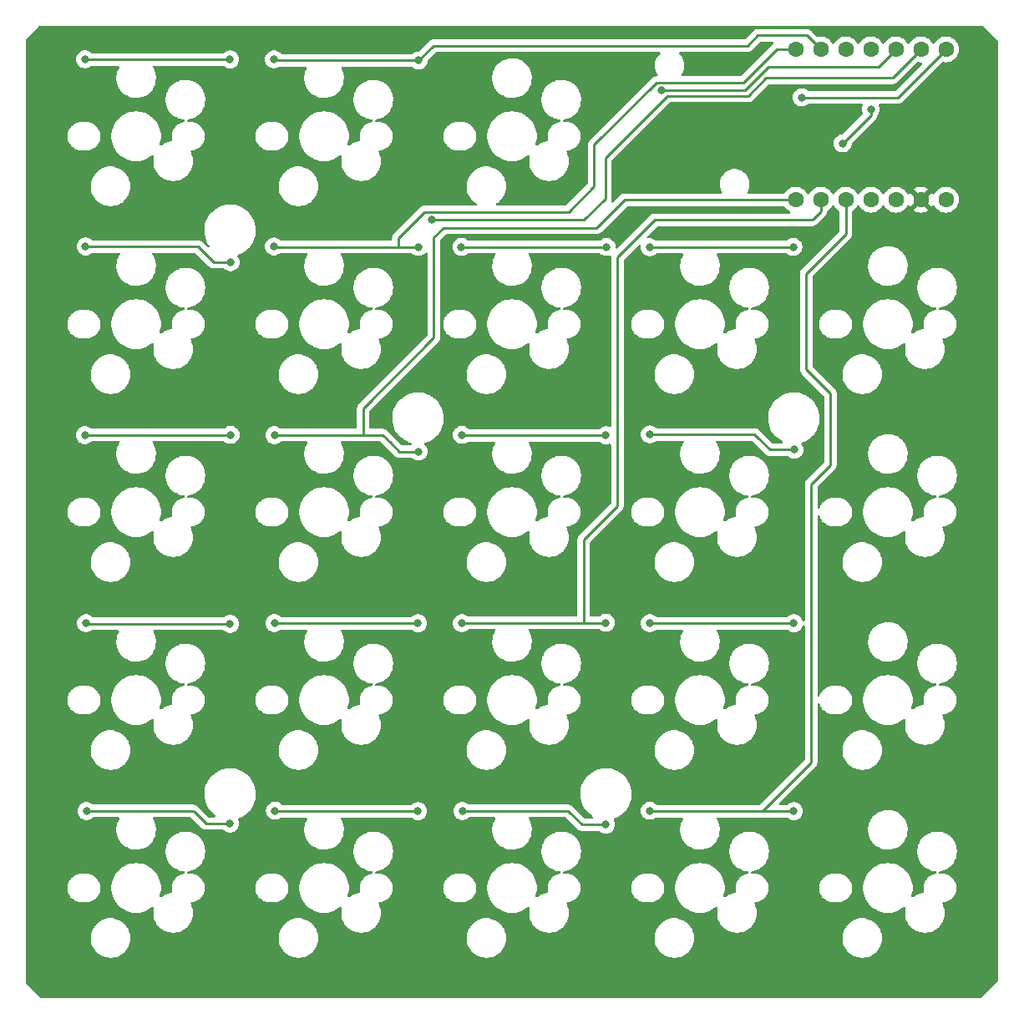
<source format=gtl>
%TF.GenerationSoftware,KiCad,Pcbnew,(6.0.11-0)*%
%TF.CreationDate,2025-02-06T17:03:13+09:00*%
%TF.ProjectId,ktMacroPad,6b744d61-6372-46f5-9061-642e6b696361,rev?*%
%TF.SameCoordinates,Original*%
%TF.FileFunction,Copper,L1,Top*%
%TF.FilePolarity,Positive*%
%FSLAX46Y46*%
G04 Gerber Fmt 4.6, Leading zero omitted, Abs format (unit mm)*
G04 Created by KiCad (PCBNEW (6.0.11-0)) date 2025-02-06 17:03:13*
%MOMM*%
%LPD*%
G01*
G04 APERTURE LIST*
%TA.AperFunction,ComponentPad*%
%ADD10C,1.600000*%
%TD*%
%TA.AperFunction,ViaPad*%
%ADD11C,0.800000*%
%TD*%
%TA.AperFunction,Conductor*%
%ADD12C,0.250000*%
%TD*%
G04 APERTURE END LIST*
D10*
%TO.P,U1,0,D0*%
%TO.N,Net-(SW11-Pad2)*%
X91620000Y-717500D03*
%TO.P,U1,1,D1*%
%TO.N,Net-(SW12-Pad2)*%
X89080000Y-717500D03*
%TO.P,U1,2,D2*%
%TO.N,Net-(SW13-Pad2)*%
X86540000Y-717500D03*
%TO.P,U1,3,D3*%
%TO.N,Net-(SW24-Pad2)*%
X84000000Y-717500D03*
%TO.P,U1,4,D4*%
%TO.N,Net-(SW25-Pad2)*%
X81460000Y-717500D03*
%TO.P,U1,5,D5*%
%TO.N,Net-(D11-Pad2)*%
X78920000Y-717500D03*
%TO.P,U1,6,D6*%
%TO.N,Net-(D21-Pad2)*%
X76380000Y-717500D03*
%TO.P,U1,7,D7*%
%TO.N,Net-(D31-Pad2)*%
X76380000Y-15957500D03*
%TO.P,U1,8,D8*%
%TO.N,Net-(D41-Pad2)*%
X78920000Y-15957500D03*
%TO.P,U1,9,D9*%
%TO.N,Net-(D51-Pad2)*%
X81460000Y-15957500D03*
%TO.P,U1,10,D10*%
%TO.N,unconnected-(U1-Pad10)*%
X84000000Y-15957500D03*
%TO.P,U1,11,3V3*%
%TO.N,unconnected-(U1-Pad11)*%
X86540000Y-15957500D03*
%TO.P,U1,12,GND*%
%TO.N,unconnected-(U1-Pad12)*%
X89080000Y-15957500D03*
%TO.P,U1,13,5V*%
%TO.N,unconnected-(U1-Pad13)*%
X91620000Y-15957500D03*
%TD*%
D11*
%TO.N,Net-(D11-Pad2)*%
X38150000Y-1850000D03*
X4347461Y-1730534D03*
X19050000Y-1750000D03*
X23500000Y-1725498D03*
%TO.N,Net-(D21-Pad2)*%
X38150000Y-20750000D03*
X76150000Y-20750000D03*
X57200000Y-20750000D03*
X23500000Y-20700000D03*
X4400000Y-20700000D03*
X61600000Y-20775498D03*
X19100000Y-22300000D03*
X42500000Y-20750000D03*
%TO.N,Net-(D31-Pad2)*%
X19100000Y-39800000D03*
X57150000Y-39850000D03*
X42550000Y-39800000D03*
X4331500Y-39832835D03*
X23550000Y-39825498D03*
X38150000Y-41500000D03*
X61600000Y-39750000D03*
X76250000Y-41300000D03*
%TO.N,Net-(D41-Pad2)*%
X76200000Y-58900000D03*
X23550000Y-58875498D03*
X61600000Y-58875498D03*
X19050000Y-58950000D03*
X57150000Y-58850000D03*
X38100000Y-58900000D03*
X42550000Y-58875498D03*
X4450000Y-58875498D03*
%TO.N,Net-(SW11-Pad2)*%
X77000000Y-5600000D03*
%TO.N,Net-(SW12-Pad2)*%
X39500000Y-18000000D03*
%TO.N,Net-(SW13-Pad2)*%
X62800000Y-4824500D03*
%TO.N,unconnected-(U1-Pad12)*%
X29000000Y-18000000D03*
X29000000Y-76000000D03*
X29000000Y-38000000D03*
X29000000Y-57000000D03*
X68000000Y-2000000D03*
X39000000Y-10000000D03*
%TO.N,Net-(D51-Pad2)*%
X61600000Y-77900000D03*
X23600000Y-77900000D03*
X76200000Y-77950000D03*
X38100000Y-77950000D03*
X57150000Y-79300000D03*
X19050000Y-79200000D03*
X42600000Y-77925498D03*
X4500000Y-77925498D03*
%TO.N,Net-(SW24-Pad2)*%
X81150000Y-10250000D03*
X84000000Y-6800000D03*
%TD*%
D12*
%TO.N,Net-(D11-Pad2)*%
X4366927Y-1750000D02*
X4347461Y-1730534D01*
X35850000Y-1850000D02*
X23624502Y-1850000D01*
X38150000Y-1850000D02*
X34200000Y-1850000D01*
X72550000Y700000D02*
X71500000Y-350000D01*
X77502500Y700000D02*
X72550000Y700000D01*
X23624502Y-1850000D02*
X23500000Y-1725498D01*
X38150000Y-1850000D02*
X39650000Y-350000D01*
X34200000Y-1850000D02*
X35850000Y-1850000D01*
X19050000Y-1750000D02*
X4366927Y-1750000D01*
X78920000Y-717500D02*
X77502500Y700000D01*
X71500000Y-350000D02*
X52500000Y-350000D01*
X39650000Y-350000D02*
X52500000Y-350000D01*
%TO.N,Net-(D21-Pad2)*%
X17400000Y-22300000D02*
X16550000Y-21450000D01*
X73575498Y-20775498D02*
X61600000Y-20775498D01*
X74432500Y-717500D02*
X71050000Y-4100000D01*
X36100000Y-20750000D02*
X23550000Y-20750000D01*
X19100000Y-22300000D02*
X17400000Y-22300000D01*
X57200000Y-20750000D02*
X55950000Y-20750000D01*
X38750000Y-17200000D02*
X36100000Y-19850000D01*
X55950000Y-14600000D02*
X53350000Y-17200000D01*
X38150000Y-20750000D02*
X36100000Y-20750000D01*
X62250000Y-4100000D02*
X55950000Y-10400000D01*
X76124502Y-20775498D02*
X73575498Y-20775498D01*
X76380000Y-717500D02*
X74432500Y-717500D01*
X55950000Y-20750000D02*
X42500000Y-20750000D01*
X55950000Y-10400000D02*
X55950000Y-14600000D01*
X76150000Y-20750000D02*
X76124502Y-20775498D01*
X36100000Y-19850000D02*
X36100000Y-20750000D01*
X15800000Y-20700000D02*
X4400000Y-20700000D01*
X71050000Y-4100000D02*
X62250000Y-4100000D01*
X16550000Y-21450000D02*
X15800000Y-20700000D01*
X23550000Y-20750000D02*
X23500000Y-20700000D01*
X53350000Y-17200000D02*
X38750000Y-17200000D01*
%TO.N,Net-(D31-Pad2)*%
X34525498Y-39825498D02*
X32474502Y-39825498D01*
X72200000Y-39750000D02*
X61600000Y-39750000D01*
X32550000Y-37100000D02*
X32550000Y-38600996D01*
X38150000Y-41500000D02*
X36200000Y-41500000D01*
X72500000Y-40050000D02*
X72200000Y-39750000D01*
X55750000Y-39850000D02*
X42600000Y-39850000D01*
X35250000Y-40550000D02*
X34525498Y-39825498D01*
X39700000Y-29950000D02*
X32550000Y-37100000D01*
X76250000Y-41300000D02*
X73750000Y-41300000D01*
X56215000Y-18800000D02*
X59057500Y-15957500D01*
X19100000Y-39800000D02*
X4364335Y-39800000D01*
X73750000Y-41300000D02*
X72500000Y-40050000D01*
X39700000Y-19800000D02*
X40700000Y-18800000D01*
X59057500Y-15957500D02*
X76380000Y-15957500D01*
X57150000Y-39850000D02*
X55750000Y-39850000D01*
X39700000Y-29950000D02*
X39700000Y-19800000D01*
X40700000Y-18800000D02*
X56215000Y-18800000D01*
X36200000Y-41500000D02*
X35250000Y-40550000D01*
X32474502Y-39825498D02*
X31325498Y-39825498D01*
X31325498Y-39825498D02*
X23550000Y-39825498D01*
X4364335Y-39800000D02*
X4331500Y-39832835D01*
X42600000Y-39850000D02*
X42550000Y-39800000D01*
X32550000Y-39750000D02*
X32474502Y-39825498D01*
X32550000Y-38600996D02*
X32550000Y-39750000D01*
%TO.N,Net-(D41-Pad2)*%
X78180000Y-17880000D02*
X78060000Y-18000000D01*
X61624502Y-58900000D02*
X61600000Y-58875498D01*
X54900000Y-50400000D02*
X54900000Y-58850000D01*
X54900000Y-58850000D02*
X42575498Y-58850000D01*
X78920000Y-17140000D02*
X78180000Y-17880000D01*
X57150000Y-58850000D02*
X54900000Y-58850000D01*
X42575498Y-58850000D02*
X42550000Y-58875498D01*
X62100000Y-18000000D02*
X58300000Y-21800000D01*
X78920000Y-15957500D02*
X78920000Y-17140000D01*
X19050000Y-58950000D02*
X4524502Y-58950000D01*
X76200000Y-58900000D02*
X61624502Y-58900000D01*
X38100000Y-58900000D02*
X23574502Y-58900000D01*
X23574502Y-58900000D02*
X23550000Y-58875498D01*
X58300000Y-47000000D02*
X54900000Y-50400000D01*
X4524502Y-58950000D02*
X4450000Y-58875498D01*
X58300000Y-21800000D02*
X58300000Y-47000000D01*
X78060000Y-18000000D02*
X62100000Y-18000000D01*
%TO.N,Net-(SW11-Pad2)*%
X84400000Y-5600000D02*
X77000000Y-5600000D01*
X86737500Y-5600000D02*
X84400000Y-5600000D01*
X91620000Y-717500D02*
X86737500Y-5600000D01*
%TO.N,Net-(SW12-Pad2)*%
X39500000Y-18000000D02*
X54950000Y-18000000D01*
X54950000Y-18000000D02*
X57100000Y-15850000D01*
X63350000Y-5450000D02*
X71550000Y-5450000D01*
X73400000Y-3600000D02*
X86197500Y-3600000D01*
X86197500Y-3600000D02*
X89080000Y-717500D01*
X71550000Y-5450000D02*
X73400000Y-3600000D01*
X57100000Y-11700000D02*
X63350000Y-5450000D01*
X57100000Y-15850000D02*
X57100000Y-11700000D01*
%TO.N,Net-(SW13-Pad2)*%
X71350000Y-4750000D02*
X71275500Y-4824500D01*
X71275500Y-4824500D02*
X62800000Y-4824500D01*
X84757500Y-2500000D02*
X84100000Y-2500000D01*
X86540000Y-717500D02*
X84757500Y-2500000D01*
X84100000Y-2500000D02*
X73600000Y-2500000D01*
X73600000Y-2500000D02*
X71350000Y-4750000D01*
%TO.N,Net-(D51-Pad2)*%
X76200000Y-77950000D02*
X73000000Y-77950000D01*
X77450000Y-23450000D02*
X77450000Y-33150000D01*
X15450000Y-78050000D02*
X15325498Y-77925498D01*
X53325498Y-77925498D02*
X42600000Y-77925498D01*
X79900000Y-35600000D02*
X79900000Y-42850000D01*
X77950000Y-73000000D02*
X73000000Y-77950000D01*
X38100000Y-77950000D02*
X23650000Y-77950000D01*
X19050000Y-79200000D02*
X16600000Y-79200000D01*
X81460000Y-15957500D02*
X81460000Y-19440000D01*
X54700000Y-79300000D02*
X53500000Y-78100000D01*
X77450000Y-33150000D02*
X79900000Y-35600000D01*
X81300000Y-19600000D02*
X77450000Y-23450000D01*
X23650000Y-77950000D02*
X23600000Y-77900000D01*
X79900000Y-42850000D02*
X77950000Y-44800000D01*
X15325498Y-77925498D02*
X4500000Y-77925498D01*
X53500000Y-78100000D02*
X53325498Y-77925498D01*
X77950000Y-44800000D02*
X77950000Y-73000000D01*
X57150000Y-79300000D02*
X54700000Y-79300000D01*
X16600000Y-79200000D02*
X15450000Y-78050000D01*
X73000000Y-77950000D02*
X61650000Y-77950000D01*
X81460000Y-19440000D02*
X81300000Y-19600000D01*
X61650000Y-77950000D02*
X61600000Y-77900000D01*
%TO.N,Net-(SW24-Pad2)*%
X84000000Y-7400000D02*
X84000000Y-6800000D01*
X81150000Y-10250000D02*
X84000000Y-7400000D01*
%TD*%
%TA.AperFunction,Conductor*%
%TO.N,unconnected-(U1-Pad12)*%
G36*
X95212014Y1673422D02*
G01*
X95235080Y1670385D01*
X95235084Y1670385D01*
X95242611Y1669394D01*
X95261724Y1671504D01*
X95331628Y1659095D01*
X95364641Y1635359D01*
X96883975Y116025D01*
X96918001Y53713D01*
X96919297Y22528D01*
X96920465Y22516D01*
X96920386Y14922D01*
X96919394Y7389D01*
X96921841Y-14778D01*
X96923739Y-31968D01*
X96924500Y-45794D01*
X96924500Y-95023310D01*
X96904498Y-95091431D01*
X96887595Y-95112405D01*
X95112405Y-96887595D01*
X95050093Y-96921621D01*
X95023310Y-96924500D01*
X54432Y-96924500D01*
X37986Y-96923422D01*
X14920Y-96920385D01*
X14916Y-96920385D01*
X7389Y-96919394D01*
X-11724Y-96921504D01*
X-81628Y-96909095D01*
X-114641Y-96885359D01*
X-1633975Y-95366025D01*
X-1668001Y-95303713D01*
X-1669297Y-95272528D01*
X-1670465Y-95272516D01*
X-1670386Y-95264922D01*
X-1669394Y-95257389D01*
X-1673739Y-95218032D01*
X-1674500Y-95204206D01*
X-1674500Y-90719733D01*
X4917822Y-90719733D01*
X4927625Y-91000458D01*
X4928387Y-91004781D01*
X4928388Y-91004788D01*
X4952164Y-91139624D01*
X4976402Y-91277087D01*
X5063203Y-91544235D01*
X5186340Y-91796702D01*
X5188795Y-91800341D01*
X5188798Y-91800347D01*
X5261890Y-91908710D01*
X5343415Y-92029576D01*
X5531371Y-92238322D01*
X5746550Y-92418879D01*
X5984764Y-92567731D01*
X6241375Y-92681982D01*
X6511390Y-92759407D01*
X6515740Y-92760018D01*
X6515743Y-92760019D01*
X6618690Y-92774487D01*
X6789552Y-92798500D01*
X7000146Y-92798500D01*
X7002332Y-92798347D01*
X7002336Y-92798347D01*
X7205827Y-92784118D01*
X7205832Y-92784117D01*
X7210212Y-92783811D01*
X7484970Y-92725409D01*
X7489099Y-92723906D01*
X7489103Y-92723905D01*
X7744781Y-92630846D01*
X7744785Y-92630844D01*
X7748926Y-92629337D01*
X7996942Y-92497464D01*
X8101896Y-92421211D01*
X8220629Y-92334947D01*
X8220632Y-92334944D01*
X8224192Y-92332358D01*
X8426252Y-92137231D01*
X8599188Y-91915882D01*
X8601384Y-91912078D01*
X8601389Y-91912071D01*
X8737435Y-91676431D01*
X8739636Y-91672619D01*
X8844862Y-91412176D01*
X8878544Y-91277087D01*
X8911753Y-91143893D01*
X8911754Y-91143888D01*
X8912817Y-91139624D01*
X8942178Y-90860267D01*
X8937271Y-90719733D01*
X23967822Y-90719733D01*
X23977625Y-91000458D01*
X23978387Y-91004781D01*
X23978388Y-91004788D01*
X24002164Y-91139624D01*
X24026402Y-91277087D01*
X24113203Y-91544235D01*
X24236340Y-91796702D01*
X24238795Y-91800341D01*
X24238798Y-91800347D01*
X24311890Y-91908710D01*
X24393415Y-92029576D01*
X24581371Y-92238322D01*
X24796550Y-92418879D01*
X25034764Y-92567731D01*
X25291375Y-92681982D01*
X25561390Y-92759407D01*
X25565740Y-92760018D01*
X25565743Y-92760019D01*
X25668690Y-92774487D01*
X25839552Y-92798500D01*
X26050146Y-92798500D01*
X26052332Y-92798347D01*
X26052336Y-92798347D01*
X26255827Y-92784118D01*
X26255832Y-92784117D01*
X26260212Y-92783811D01*
X26534970Y-92725409D01*
X26539099Y-92723906D01*
X26539103Y-92723905D01*
X26794781Y-92630846D01*
X26794785Y-92630844D01*
X26798926Y-92629337D01*
X27046942Y-92497464D01*
X27151896Y-92421211D01*
X27270629Y-92334947D01*
X27270632Y-92334944D01*
X27274192Y-92332358D01*
X27476252Y-92137231D01*
X27649188Y-91915882D01*
X27651384Y-91912078D01*
X27651389Y-91912071D01*
X27787435Y-91676431D01*
X27789636Y-91672619D01*
X27894862Y-91412176D01*
X27928544Y-91277087D01*
X27961753Y-91143893D01*
X27961754Y-91143888D01*
X27962817Y-91139624D01*
X27992178Y-90860267D01*
X27987271Y-90719733D01*
X43017822Y-90719733D01*
X43027625Y-91000458D01*
X43028387Y-91004781D01*
X43028388Y-91004788D01*
X43052164Y-91139624D01*
X43076402Y-91277087D01*
X43163203Y-91544235D01*
X43286340Y-91796702D01*
X43288795Y-91800341D01*
X43288798Y-91800347D01*
X43361890Y-91908710D01*
X43443415Y-92029576D01*
X43631371Y-92238322D01*
X43846550Y-92418879D01*
X44084764Y-92567731D01*
X44341375Y-92681982D01*
X44611390Y-92759407D01*
X44615740Y-92760018D01*
X44615743Y-92760019D01*
X44718690Y-92774487D01*
X44889552Y-92798500D01*
X45100146Y-92798500D01*
X45102332Y-92798347D01*
X45102336Y-92798347D01*
X45305827Y-92784118D01*
X45305832Y-92784117D01*
X45310212Y-92783811D01*
X45584970Y-92725409D01*
X45589099Y-92723906D01*
X45589103Y-92723905D01*
X45844781Y-92630846D01*
X45844785Y-92630844D01*
X45848926Y-92629337D01*
X46096942Y-92497464D01*
X46201896Y-92421211D01*
X46320629Y-92334947D01*
X46320632Y-92334944D01*
X46324192Y-92332358D01*
X46526252Y-92137231D01*
X46699188Y-91915882D01*
X46701384Y-91912078D01*
X46701389Y-91912071D01*
X46837435Y-91676431D01*
X46839636Y-91672619D01*
X46944862Y-91412176D01*
X46978544Y-91277087D01*
X47011753Y-91143893D01*
X47011754Y-91143888D01*
X47012817Y-91139624D01*
X47042178Y-90860267D01*
X47037271Y-90719733D01*
X62067822Y-90719733D01*
X62077625Y-91000458D01*
X62078387Y-91004781D01*
X62078388Y-91004788D01*
X62102164Y-91139624D01*
X62126402Y-91277087D01*
X62213203Y-91544235D01*
X62336340Y-91796702D01*
X62338795Y-91800341D01*
X62338798Y-91800347D01*
X62411890Y-91908710D01*
X62493415Y-92029576D01*
X62681371Y-92238322D01*
X62896550Y-92418879D01*
X63134764Y-92567731D01*
X63391375Y-92681982D01*
X63661390Y-92759407D01*
X63665740Y-92760018D01*
X63665743Y-92760019D01*
X63768690Y-92774487D01*
X63939552Y-92798500D01*
X64150146Y-92798500D01*
X64152332Y-92798347D01*
X64152336Y-92798347D01*
X64355827Y-92784118D01*
X64355832Y-92784117D01*
X64360212Y-92783811D01*
X64634970Y-92725409D01*
X64639099Y-92723906D01*
X64639103Y-92723905D01*
X64894781Y-92630846D01*
X64894785Y-92630844D01*
X64898926Y-92629337D01*
X65146942Y-92497464D01*
X65251896Y-92421211D01*
X65370629Y-92334947D01*
X65370632Y-92334944D01*
X65374192Y-92332358D01*
X65576252Y-92137231D01*
X65749188Y-91915882D01*
X65751384Y-91912078D01*
X65751389Y-91912071D01*
X65887435Y-91676431D01*
X65889636Y-91672619D01*
X65994862Y-91412176D01*
X66028544Y-91277087D01*
X66061753Y-91143893D01*
X66061754Y-91143888D01*
X66062817Y-91139624D01*
X66092178Y-90860267D01*
X66087271Y-90719733D01*
X81117822Y-90719733D01*
X81127625Y-91000458D01*
X81128387Y-91004781D01*
X81128388Y-91004788D01*
X81152164Y-91139624D01*
X81176402Y-91277087D01*
X81263203Y-91544235D01*
X81386340Y-91796702D01*
X81388795Y-91800341D01*
X81388798Y-91800347D01*
X81461890Y-91908710D01*
X81543415Y-92029576D01*
X81731371Y-92238322D01*
X81946550Y-92418879D01*
X82184764Y-92567731D01*
X82441375Y-92681982D01*
X82711390Y-92759407D01*
X82715740Y-92760018D01*
X82715743Y-92760019D01*
X82818690Y-92774487D01*
X82989552Y-92798500D01*
X83200146Y-92798500D01*
X83202332Y-92798347D01*
X83202336Y-92798347D01*
X83405827Y-92784118D01*
X83405832Y-92784117D01*
X83410212Y-92783811D01*
X83684970Y-92725409D01*
X83689099Y-92723906D01*
X83689103Y-92723905D01*
X83944781Y-92630846D01*
X83944785Y-92630844D01*
X83948926Y-92629337D01*
X84196942Y-92497464D01*
X84301896Y-92421211D01*
X84420629Y-92334947D01*
X84420632Y-92334944D01*
X84424192Y-92332358D01*
X84626252Y-92137231D01*
X84799188Y-91915882D01*
X84801384Y-91912078D01*
X84801389Y-91912071D01*
X84937435Y-91676431D01*
X84939636Y-91672619D01*
X85044862Y-91412176D01*
X85078544Y-91277087D01*
X85111753Y-91143893D01*
X85111754Y-91143888D01*
X85112817Y-91139624D01*
X85142178Y-90860267D01*
X85132375Y-90579542D01*
X85108608Y-90444749D01*
X85084360Y-90307236D01*
X85083598Y-90302913D01*
X84996797Y-90035765D01*
X84993750Y-90029516D01*
X84932320Y-89903569D01*
X84873660Y-89783298D01*
X84871205Y-89779659D01*
X84871202Y-89779653D01*
X84750218Y-89600287D01*
X84716585Y-89550424D01*
X84528629Y-89341678D01*
X84313450Y-89161121D01*
X84075236Y-89012269D01*
X83818625Y-88898018D01*
X83548610Y-88820593D01*
X83544260Y-88819982D01*
X83544257Y-88819981D01*
X83441310Y-88805513D01*
X83270448Y-88781500D01*
X83059854Y-88781500D01*
X83057668Y-88781653D01*
X83057664Y-88781653D01*
X82854173Y-88795882D01*
X82854168Y-88795883D01*
X82849788Y-88796189D01*
X82575030Y-88854591D01*
X82570901Y-88856094D01*
X82570897Y-88856095D01*
X82315219Y-88949154D01*
X82315215Y-88949156D01*
X82311074Y-88950663D01*
X82063058Y-89082536D01*
X82059499Y-89085122D01*
X82059497Y-89085123D01*
X81954895Y-89161121D01*
X81835808Y-89247642D01*
X81832644Y-89250698D01*
X81832641Y-89250700D01*
X81743865Y-89336431D01*
X81633748Y-89442769D01*
X81460812Y-89664118D01*
X81458616Y-89667922D01*
X81458611Y-89667929D01*
X81385278Y-89794947D01*
X81320364Y-89907381D01*
X81215138Y-90167824D01*
X81214073Y-90172097D01*
X81214072Y-90172099D01*
X81180379Y-90307236D01*
X81147183Y-90440376D01*
X81117822Y-90719733D01*
X66087271Y-90719733D01*
X66082375Y-90579542D01*
X66058608Y-90444749D01*
X66034360Y-90307236D01*
X66033598Y-90302913D01*
X65946797Y-90035765D01*
X65943750Y-90029516D01*
X65882320Y-89903569D01*
X65823660Y-89783298D01*
X65821205Y-89779659D01*
X65821202Y-89779653D01*
X65700218Y-89600287D01*
X65666585Y-89550424D01*
X65478629Y-89341678D01*
X65263450Y-89161121D01*
X65025236Y-89012269D01*
X64768625Y-88898018D01*
X64498610Y-88820593D01*
X64494260Y-88819982D01*
X64494257Y-88819981D01*
X64391310Y-88805513D01*
X64220448Y-88781500D01*
X64009854Y-88781500D01*
X64007668Y-88781653D01*
X64007664Y-88781653D01*
X63804173Y-88795882D01*
X63804168Y-88795883D01*
X63799788Y-88796189D01*
X63525030Y-88854591D01*
X63520901Y-88856094D01*
X63520897Y-88856095D01*
X63265219Y-88949154D01*
X63265215Y-88949156D01*
X63261074Y-88950663D01*
X63013058Y-89082536D01*
X63009499Y-89085122D01*
X63009497Y-89085123D01*
X62904895Y-89161121D01*
X62785808Y-89247642D01*
X62782644Y-89250698D01*
X62782641Y-89250700D01*
X62693865Y-89336431D01*
X62583748Y-89442769D01*
X62410812Y-89664118D01*
X62408616Y-89667922D01*
X62408611Y-89667929D01*
X62335278Y-89794947D01*
X62270364Y-89907381D01*
X62165138Y-90167824D01*
X62164073Y-90172097D01*
X62164072Y-90172099D01*
X62130379Y-90307236D01*
X62097183Y-90440376D01*
X62067822Y-90719733D01*
X47037271Y-90719733D01*
X47032375Y-90579542D01*
X47008608Y-90444749D01*
X46984360Y-90307236D01*
X46983598Y-90302913D01*
X46896797Y-90035765D01*
X46893750Y-90029516D01*
X46832320Y-89903569D01*
X46773660Y-89783298D01*
X46771205Y-89779659D01*
X46771202Y-89779653D01*
X46650218Y-89600287D01*
X46616585Y-89550424D01*
X46428629Y-89341678D01*
X46213450Y-89161121D01*
X45975236Y-89012269D01*
X45718625Y-88898018D01*
X45448610Y-88820593D01*
X45444260Y-88819982D01*
X45444257Y-88819981D01*
X45341310Y-88805513D01*
X45170448Y-88781500D01*
X44959854Y-88781500D01*
X44957668Y-88781653D01*
X44957664Y-88781653D01*
X44754173Y-88795882D01*
X44754168Y-88795883D01*
X44749788Y-88796189D01*
X44475030Y-88854591D01*
X44470901Y-88856094D01*
X44470897Y-88856095D01*
X44215219Y-88949154D01*
X44215215Y-88949156D01*
X44211074Y-88950663D01*
X43963058Y-89082536D01*
X43959499Y-89085122D01*
X43959497Y-89085123D01*
X43854895Y-89161121D01*
X43735808Y-89247642D01*
X43732644Y-89250698D01*
X43732641Y-89250700D01*
X43643865Y-89336431D01*
X43533748Y-89442769D01*
X43360812Y-89664118D01*
X43358616Y-89667922D01*
X43358611Y-89667929D01*
X43285278Y-89794947D01*
X43220364Y-89907381D01*
X43115138Y-90167824D01*
X43114073Y-90172097D01*
X43114072Y-90172099D01*
X43080379Y-90307236D01*
X43047183Y-90440376D01*
X43017822Y-90719733D01*
X27987271Y-90719733D01*
X27982375Y-90579542D01*
X27958608Y-90444749D01*
X27934360Y-90307236D01*
X27933598Y-90302913D01*
X27846797Y-90035765D01*
X27843750Y-90029516D01*
X27782320Y-89903569D01*
X27723660Y-89783298D01*
X27721205Y-89779659D01*
X27721202Y-89779653D01*
X27600218Y-89600287D01*
X27566585Y-89550424D01*
X27378629Y-89341678D01*
X27163450Y-89161121D01*
X26925236Y-89012269D01*
X26668625Y-88898018D01*
X26398610Y-88820593D01*
X26394260Y-88819982D01*
X26394257Y-88819981D01*
X26291310Y-88805513D01*
X26120448Y-88781500D01*
X25909854Y-88781500D01*
X25907668Y-88781653D01*
X25907664Y-88781653D01*
X25704173Y-88795882D01*
X25704168Y-88795883D01*
X25699788Y-88796189D01*
X25425030Y-88854591D01*
X25420901Y-88856094D01*
X25420897Y-88856095D01*
X25165219Y-88949154D01*
X25165215Y-88949156D01*
X25161074Y-88950663D01*
X24913058Y-89082536D01*
X24909499Y-89085122D01*
X24909497Y-89085123D01*
X24804895Y-89161121D01*
X24685808Y-89247642D01*
X24682644Y-89250698D01*
X24682641Y-89250700D01*
X24593865Y-89336431D01*
X24483748Y-89442769D01*
X24310812Y-89664118D01*
X24308616Y-89667922D01*
X24308611Y-89667929D01*
X24235278Y-89794947D01*
X24170364Y-89907381D01*
X24065138Y-90167824D01*
X24064073Y-90172097D01*
X24064072Y-90172099D01*
X24030379Y-90307236D01*
X23997183Y-90440376D01*
X23967822Y-90719733D01*
X8937271Y-90719733D01*
X8932375Y-90579542D01*
X8908608Y-90444749D01*
X8884360Y-90307236D01*
X8883598Y-90302913D01*
X8796797Y-90035765D01*
X8793750Y-90029516D01*
X8732320Y-89903569D01*
X8673660Y-89783298D01*
X8671205Y-89779659D01*
X8671202Y-89779653D01*
X8550218Y-89600287D01*
X8516585Y-89550424D01*
X8328629Y-89341678D01*
X8113450Y-89161121D01*
X7875236Y-89012269D01*
X7618625Y-88898018D01*
X7348610Y-88820593D01*
X7344260Y-88819982D01*
X7344257Y-88819981D01*
X7241310Y-88805513D01*
X7070448Y-88781500D01*
X6859854Y-88781500D01*
X6857668Y-88781653D01*
X6857664Y-88781653D01*
X6654173Y-88795882D01*
X6654168Y-88795883D01*
X6649788Y-88796189D01*
X6375030Y-88854591D01*
X6370901Y-88856094D01*
X6370897Y-88856095D01*
X6115219Y-88949154D01*
X6115215Y-88949156D01*
X6111074Y-88950663D01*
X5863058Y-89082536D01*
X5859499Y-89085122D01*
X5859497Y-89085123D01*
X5754895Y-89161121D01*
X5635808Y-89247642D01*
X5632644Y-89250698D01*
X5632641Y-89250700D01*
X5543865Y-89336431D01*
X5433748Y-89442769D01*
X5260812Y-89664118D01*
X5258616Y-89667922D01*
X5258611Y-89667929D01*
X5185278Y-89794947D01*
X5120364Y-89907381D01*
X5015138Y-90167824D01*
X5014073Y-90172097D01*
X5014072Y-90172099D01*
X4980379Y-90307236D01*
X4947183Y-90440376D01*
X4917822Y-90719733D01*
X-1674500Y-90719733D01*
X-1674500Y-85827089D01*
X2575066Y-85827089D01*
X2611343Y-86064163D01*
X2685854Y-86292129D01*
X2796597Y-86504864D01*
X2799700Y-86508997D01*
X2799702Y-86509000D01*
X2877040Y-86612004D01*
X2940598Y-86696655D01*
X3113990Y-86862352D01*
X3312117Y-86997505D01*
X3444070Y-87058756D01*
X3479024Y-87074981D01*
X3529656Y-87098484D01*
X3760768Y-87162576D01*
X3864479Y-87173660D01*
X3953222Y-87183144D01*
X3953230Y-87183144D01*
X3956557Y-87183500D01*
X4495803Y-87183500D01*
X4498376Y-87183288D01*
X4498387Y-87183288D01*
X4668876Y-87169271D01*
X4668882Y-87169270D01*
X4674027Y-87168847D01*
X4852102Y-87124118D01*
X4901625Y-87111679D01*
X4901629Y-87111678D01*
X4906636Y-87110420D01*
X4911366Y-87108364D01*
X4911373Y-87108361D01*
X5121841Y-87016847D01*
X5121844Y-87016845D01*
X5126578Y-87014787D01*
X5130912Y-87011983D01*
X5130916Y-87011981D01*
X5323604Y-86887325D01*
X5323607Y-86887323D01*
X5327947Y-86884515D01*
X5349101Y-86865267D01*
X5501513Y-86726582D01*
X5501514Y-86726580D01*
X5505335Y-86723104D01*
X5508534Y-86719053D01*
X5508538Y-86719049D01*
X5647939Y-86542536D01*
X5653979Y-86534888D01*
X5769887Y-86324922D01*
X5814191Y-86199810D01*
X5848219Y-86103720D01*
X5848220Y-86103716D01*
X5849945Y-86098845D01*
X5852369Y-86085237D01*
X5888425Y-85882821D01*
X7016500Y-85882821D01*
X7056060Y-86195975D01*
X7134557Y-86501702D01*
X7136010Y-86505371D01*
X7136010Y-86505372D01*
X7216095Y-86707642D01*
X7250753Y-86795179D01*
X7252659Y-86798647D01*
X7252660Y-86798648D01*
X7372617Y-87016847D01*
X7402816Y-87071779D01*
X7588346Y-87327140D01*
X7804418Y-87557233D01*
X8047625Y-87758432D01*
X8314131Y-87927562D01*
X8317710Y-87929246D01*
X8317717Y-87929250D01*
X8596144Y-88060267D01*
X8596148Y-88060269D01*
X8599734Y-88061956D01*
X8899928Y-88159495D01*
X9209980Y-88218641D01*
X9446162Y-88233500D01*
X9603838Y-88233500D01*
X9840020Y-88218641D01*
X10150072Y-88159495D01*
X10450266Y-88061956D01*
X10453852Y-88060269D01*
X10453856Y-88060267D01*
X10732283Y-87929250D01*
X10732290Y-87929246D01*
X10735869Y-87927562D01*
X11002375Y-87758432D01*
X11005430Y-87755904D01*
X11005435Y-87755901D01*
X11123096Y-87658564D01*
X11188333Y-87630554D01*
X11258358Y-87642261D01*
X11310938Y-87689968D01*
X11329378Y-87758528D01*
X11325669Y-87786126D01*
X11297183Y-87900376D01*
X11296724Y-87904744D01*
X11296723Y-87904749D01*
X11270078Y-88158268D01*
X11267822Y-88179733D01*
X11267975Y-88184121D01*
X11267975Y-88184127D01*
X11269700Y-88233500D01*
X11277625Y-88460458D01*
X11278387Y-88464781D01*
X11278388Y-88464788D01*
X11302164Y-88599624D01*
X11326402Y-88737087D01*
X11413203Y-89004235D01*
X11415131Y-89008188D01*
X11415133Y-89008193D01*
X11417121Y-89012269D01*
X11536340Y-89256702D01*
X11538795Y-89260341D01*
X11538798Y-89260347D01*
X11591753Y-89338856D01*
X11693415Y-89489576D01*
X11881371Y-89698322D01*
X12096550Y-89878879D01*
X12334764Y-90027731D01*
X12591375Y-90141982D01*
X12861390Y-90219407D01*
X12865740Y-90220018D01*
X12865743Y-90220019D01*
X12968690Y-90234487D01*
X13139552Y-90258500D01*
X13350146Y-90258500D01*
X13352332Y-90258347D01*
X13352336Y-90258347D01*
X13555827Y-90244118D01*
X13555832Y-90244117D01*
X13560212Y-90243811D01*
X13834970Y-90185409D01*
X13839099Y-90183906D01*
X13839103Y-90183905D01*
X14094781Y-90090846D01*
X14094785Y-90090844D01*
X14098926Y-90089337D01*
X14346942Y-89957464D01*
X14415876Y-89907381D01*
X14570629Y-89794947D01*
X14570632Y-89794944D01*
X14574192Y-89792358D01*
X14579482Y-89787250D01*
X14706988Y-89664118D01*
X14776252Y-89597231D01*
X14949188Y-89375882D01*
X14951384Y-89372078D01*
X14951389Y-89372071D01*
X15087435Y-89136431D01*
X15089636Y-89132619D01*
X15194862Y-88872176D01*
X15195928Y-88867901D01*
X15261753Y-88603893D01*
X15261754Y-88603888D01*
X15262817Y-88599624D01*
X15292178Y-88320267D01*
X15292025Y-88315873D01*
X15282529Y-88043939D01*
X15282528Y-88043933D01*
X15282375Y-88039542D01*
X15262256Y-87925438D01*
X15234360Y-87767236D01*
X15233598Y-87762913D01*
X15146797Y-87495765D01*
X15078449Y-87355631D01*
X15066565Y-87285636D01*
X15094409Y-87220327D01*
X15153141Y-87180440D01*
X15181370Y-87174821D01*
X15254027Y-87168847D01*
X15432102Y-87124118D01*
X15481625Y-87111679D01*
X15481629Y-87111678D01*
X15486636Y-87110420D01*
X15491366Y-87108364D01*
X15491373Y-87108361D01*
X15701841Y-87016847D01*
X15701844Y-87016845D01*
X15706578Y-87014787D01*
X15710912Y-87011983D01*
X15710916Y-87011981D01*
X15903604Y-86887325D01*
X15903607Y-86887323D01*
X15907947Y-86884515D01*
X15929101Y-86865267D01*
X16081513Y-86726582D01*
X16081514Y-86726580D01*
X16085335Y-86723104D01*
X16088534Y-86719053D01*
X16088538Y-86719049D01*
X16227939Y-86542536D01*
X16233979Y-86534888D01*
X16349887Y-86324922D01*
X16394191Y-86199810D01*
X16428219Y-86103720D01*
X16428220Y-86103716D01*
X16429945Y-86098845D01*
X16432369Y-86085237D01*
X16471098Y-85867816D01*
X16471099Y-85867810D01*
X16472004Y-85862727D01*
X16472439Y-85827089D01*
X21625066Y-85827089D01*
X21661343Y-86064163D01*
X21735854Y-86292129D01*
X21846597Y-86504864D01*
X21849700Y-86508997D01*
X21849702Y-86509000D01*
X21927040Y-86612004D01*
X21990598Y-86696655D01*
X22163990Y-86862352D01*
X22362117Y-86997505D01*
X22494070Y-87058756D01*
X22529024Y-87074981D01*
X22579656Y-87098484D01*
X22810768Y-87162576D01*
X22914479Y-87173660D01*
X23003222Y-87183144D01*
X23003230Y-87183144D01*
X23006557Y-87183500D01*
X23545803Y-87183500D01*
X23548376Y-87183288D01*
X23548387Y-87183288D01*
X23718876Y-87169271D01*
X23718882Y-87169270D01*
X23724027Y-87168847D01*
X23902102Y-87124118D01*
X23951625Y-87111679D01*
X23951629Y-87111678D01*
X23956636Y-87110420D01*
X23961366Y-87108364D01*
X23961373Y-87108361D01*
X24171841Y-87016847D01*
X24171844Y-87016845D01*
X24176578Y-87014787D01*
X24180912Y-87011983D01*
X24180916Y-87011981D01*
X24373604Y-86887325D01*
X24373607Y-86887323D01*
X24377947Y-86884515D01*
X24399101Y-86865267D01*
X24551513Y-86726582D01*
X24551514Y-86726580D01*
X24555335Y-86723104D01*
X24558534Y-86719053D01*
X24558538Y-86719049D01*
X24697939Y-86542536D01*
X24703979Y-86534888D01*
X24819887Y-86324922D01*
X24864191Y-86199810D01*
X24898219Y-86103720D01*
X24898220Y-86103716D01*
X24899945Y-86098845D01*
X24902369Y-86085237D01*
X24938425Y-85882821D01*
X26066500Y-85882821D01*
X26106060Y-86195975D01*
X26184557Y-86501702D01*
X26186010Y-86505371D01*
X26186010Y-86505372D01*
X26266095Y-86707642D01*
X26300753Y-86795179D01*
X26302659Y-86798647D01*
X26302660Y-86798648D01*
X26422617Y-87016847D01*
X26452816Y-87071779D01*
X26638346Y-87327140D01*
X26854418Y-87557233D01*
X27097625Y-87758432D01*
X27364131Y-87927562D01*
X27367710Y-87929246D01*
X27367717Y-87929250D01*
X27646144Y-88060267D01*
X27646148Y-88060269D01*
X27649734Y-88061956D01*
X27949928Y-88159495D01*
X28259980Y-88218641D01*
X28496162Y-88233500D01*
X28653838Y-88233500D01*
X28890020Y-88218641D01*
X29200072Y-88159495D01*
X29500266Y-88061956D01*
X29503852Y-88060269D01*
X29503856Y-88060267D01*
X29782283Y-87929250D01*
X29782290Y-87929246D01*
X29785869Y-87927562D01*
X30052375Y-87758432D01*
X30055430Y-87755904D01*
X30055435Y-87755901D01*
X30173096Y-87658564D01*
X30238333Y-87630554D01*
X30308358Y-87642261D01*
X30360938Y-87689968D01*
X30379378Y-87758528D01*
X30375669Y-87786126D01*
X30347183Y-87900376D01*
X30346724Y-87904744D01*
X30346723Y-87904749D01*
X30320078Y-88158268D01*
X30317822Y-88179733D01*
X30317975Y-88184121D01*
X30317975Y-88184127D01*
X30319700Y-88233500D01*
X30327625Y-88460458D01*
X30328387Y-88464781D01*
X30328388Y-88464788D01*
X30352164Y-88599624D01*
X30376402Y-88737087D01*
X30463203Y-89004235D01*
X30465131Y-89008188D01*
X30465133Y-89008193D01*
X30467121Y-89012269D01*
X30586340Y-89256702D01*
X30588795Y-89260341D01*
X30588798Y-89260347D01*
X30641753Y-89338856D01*
X30743415Y-89489576D01*
X30931371Y-89698322D01*
X31146550Y-89878879D01*
X31384764Y-90027731D01*
X31641375Y-90141982D01*
X31911390Y-90219407D01*
X31915740Y-90220018D01*
X31915743Y-90220019D01*
X32018690Y-90234487D01*
X32189552Y-90258500D01*
X32400146Y-90258500D01*
X32402332Y-90258347D01*
X32402336Y-90258347D01*
X32605827Y-90244118D01*
X32605832Y-90244117D01*
X32610212Y-90243811D01*
X32884970Y-90185409D01*
X32889099Y-90183906D01*
X32889103Y-90183905D01*
X33144781Y-90090846D01*
X33144785Y-90090844D01*
X33148926Y-90089337D01*
X33396942Y-89957464D01*
X33465876Y-89907381D01*
X33620629Y-89794947D01*
X33620632Y-89794944D01*
X33624192Y-89792358D01*
X33629482Y-89787250D01*
X33756988Y-89664118D01*
X33826252Y-89597231D01*
X33999188Y-89375882D01*
X34001384Y-89372078D01*
X34001389Y-89372071D01*
X34137435Y-89136431D01*
X34139636Y-89132619D01*
X34244862Y-88872176D01*
X34245928Y-88867901D01*
X34311753Y-88603893D01*
X34311754Y-88603888D01*
X34312817Y-88599624D01*
X34342178Y-88320267D01*
X34342025Y-88315873D01*
X34332529Y-88043939D01*
X34332528Y-88043933D01*
X34332375Y-88039542D01*
X34312256Y-87925438D01*
X34284360Y-87767236D01*
X34283598Y-87762913D01*
X34196797Y-87495765D01*
X34128449Y-87355631D01*
X34116565Y-87285636D01*
X34144409Y-87220327D01*
X34203141Y-87180440D01*
X34231370Y-87174821D01*
X34304027Y-87168847D01*
X34482102Y-87124118D01*
X34531625Y-87111679D01*
X34531629Y-87111678D01*
X34536636Y-87110420D01*
X34541366Y-87108364D01*
X34541373Y-87108361D01*
X34751841Y-87016847D01*
X34751844Y-87016845D01*
X34756578Y-87014787D01*
X34760912Y-87011983D01*
X34760916Y-87011981D01*
X34953604Y-86887325D01*
X34953607Y-86887323D01*
X34957947Y-86884515D01*
X34979101Y-86865267D01*
X35131513Y-86726582D01*
X35131514Y-86726580D01*
X35135335Y-86723104D01*
X35138534Y-86719053D01*
X35138538Y-86719049D01*
X35277939Y-86542536D01*
X35283979Y-86534888D01*
X35399887Y-86324922D01*
X35444191Y-86199810D01*
X35478219Y-86103720D01*
X35478220Y-86103716D01*
X35479945Y-86098845D01*
X35482369Y-86085237D01*
X35521098Y-85867816D01*
X35521099Y-85867810D01*
X35522004Y-85862727D01*
X35522439Y-85827089D01*
X40675066Y-85827089D01*
X40711343Y-86064163D01*
X40785854Y-86292129D01*
X40896597Y-86504864D01*
X40899700Y-86508997D01*
X40899702Y-86509000D01*
X40977040Y-86612004D01*
X41040598Y-86696655D01*
X41213990Y-86862352D01*
X41412117Y-86997505D01*
X41544070Y-87058756D01*
X41579024Y-87074981D01*
X41629656Y-87098484D01*
X41860768Y-87162576D01*
X41964479Y-87173660D01*
X42053222Y-87183144D01*
X42053230Y-87183144D01*
X42056557Y-87183500D01*
X42595803Y-87183500D01*
X42598376Y-87183288D01*
X42598387Y-87183288D01*
X42768876Y-87169271D01*
X42768882Y-87169270D01*
X42774027Y-87168847D01*
X42952102Y-87124118D01*
X43001625Y-87111679D01*
X43001629Y-87111678D01*
X43006636Y-87110420D01*
X43011366Y-87108364D01*
X43011373Y-87108361D01*
X43221841Y-87016847D01*
X43221844Y-87016845D01*
X43226578Y-87014787D01*
X43230912Y-87011983D01*
X43230916Y-87011981D01*
X43423604Y-86887325D01*
X43423607Y-86887323D01*
X43427947Y-86884515D01*
X43449101Y-86865267D01*
X43601513Y-86726582D01*
X43601514Y-86726580D01*
X43605335Y-86723104D01*
X43608534Y-86719053D01*
X43608538Y-86719049D01*
X43747939Y-86542536D01*
X43753979Y-86534888D01*
X43869887Y-86324922D01*
X43914191Y-86199810D01*
X43948219Y-86103720D01*
X43948220Y-86103716D01*
X43949945Y-86098845D01*
X43952369Y-86085237D01*
X43988425Y-85882821D01*
X45116500Y-85882821D01*
X45156060Y-86195975D01*
X45234557Y-86501702D01*
X45236010Y-86505371D01*
X45236010Y-86505372D01*
X45316095Y-86707642D01*
X45350753Y-86795179D01*
X45352659Y-86798647D01*
X45352660Y-86798648D01*
X45472617Y-87016847D01*
X45502816Y-87071779D01*
X45688346Y-87327140D01*
X45904418Y-87557233D01*
X46147625Y-87758432D01*
X46414131Y-87927562D01*
X46417710Y-87929246D01*
X46417717Y-87929250D01*
X46696144Y-88060267D01*
X46696148Y-88060269D01*
X46699734Y-88061956D01*
X46999928Y-88159495D01*
X47309980Y-88218641D01*
X47546162Y-88233500D01*
X47703838Y-88233500D01*
X47940020Y-88218641D01*
X48250072Y-88159495D01*
X48550266Y-88061956D01*
X48553852Y-88060269D01*
X48553856Y-88060267D01*
X48832283Y-87929250D01*
X48832290Y-87929246D01*
X48835869Y-87927562D01*
X49102375Y-87758432D01*
X49105430Y-87755904D01*
X49105435Y-87755901D01*
X49223096Y-87658564D01*
X49288333Y-87630554D01*
X49358358Y-87642261D01*
X49410938Y-87689968D01*
X49429378Y-87758528D01*
X49425669Y-87786126D01*
X49397183Y-87900376D01*
X49396724Y-87904744D01*
X49396723Y-87904749D01*
X49370078Y-88158268D01*
X49367822Y-88179733D01*
X49367975Y-88184121D01*
X49367975Y-88184127D01*
X49369700Y-88233500D01*
X49377625Y-88460458D01*
X49378387Y-88464781D01*
X49378388Y-88464788D01*
X49402164Y-88599624D01*
X49426402Y-88737087D01*
X49513203Y-89004235D01*
X49515131Y-89008188D01*
X49515133Y-89008193D01*
X49517121Y-89012269D01*
X49636340Y-89256702D01*
X49638795Y-89260341D01*
X49638798Y-89260347D01*
X49691753Y-89338856D01*
X49793415Y-89489576D01*
X49981371Y-89698322D01*
X50196550Y-89878879D01*
X50434764Y-90027731D01*
X50691375Y-90141982D01*
X50961390Y-90219407D01*
X50965740Y-90220018D01*
X50965743Y-90220019D01*
X51068690Y-90234487D01*
X51239552Y-90258500D01*
X51450146Y-90258500D01*
X51452332Y-90258347D01*
X51452336Y-90258347D01*
X51655827Y-90244118D01*
X51655832Y-90244117D01*
X51660212Y-90243811D01*
X51934970Y-90185409D01*
X51939099Y-90183906D01*
X51939103Y-90183905D01*
X52194781Y-90090846D01*
X52194785Y-90090844D01*
X52198926Y-90089337D01*
X52446942Y-89957464D01*
X52515876Y-89907381D01*
X52670629Y-89794947D01*
X52670632Y-89794944D01*
X52674192Y-89792358D01*
X52679482Y-89787250D01*
X52806988Y-89664118D01*
X52876252Y-89597231D01*
X53049188Y-89375882D01*
X53051384Y-89372078D01*
X53051389Y-89372071D01*
X53187435Y-89136431D01*
X53189636Y-89132619D01*
X53294862Y-88872176D01*
X53295928Y-88867901D01*
X53361753Y-88603893D01*
X53361754Y-88603888D01*
X53362817Y-88599624D01*
X53392178Y-88320267D01*
X53392025Y-88315873D01*
X53382529Y-88043939D01*
X53382528Y-88043933D01*
X53382375Y-88039542D01*
X53362256Y-87925438D01*
X53334360Y-87767236D01*
X53333598Y-87762913D01*
X53246797Y-87495765D01*
X53178449Y-87355631D01*
X53166565Y-87285636D01*
X53194409Y-87220327D01*
X53253141Y-87180440D01*
X53281370Y-87174821D01*
X53354027Y-87168847D01*
X53532102Y-87124118D01*
X53581625Y-87111679D01*
X53581629Y-87111678D01*
X53586636Y-87110420D01*
X53591366Y-87108364D01*
X53591373Y-87108361D01*
X53801841Y-87016847D01*
X53801844Y-87016845D01*
X53806578Y-87014787D01*
X53810912Y-87011983D01*
X53810916Y-87011981D01*
X54003604Y-86887325D01*
X54003607Y-86887323D01*
X54007947Y-86884515D01*
X54029101Y-86865267D01*
X54181513Y-86726582D01*
X54181514Y-86726580D01*
X54185335Y-86723104D01*
X54188534Y-86719053D01*
X54188538Y-86719049D01*
X54327939Y-86542536D01*
X54333979Y-86534888D01*
X54449887Y-86324922D01*
X54494191Y-86199810D01*
X54528219Y-86103720D01*
X54528220Y-86103716D01*
X54529945Y-86098845D01*
X54532369Y-86085237D01*
X54571098Y-85867816D01*
X54571099Y-85867810D01*
X54572004Y-85862727D01*
X54572439Y-85827089D01*
X59725066Y-85827089D01*
X59761343Y-86064163D01*
X59835854Y-86292129D01*
X59946597Y-86504864D01*
X59949700Y-86508997D01*
X59949702Y-86509000D01*
X60027040Y-86612004D01*
X60090598Y-86696655D01*
X60263990Y-86862352D01*
X60462117Y-86997505D01*
X60594070Y-87058756D01*
X60629024Y-87074981D01*
X60679656Y-87098484D01*
X60910768Y-87162576D01*
X61014479Y-87173660D01*
X61103222Y-87183144D01*
X61103230Y-87183144D01*
X61106557Y-87183500D01*
X61645803Y-87183500D01*
X61648376Y-87183288D01*
X61648387Y-87183288D01*
X61818876Y-87169271D01*
X61818882Y-87169270D01*
X61824027Y-87168847D01*
X62002102Y-87124118D01*
X62051625Y-87111679D01*
X62051629Y-87111678D01*
X62056636Y-87110420D01*
X62061366Y-87108364D01*
X62061373Y-87108361D01*
X62271841Y-87016847D01*
X62271844Y-87016845D01*
X62276578Y-87014787D01*
X62280912Y-87011983D01*
X62280916Y-87011981D01*
X62473604Y-86887325D01*
X62473607Y-86887323D01*
X62477947Y-86884515D01*
X62499101Y-86865267D01*
X62651513Y-86726582D01*
X62651514Y-86726580D01*
X62655335Y-86723104D01*
X62658534Y-86719053D01*
X62658538Y-86719049D01*
X62797939Y-86542536D01*
X62803979Y-86534888D01*
X62919887Y-86324922D01*
X62964191Y-86199810D01*
X62998219Y-86103720D01*
X62998220Y-86103716D01*
X62999945Y-86098845D01*
X63002369Y-86085237D01*
X63038425Y-85882821D01*
X64166500Y-85882821D01*
X64206060Y-86195975D01*
X64284557Y-86501702D01*
X64286010Y-86505371D01*
X64286010Y-86505372D01*
X64366095Y-86707642D01*
X64400753Y-86795179D01*
X64402659Y-86798647D01*
X64402660Y-86798648D01*
X64522617Y-87016847D01*
X64552816Y-87071779D01*
X64738346Y-87327140D01*
X64954418Y-87557233D01*
X65197625Y-87758432D01*
X65464131Y-87927562D01*
X65467710Y-87929246D01*
X65467717Y-87929250D01*
X65746144Y-88060267D01*
X65746148Y-88060269D01*
X65749734Y-88061956D01*
X66049928Y-88159495D01*
X66359980Y-88218641D01*
X66596162Y-88233500D01*
X66753838Y-88233500D01*
X66990020Y-88218641D01*
X67300072Y-88159495D01*
X67600266Y-88061956D01*
X67603852Y-88060269D01*
X67603856Y-88060267D01*
X67882283Y-87929250D01*
X67882290Y-87929246D01*
X67885869Y-87927562D01*
X68152375Y-87758432D01*
X68155430Y-87755904D01*
X68155435Y-87755901D01*
X68273096Y-87658564D01*
X68338333Y-87630554D01*
X68408358Y-87642261D01*
X68460938Y-87689968D01*
X68479378Y-87758528D01*
X68475669Y-87786126D01*
X68447183Y-87900376D01*
X68446724Y-87904744D01*
X68446723Y-87904749D01*
X68420078Y-88158268D01*
X68417822Y-88179733D01*
X68417975Y-88184121D01*
X68417975Y-88184127D01*
X68419700Y-88233500D01*
X68427625Y-88460458D01*
X68428387Y-88464781D01*
X68428388Y-88464788D01*
X68452164Y-88599624D01*
X68476402Y-88737087D01*
X68563203Y-89004235D01*
X68565131Y-89008188D01*
X68565133Y-89008193D01*
X68567121Y-89012269D01*
X68686340Y-89256702D01*
X68688795Y-89260341D01*
X68688798Y-89260347D01*
X68741753Y-89338856D01*
X68843415Y-89489576D01*
X69031371Y-89698322D01*
X69246550Y-89878879D01*
X69484764Y-90027731D01*
X69741375Y-90141982D01*
X70011390Y-90219407D01*
X70015740Y-90220018D01*
X70015743Y-90220019D01*
X70118690Y-90234487D01*
X70289552Y-90258500D01*
X70500146Y-90258500D01*
X70502332Y-90258347D01*
X70502336Y-90258347D01*
X70705827Y-90244118D01*
X70705832Y-90244117D01*
X70710212Y-90243811D01*
X70984970Y-90185409D01*
X70989099Y-90183906D01*
X70989103Y-90183905D01*
X71244781Y-90090846D01*
X71244785Y-90090844D01*
X71248926Y-90089337D01*
X71496942Y-89957464D01*
X71565876Y-89907381D01*
X71720629Y-89794947D01*
X71720632Y-89794944D01*
X71724192Y-89792358D01*
X71729482Y-89787250D01*
X71856988Y-89664118D01*
X71926252Y-89597231D01*
X72099188Y-89375882D01*
X72101384Y-89372078D01*
X72101389Y-89372071D01*
X72237435Y-89136431D01*
X72239636Y-89132619D01*
X72344862Y-88872176D01*
X72345928Y-88867901D01*
X72411753Y-88603893D01*
X72411754Y-88603888D01*
X72412817Y-88599624D01*
X72442178Y-88320267D01*
X72442025Y-88315873D01*
X72432529Y-88043939D01*
X72432528Y-88043933D01*
X72432375Y-88039542D01*
X72412256Y-87925438D01*
X72384360Y-87767236D01*
X72383598Y-87762913D01*
X72296797Y-87495765D01*
X72228449Y-87355631D01*
X72216565Y-87285636D01*
X72244409Y-87220327D01*
X72303141Y-87180440D01*
X72331370Y-87174821D01*
X72404027Y-87168847D01*
X72582102Y-87124118D01*
X72631625Y-87111679D01*
X72631629Y-87111678D01*
X72636636Y-87110420D01*
X72641366Y-87108364D01*
X72641373Y-87108361D01*
X72851841Y-87016847D01*
X72851844Y-87016845D01*
X72856578Y-87014787D01*
X72860912Y-87011983D01*
X72860916Y-87011981D01*
X73053604Y-86887325D01*
X73053607Y-86887323D01*
X73057947Y-86884515D01*
X73079101Y-86865267D01*
X73231513Y-86726582D01*
X73231514Y-86726580D01*
X73235335Y-86723104D01*
X73238534Y-86719053D01*
X73238538Y-86719049D01*
X73377939Y-86542536D01*
X73383979Y-86534888D01*
X73499887Y-86324922D01*
X73544191Y-86199810D01*
X73578219Y-86103720D01*
X73578220Y-86103716D01*
X73579945Y-86098845D01*
X73582369Y-86085237D01*
X73621098Y-85867816D01*
X73621099Y-85867810D01*
X73622004Y-85862727D01*
X73622439Y-85827089D01*
X78775066Y-85827089D01*
X78811343Y-86064163D01*
X78885854Y-86292129D01*
X78996597Y-86504864D01*
X78999700Y-86508997D01*
X78999702Y-86509000D01*
X79077040Y-86612004D01*
X79140598Y-86696655D01*
X79313990Y-86862352D01*
X79512117Y-86997505D01*
X79644070Y-87058756D01*
X79679024Y-87074981D01*
X79729656Y-87098484D01*
X79960768Y-87162576D01*
X80064479Y-87173660D01*
X80153222Y-87183144D01*
X80153230Y-87183144D01*
X80156557Y-87183500D01*
X80695803Y-87183500D01*
X80698376Y-87183288D01*
X80698387Y-87183288D01*
X80868876Y-87169271D01*
X80868882Y-87169270D01*
X80874027Y-87168847D01*
X81052102Y-87124118D01*
X81101625Y-87111679D01*
X81101629Y-87111678D01*
X81106636Y-87110420D01*
X81111366Y-87108364D01*
X81111373Y-87108361D01*
X81321841Y-87016847D01*
X81321844Y-87016845D01*
X81326578Y-87014787D01*
X81330912Y-87011983D01*
X81330916Y-87011981D01*
X81523604Y-86887325D01*
X81523607Y-86887323D01*
X81527947Y-86884515D01*
X81549101Y-86865267D01*
X81701513Y-86726582D01*
X81701514Y-86726580D01*
X81705335Y-86723104D01*
X81708534Y-86719053D01*
X81708538Y-86719049D01*
X81847939Y-86542536D01*
X81853979Y-86534888D01*
X81969887Y-86324922D01*
X82014191Y-86199810D01*
X82048219Y-86103720D01*
X82048220Y-86103716D01*
X82049945Y-86098845D01*
X82052369Y-86085237D01*
X82088425Y-85882821D01*
X83216500Y-85882821D01*
X83256060Y-86195975D01*
X83334557Y-86501702D01*
X83336010Y-86505371D01*
X83336010Y-86505372D01*
X83416095Y-86707642D01*
X83450753Y-86795179D01*
X83452659Y-86798647D01*
X83452660Y-86798648D01*
X83572617Y-87016847D01*
X83602816Y-87071779D01*
X83788346Y-87327140D01*
X84004418Y-87557233D01*
X84247625Y-87758432D01*
X84514131Y-87927562D01*
X84517710Y-87929246D01*
X84517717Y-87929250D01*
X84796144Y-88060267D01*
X84796148Y-88060269D01*
X84799734Y-88061956D01*
X85099928Y-88159495D01*
X85409980Y-88218641D01*
X85646162Y-88233500D01*
X85803838Y-88233500D01*
X86040020Y-88218641D01*
X86350072Y-88159495D01*
X86650266Y-88061956D01*
X86653852Y-88060269D01*
X86653856Y-88060267D01*
X86932283Y-87929250D01*
X86932290Y-87929246D01*
X86935869Y-87927562D01*
X87202375Y-87758432D01*
X87205430Y-87755904D01*
X87205435Y-87755901D01*
X87323096Y-87658564D01*
X87388333Y-87630554D01*
X87458358Y-87642261D01*
X87510938Y-87689968D01*
X87529378Y-87758528D01*
X87525669Y-87786126D01*
X87497183Y-87900376D01*
X87496724Y-87904744D01*
X87496723Y-87904749D01*
X87470078Y-88158268D01*
X87467822Y-88179733D01*
X87467975Y-88184121D01*
X87467975Y-88184127D01*
X87469700Y-88233500D01*
X87477625Y-88460458D01*
X87478387Y-88464781D01*
X87478388Y-88464788D01*
X87502164Y-88599624D01*
X87526402Y-88737087D01*
X87613203Y-89004235D01*
X87615131Y-89008188D01*
X87615133Y-89008193D01*
X87617121Y-89012269D01*
X87736340Y-89256702D01*
X87738795Y-89260341D01*
X87738798Y-89260347D01*
X87791753Y-89338856D01*
X87893415Y-89489576D01*
X88081371Y-89698322D01*
X88296550Y-89878879D01*
X88534764Y-90027731D01*
X88791375Y-90141982D01*
X89061390Y-90219407D01*
X89065740Y-90220018D01*
X89065743Y-90220019D01*
X89168690Y-90234487D01*
X89339552Y-90258500D01*
X89550146Y-90258500D01*
X89552332Y-90258347D01*
X89552336Y-90258347D01*
X89755827Y-90244118D01*
X89755832Y-90244117D01*
X89760212Y-90243811D01*
X90034970Y-90185409D01*
X90039099Y-90183906D01*
X90039103Y-90183905D01*
X90294781Y-90090846D01*
X90294785Y-90090844D01*
X90298926Y-90089337D01*
X90546942Y-89957464D01*
X90615876Y-89907381D01*
X90770629Y-89794947D01*
X90770632Y-89794944D01*
X90774192Y-89792358D01*
X90779482Y-89787250D01*
X90906988Y-89664118D01*
X90976252Y-89597231D01*
X91149188Y-89375882D01*
X91151384Y-89372078D01*
X91151389Y-89372071D01*
X91287435Y-89136431D01*
X91289636Y-89132619D01*
X91394862Y-88872176D01*
X91395928Y-88867901D01*
X91461753Y-88603893D01*
X91461754Y-88603888D01*
X91462817Y-88599624D01*
X91492178Y-88320267D01*
X91492025Y-88315873D01*
X91482529Y-88043939D01*
X91482528Y-88043933D01*
X91482375Y-88039542D01*
X91462256Y-87925438D01*
X91434360Y-87767236D01*
X91433598Y-87762913D01*
X91346797Y-87495765D01*
X91278449Y-87355631D01*
X91266565Y-87285636D01*
X91294409Y-87220327D01*
X91353141Y-87180440D01*
X91381370Y-87174821D01*
X91454027Y-87168847D01*
X91632102Y-87124118D01*
X91681625Y-87111679D01*
X91681629Y-87111678D01*
X91686636Y-87110420D01*
X91691366Y-87108364D01*
X91691373Y-87108361D01*
X91901841Y-87016847D01*
X91901844Y-87016845D01*
X91906578Y-87014787D01*
X91910912Y-87011983D01*
X91910916Y-87011981D01*
X92103604Y-86887325D01*
X92103607Y-86887323D01*
X92107947Y-86884515D01*
X92129101Y-86865267D01*
X92281513Y-86726582D01*
X92281514Y-86726580D01*
X92285335Y-86723104D01*
X92288534Y-86719053D01*
X92288538Y-86719049D01*
X92427939Y-86542536D01*
X92433979Y-86534888D01*
X92549887Y-86324922D01*
X92594191Y-86199810D01*
X92628219Y-86103720D01*
X92628220Y-86103716D01*
X92629945Y-86098845D01*
X92632369Y-86085237D01*
X92671098Y-85867816D01*
X92671099Y-85867810D01*
X92672004Y-85862727D01*
X92674934Y-85622911D01*
X92638657Y-85385837D01*
X92564146Y-85157871D01*
X92453403Y-84945136D01*
X92430861Y-84915112D01*
X92312507Y-84757480D01*
X92312505Y-84757477D01*
X92309402Y-84753345D01*
X92136010Y-84587648D01*
X91937883Y-84452495D01*
X91777875Y-84378221D01*
X91725030Y-84353691D01*
X91725028Y-84353690D01*
X91720344Y-84351516D01*
X91489232Y-84287424D01*
X91385521Y-84276340D01*
X91296778Y-84266856D01*
X91296770Y-84266856D01*
X91293443Y-84266500D01*
X91038739Y-84266500D01*
X90970618Y-84246498D01*
X90924125Y-84192842D01*
X90914021Y-84122568D01*
X90943515Y-84057988D01*
X91003241Y-84019604D01*
X91012542Y-84017253D01*
X91125725Y-83993195D01*
X91279970Y-83960409D01*
X91284099Y-83958906D01*
X91284103Y-83958905D01*
X91539781Y-83865846D01*
X91539785Y-83865844D01*
X91543926Y-83864337D01*
X91791942Y-83732464D01*
X91795503Y-83729877D01*
X92015629Y-83569947D01*
X92015632Y-83569944D01*
X92019192Y-83567358D01*
X92221252Y-83372231D01*
X92394188Y-83150882D01*
X92396384Y-83147078D01*
X92396389Y-83147071D01*
X92532435Y-82911431D01*
X92534636Y-82907619D01*
X92639862Y-82647176D01*
X92673544Y-82512087D01*
X92706753Y-82378893D01*
X92706754Y-82378888D01*
X92707817Y-82374624D01*
X92737178Y-82095267D01*
X92727375Y-81814542D01*
X92710387Y-81718194D01*
X92679360Y-81542236D01*
X92678598Y-81537913D01*
X92591797Y-81270765D01*
X92468660Y-81018298D01*
X92466205Y-81014659D01*
X92466202Y-81014653D01*
X92345258Y-80835347D01*
X92311585Y-80785424D01*
X92123629Y-80576678D01*
X91908450Y-80396121D01*
X91670236Y-80247269D01*
X91413625Y-80133018D01*
X91253967Y-80087237D01*
X91147837Y-80056805D01*
X91147836Y-80056805D01*
X91143610Y-80055593D01*
X91139260Y-80054982D01*
X91139257Y-80054981D01*
X91031151Y-80039788D01*
X90865448Y-80016500D01*
X90654854Y-80016500D01*
X90652668Y-80016653D01*
X90652664Y-80016653D01*
X90449173Y-80030882D01*
X90449168Y-80030883D01*
X90444788Y-80031189D01*
X90170030Y-80089591D01*
X90165901Y-80091094D01*
X90165897Y-80091095D01*
X89910219Y-80184154D01*
X89910215Y-80184156D01*
X89906074Y-80185663D01*
X89658058Y-80317536D01*
X89654499Y-80320122D01*
X89654497Y-80320123D01*
X89549895Y-80396121D01*
X89430808Y-80482642D01*
X89228748Y-80677769D01*
X89055812Y-80899118D01*
X89053616Y-80902922D01*
X89053611Y-80902929D01*
X88962393Y-81060925D01*
X88915364Y-81142381D01*
X88810138Y-81402824D01*
X88809073Y-81407097D01*
X88809072Y-81407099D01*
X88760876Y-81600404D01*
X88742183Y-81675376D01*
X88741724Y-81679744D01*
X88741723Y-81679749D01*
X88727094Y-81818939D01*
X88712822Y-81954733D01*
X88722625Y-82235458D01*
X88723387Y-82239781D01*
X88723388Y-82239788D01*
X88747164Y-82374624D01*
X88771402Y-82512087D01*
X88858203Y-82779235D01*
X88981340Y-83031702D01*
X88983795Y-83035341D01*
X88983798Y-83035347D01*
X89056890Y-83143710D01*
X89138415Y-83264576D01*
X89326371Y-83473322D01*
X89541550Y-83653879D01*
X89779764Y-83802731D01*
X90036375Y-83916982D01*
X90306390Y-83994407D01*
X90310740Y-83995018D01*
X90310743Y-83995019D01*
X90575001Y-84032158D01*
X90639675Y-84061446D01*
X90678248Y-84121050D01*
X90678473Y-84192047D01*
X90640279Y-84251894D01*
X90578701Y-84280929D01*
X90575973Y-84281153D01*
X90570960Y-84282412D01*
X90570955Y-84282413D01*
X90348375Y-84338321D01*
X90348371Y-84338322D01*
X90343364Y-84339580D01*
X90338634Y-84341636D01*
X90338627Y-84341639D01*
X90128159Y-84433153D01*
X90128156Y-84433155D01*
X90123422Y-84435213D01*
X90119088Y-84438017D01*
X90119084Y-84438019D01*
X89926396Y-84562675D01*
X89926393Y-84562677D01*
X89922053Y-84565485D01*
X89918230Y-84568964D01*
X89918227Y-84568966D01*
X89748487Y-84723418D01*
X89744665Y-84726896D01*
X89741466Y-84730947D01*
X89741462Y-84730951D01*
X89720511Y-84757480D01*
X89596021Y-84915112D01*
X89480113Y-85125078D01*
X89466759Y-85162789D01*
X89434451Y-85254025D01*
X89400055Y-85351155D01*
X89399148Y-85356248D01*
X89399147Y-85356251D01*
X89362276Y-85563247D01*
X89357996Y-85587273D01*
X89355066Y-85827089D01*
X89391343Y-86064163D01*
X89397469Y-86082904D01*
X89398231Y-86085237D01*
X89400381Y-86156201D01*
X89363823Y-86217062D01*
X89300165Y-86248497D01*
X89287256Y-86250073D01*
X89270077Y-86251274D01*
X89204172Y-86255882D01*
X89204166Y-86255883D01*
X89199788Y-86256189D01*
X88925030Y-86314591D01*
X88920901Y-86316094D01*
X88920897Y-86316095D01*
X88665219Y-86409154D01*
X88665215Y-86409156D01*
X88661074Y-86410663D01*
X88413058Y-86542536D01*
X88409499Y-86545122D01*
X88409497Y-86545123D01*
X88317443Y-86612004D01*
X88250575Y-86635863D01*
X88181423Y-86619782D01*
X88131943Y-86568868D01*
X88117844Y-86499285D01*
X88121341Y-86478733D01*
X88192952Y-86199825D01*
X88192955Y-86199810D01*
X88193940Y-86195975D01*
X88233500Y-85882821D01*
X88233500Y-85567179D01*
X88193940Y-85254025D01*
X88115443Y-84948298D01*
X88039893Y-84757480D01*
X88000702Y-84658495D01*
X88000700Y-84658490D01*
X87999247Y-84654821D01*
X87948589Y-84562675D01*
X87849093Y-84381693D01*
X87849091Y-84381690D01*
X87847184Y-84378221D01*
X87661654Y-84122860D01*
X87445582Y-83892767D01*
X87202375Y-83691568D01*
X86935869Y-83522438D01*
X86932290Y-83520754D01*
X86932283Y-83520750D01*
X86653856Y-83389733D01*
X86653852Y-83389731D01*
X86650266Y-83388044D01*
X86350072Y-83290505D01*
X86040020Y-83231359D01*
X85803838Y-83216500D01*
X85646162Y-83216500D01*
X85409980Y-83231359D01*
X85099928Y-83290505D01*
X84799734Y-83388044D01*
X84796148Y-83389731D01*
X84796144Y-83389733D01*
X84517717Y-83520750D01*
X84517710Y-83520754D01*
X84514131Y-83522438D01*
X84247625Y-83691568D01*
X84004418Y-83892767D01*
X83788346Y-84122860D01*
X83602816Y-84378221D01*
X83600909Y-84381690D01*
X83600907Y-84381693D01*
X83501411Y-84562675D01*
X83450753Y-84654821D01*
X83449300Y-84658490D01*
X83449298Y-84658495D01*
X83410107Y-84757480D01*
X83334557Y-84948298D01*
X83256060Y-85254025D01*
X83216500Y-85567179D01*
X83216500Y-85882821D01*
X82088425Y-85882821D01*
X82091098Y-85867816D01*
X82091099Y-85867810D01*
X82092004Y-85862727D01*
X82094934Y-85622911D01*
X82058657Y-85385837D01*
X81984146Y-85157871D01*
X81873403Y-84945136D01*
X81850861Y-84915112D01*
X81732507Y-84757480D01*
X81732505Y-84757477D01*
X81729402Y-84753345D01*
X81556010Y-84587648D01*
X81357883Y-84452495D01*
X81197875Y-84378221D01*
X81145030Y-84353691D01*
X81145028Y-84353690D01*
X81140344Y-84351516D01*
X80909232Y-84287424D01*
X80805521Y-84276340D01*
X80716778Y-84266856D01*
X80716770Y-84266856D01*
X80713443Y-84266500D01*
X80174197Y-84266500D01*
X80171624Y-84266712D01*
X80171613Y-84266712D01*
X80001124Y-84280729D01*
X80001118Y-84280730D01*
X79995973Y-84281153D01*
X79879668Y-84310367D01*
X79768375Y-84338321D01*
X79768371Y-84338322D01*
X79763364Y-84339580D01*
X79758634Y-84341636D01*
X79758627Y-84341639D01*
X79548159Y-84433153D01*
X79548156Y-84433155D01*
X79543422Y-84435213D01*
X79539088Y-84438017D01*
X79539084Y-84438019D01*
X79346396Y-84562675D01*
X79346393Y-84562677D01*
X79342053Y-84565485D01*
X79338230Y-84568964D01*
X79338227Y-84568966D01*
X79168487Y-84723418D01*
X79164665Y-84726896D01*
X79161466Y-84730947D01*
X79161462Y-84730951D01*
X79140511Y-84757480D01*
X79016021Y-84915112D01*
X78900113Y-85125078D01*
X78886759Y-85162789D01*
X78854451Y-85254025D01*
X78820055Y-85351155D01*
X78819148Y-85356248D01*
X78819147Y-85356251D01*
X78782276Y-85563247D01*
X78777996Y-85587273D01*
X78775066Y-85827089D01*
X73622439Y-85827089D01*
X73624934Y-85622911D01*
X73588657Y-85385837D01*
X73514146Y-85157871D01*
X73403403Y-84945136D01*
X73380861Y-84915112D01*
X73262507Y-84757480D01*
X73262505Y-84757477D01*
X73259402Y-84753345D01*
X73086010Y-84587648D01*
X72887883Y-84452495D01*
X72727875Y-84378221D01*
X72675030Y-84353691D01*
X72675028Y-84353690D01*
X72670344Y-84351516D01*
X72439232Y-84287424D01*
X72335521Y-84276340D01*
X72246778Y-84266856D01*
X72246770Y-84266856D01*
X72243443Y-84266500D01*
X71988739Y-84266500D01*
X71920618Y-84246498D01*
X71874125Y-84192842D01*
X71864021Y-84122568D01*
X71893515Y-84057988D01*
X71953241Y-84019604D01*
X71962542Y-84017253D01*
X72075725Y-83993195D01*
X72229970Y-83960409D01*
X72234099Y-83958906D01*
X72234103Y-83958905D01*
X72489781Y-83865846D01*
X72489785Y-83865844D01*
X72493926Y-83864337D01*
X72741942Y-83732464D01*
X72745503Y-83729877D01*
X72965629Y-83569947D01*
X72965632Y-83569944D01*
X72969192Y-83567358D01*
X73171252Y-83372231D01*
X73344188Y-83150882D01*
X73346384Y-83147078D01*
X73346389Y-83147071D01*
X73482435Y-82911431D01*
X73484636Y-82907619D01*
X73589862Y-82647176D01*
X73623544Y-82512087D01*
X73656753Y-82378893D01*
X73656754Y-82378888D01*
X73657817Y-82374624D01*
X73687178Y-82095267D01*
X73677375Y-81814542D01*
X73660387Y-81718194D01*
X73629360Y-81542236D01*
X73628598Y-81537913D01*
X73541797Y-81270765D01*
X73418660Y-81018298D01*
X73416205Y-81014659D01*
X73416202Y-81014653D01*
X73295258Y-80835347D01*
X73261585Y-80785424D01*
X73073629Y-80576678D01*
X72858450Y-80396121D01*
X72620236Y-80247269D01*
X72363625Y-80133018D01*
X72203967Y-80087237D01*
X72097837Y-80056805D01*
X72097836Y-80056805D01*
X72093610Y-80055593D01*
X72089260Y-80054982D01*
X72089257Y-80054981D01*
X71981151Y-80039788D01*
X71815448Y-80016500D01*
X71604854Y-80016500D01*
X71602668Y-80016653D01*
X71602664Y-80016653D01*
X71399173Y-80030882D01*
X71399168Y-80030883D01*
X71394788Y-80031189D01*
X71120030Y-80089591D01*
X71115901Y-80091094D01*
X71115897Y-80091095D01*
X70860219Y-80184154D01*
X70860215Y-80184156D01*
X70856074Y-80185663D01*
X70608058Y-80317536D01*
X70604499Y-80320122D01*
X70604497Y-80320123D01*
X70499895Y-80396121D01*
X70380808Y-80482642D01*
X70178748Y-80677769D01*
X70005812Y-80899118D01*
X70003616Y-80902922D01*
X70003611Y-80902929D01*
X69912393Y-81060925D01*
X69865364Y-81142381D01*
X69760138Y-81402824D01*
X69759073Y-81407097D01*
X69759072Y-81407099D01*
X69710876Y-81600404D01*
X69692183Y-81675376D01*
X69691724Y-81679744D01*
X69691723Y-81679749D01*
X69677094Y-81818939D01*
X69662822Y-81954733D01*
X69672625Y-82235458D01*
X69673387Y-82239781D01*
X69673388Y-82239788D01*
X69697164Y-82374624D01*
X69721402Y-82512087D01*
X69808203Y-82779235D01*
X69931340Y-83031702D01*
X69933795Y-83035341D01*
X69933798Y-83035347D01*
X70006890Y-83143710D01*
X70088415Y-83264576D01*
X70276371Y-83473322D01*
X70491550Y-83653879D01*
X70729764Y-83802731D01*
X70986375Y-83916982D01*
X71256390Y-83994407D01*
X71260740Y-83995018D01*
X71260743Y-83995019D01*
X71525001Y-84032158D01*
X71589675Y-84061446D01*
X71628248Y-84121050D01*
X71628473Y-84192047D01*
X71590279Y-84251894D01*
X71528701Y-84280929D01*
X71525973Y-84281153D01*
X71520960Y-84282412D01*
X71520955Y-84282413D01*
X71298375Y-84338321D01*
X71298371Y-84338322D01*
X71293364Y-84339580D01*
X71288634Y-84341636D01*
X71288627Y-84341639D01*
X71078159Y-84433153D01*
X71078156Y-84433155D01*
X71073422Y-84435213D01*
X71069088Y-84438017D01*
X71069084Y-84438019D01*
X70876396Y-84562675D01*
X70876393Y-84562677D01*
X70872053Y-84565485D01*
X70868230Y-84568964D01*
X70868227Y-84568966D01*
X70698487Y-84723418D01*
X70694665Y-84726896D01*
X70691466Y-84730947D01*
X70691462Y-84730951D01*
X70670511Y-84757480D01*
X70546021Y-84915112D01*
X70430113Y-85125078D01*
X70416759Y-85162789D01*
X70384451Y-85254025D01*
X70350055Y-85351155D01*
X70349148Y-85356248D01*
X70349147Y-85356251D01*
X70312276Y-85563247D01*
X70307996Y-85587273D01*
X70305066Y-85827089D01*
X70341343Y-86064163D01*
X70347469Y-86082904D01*
X70348231Y-86085237D01*
X70350381Y-86156201D01*
X70313823Y-86217062D01*
X70250165Y-86248497D01*
X70237256Y-86250073D01*
X70220077Y-86251274D01*
X70154172Y-86255882D01*
X70154166Y-86255883D01*
X70149788Y-86256189D01*
X69875030Y-86314591D01*
X69870901Y-86316094D01*
X69870897Y-86316095D01*
X69615219Y-86409154D01*
X69615215Y-86409156D01*
X69611074Y-86410663D01*
X69363058Y-86542536D01*
X69359499Y-86545122D01*
X69359497Y-86545123D01*
X69267443Y-86612004D01*
X69200575Y-86635863D01*
X69131423Y-86619782D01*
X69081943Y-86568868D01*
X69067844Y-86499285D01*
X69071341Y-86478733D01*
X69142952Y-86199825D01*
X69142955Y-86199810D01*
X69143940Y-86195975D01*
X69183500Y-85882821D01*
X69183500Y-85567179D01*
X69143940Y-85254025D01*
X69065443Y-84948298D01*
X68989893Y-84757480D01*
X68950702Y-84658495D01*
X68950700Y-84658490D01*
X68949247Y-84654821D01*
X68898589Y-84562675D01*
X68799093Y-84381693D01*
X68799091Y-84381690D01*
X68797184Y-84378221D01*
X68611654Y-84122860D01*
X68395582Y-83892767D01*
X68152375Y-83691568D01*
X67885869Y-83522438D01*
X67882290Y-83520754D01*
X67882283Y-83520750D01*
X67603856Y-83389733D01*
X67603852Y-83389731D01*
X67600266Y-83388044D01*
X67300072Y-83290505D01*
X66990020Y-83231359D01*
X66753838Y-83216500D01*
X66596162Y-83216500D01*
X66359980Y-83231359D01*
X66049928Y-83290505D01*
X65749734Y-83388044D01*
X65746148Y-83389731D01*
X65746144Y-83389733D01*
X65467717Y-83520750D01*
X65467710Y-83520754D01*
X65464131Y-83522438D01*
X65197625Y-83691568D01*
X64954418Y-83892767D01*
X64738346Y-84122860D01*
X64552816Y-84378221D01*
X64550909Y-84381690D01*
X64550907Y-84381693D01*
X64451411Y-84562675D01*
X64400753Y-84654821D01*
X64399300Y-84658490D01*
X64399298Y-84658495D01*
X64360107Y-84757480D01*
X64284557Y-84948298D01*
X64206060Y-85254025D01*
X64166500Y-85567179D01*
X64166500Y-85882821D01*
X63038425Y-85882821D01*
X63041098Y-85867816D01*
X63041099Y-85867810D01*
X63042004Y-85862727D01*
X63044934Y-85622911D01*
X63008657Y-85385837D01*
X62934146Y-85157871D01*
X62823403Y-84945136D01*
X62800861Y-84915112D01*
X62682507Y-84757480D01*
X62682505Y-84757477D01*
X62679402Y-84753345D01*
X62506010Y-84587648D01*
X62307883Y-84452495D01*
X62147875Y-84378221D01*
X62095030Y-84353691D01*
X62095028Y-84353690D01*
X62090344Y-84351516D01*
X61859232Y-84287424D01*
X61755521Y-84276340D01*
X61666778Y-84266856D01*
X61666770Y-84266856D01*
X61663443Y-84266500D01*
X61124197Y-84266500D01*
X61121624Y-84266712D01*
X61121613Y-84266712D01*
X60951124Y-84280729D01*
X60951118Y-84280730D01*
X60945973Y-84281153D01*
X60829668Y-84310367D01*
X60718375Y-84338321D01*
X60718371Y-84338322D01*
X60713364Y-84339580D01*
X60708634Y-84341636D01*
X60708627Y-84341639D01*
X60498159Y-84433153D01*
X60498156Y-84433155D01*
X60493422Y-84435213D01*
X60489088Y-84438017D01*
X60489084Y-84438019D01*
X60296396Y-84562675D01*
X60296393Y-84562677D01*
X60292053Y-84565485D01*
X60288230Y-84568964D01*
X60288227Y-84568966D01*
X60118487Y-84723418D01*
X60114665Y-84726896D01*
X60111466Y-84730947D01*
X60111462Y-84730951D01*
X60090511Y-84757480D01*
X59966021Y-84915112D01*
X59850113Y-85125078D01*
X59836759Y-85162789D01*
X59804451Y-85254025D01*
X59770055Y-85351155D01*
X59769148Y-85356248D01*
X59769147Y-85356251D01*
X59732276Y-85563247D01*
X59727996Y-85587273D01*
X59725066Y-85827089D01*
X54572439Y-85827089D01*
X54574934Y-85622911D01*
X54538657Y-85385837D01*
X54464146Y-85157871D01*
X54353403Y-84945136D01*
X54330861Y-84915112D01*
X54212507Y-84757480D01*
X54212505Y-84757477D01*
X54209402Y-84753345D01*
X54036010Y-84587648D01*
X53837883Y-84452495D01*
X53677875Y-84378221D01*
X53625030Y-84353691D01*
X53625028Y-84353690D01*
X53620344Y-84351516D01*
X53389232Y-84287424D01*
X53285521Y-84276340D01*
X53196778Y-84266856D01*
X53196770Y-84266856D01*
X53193443Y-84266500D01*
X52938739Y-84266500D01*
X52870618Y-84246498D01*
X52824125Y-84192842D01*
X52814021Y-84122568D01*
X52843515Y-84057988D01*
X52903241Y-84019604D01*
X52912542Y-84017253D01*
X53025725Y-83993195D01*
X53179970Y-83960409D01*
X53184099Y-83958906D01*
X53184103Y-83958905D01*
X53439781Y-83865846D01*
X53439785Y-83865844D01*
X53443926Y-83864337D01*
X53691942Y-83732464D01*
X53695503Y-83729877D01*
X53915629Y-83569947D01*
X53915632Y-83569944D01*
X53919192Y-83567358D01*
X54121252Y-83372231D01*
X54294188Y-83150882D01*
X54296384Y-83147078D01*
X54296389Y-83147071D01*
X54432435Y-82911431D01*
X54434636Y-82907619D01*
X54539862Y-82647176D01*
X54573544Y-82512087D01*
X54606753Y-82378893D01*
X54606754Y-82378888D01*
X54607817Y-82374624D01*
X54637178Y-82095267D01*
X54627375Y-81814542D01*
X54610387Y-81718194D01*
X54579360Y-81542236D01*
X54578598Y-81537913D01*
X54491797Y-81270765D01*
X54368660Y-81018298D01*
X54366205Y-81014659D01*
X54366202Y-81014653D01*
X54245258Y-80835347D01*
X54211585Y-80785424D01*
X54023629Y-80576678D01*
X53808450Y-80396121D01*
X53570236Y-80247269D01*
X53313625Y-80133018D01*
X53153967Y-80087237D01*
X53047837Y-80056805D01*
X53047836Y-80056805D01*
X53043610Y-80055593D01*
X53039260Y-80054982D01*
X53039257Y-80054981D01*
X52931151Y-80039788D01*
X52765448Y-80016500D01*
X52554854Y-80016500D01*
X52552668Y-80016653D01*
X52552664Y-80016653D01*
X52349173Y-80030882D01*
X52349168Y-80030883D01*
X52344788Y-80031189D01*
X52070030Y-80089591D01*
X52065901Y-80091094D01*
X52065897Y-80091095D01*
X51810219Y-80184154D01*
X51810215Y-80184156D01*
X51806074Y-80185663D01*
X51558058Y-80317536D01*
X51554499Y-80320122D01*
X51554497Y-80320123D01*
X51449895Y-80396121D01*
X51330808Y-80482642D01*
X51128748Y-80677769D01*
X50955812Y-80899118D01*
X50953616Y-80902922D01*
X50953611Y-80902929D01*
X50862393Y-81060925D01*
X50815364Y-81142381D01*
X50710138Y-81402824D01*
X50709073Y-81407097D01*
X50709072Y-81407099D01*
X50660876Y-81600404D01*
X50642183Y-81675376D01*
X50641724Y-81679744D01*
X50641723Y-81679749D01*
X50627094Y-81818939D01*
X50612822Y-81954733D01*
X50622625Y-82235458D01*
X50623387Y-82239781D01*
X50623388Y-82239788D01*
X50647164Y-82374624D01*
X50671402Y-82512087D01*
X50758203Y-82779235D01*
X50881340Y-83031702D01*
X50883795Y-83035341D01*
X50883798Y-83035347D01*
X50956890Y-83143710D01*
X51038415Y-83264576D01*
X51226371Y-83473322D01*
X51441550Y-83653879D01*
X51679764Y-83802731D01*
X51936375Y-83916982D01*
X52206390Y-83994407D01*
X52210740Y-83995018D01*
X52210743Y-83995019D01*
X52475001Y-84032158D01*
X52539675Y-84061446D01*
X52578248Y-84121050D01*
X52578473Y-84192047D01*
X52540279Y-84251894D01*
X52478701Y-84280929D01*
X52475973Y-84281153D01*
X52470960Y-84282412D01*
X52470955Y-84282413D01*
X52248375Y-84338321D01*
X52248371Y-84338322D01*
X52243364Y-84339580D01*
X52238634Y-84341636D01*
X52238627Y-84341639D01*
X52028159Y-84433153D01*
X52028156Y-84433155D01*
X52023422Y-84435213D01*
X52019088Y-84438017D01*
X52019084Y-84438019D01*
X51826396Y-84562675D01*
X51826393Y-84562677D01*
X51822053Y-84565485D01*
X51818230Y-84568964D01*
X51818227Y-84568966D01*
X51648487Y-84723418D01*
X51644665Y-84726896D01*
X51641466Y-84730947D01*
X51641462Y-84730951D01*
X51620511Y-84757480D01*
X51496021Y-84915112D01*
X51380113Y-85125078D01*
X51366759Y-85162789D01*
X51334451Y-85254025D01*
X51300055Y-85351155D01*
X51299148Y-85356248D01*
X51299147Y-85356251D01*
X51262276Y-85563247D01*
X51257996Y-85587273D01*
X51255066Y-85827089D01*
X51291343Y-86064163D01*
X51297469Y-86082904D01*
X51298231Y-86085237D01*
X51300381Y-86156201D01*
X51263823Y-86217062D01*
X51200165Y-86248497D01*
X51187256Y-86250073D01*
X51170077Y-86251274D01*
X51104172Y-86255882D01*
X51104166Y-86255883D01*
X51099788Y-86256189D01*
X50825030Y-86314591D01*
X50820901Y-86316094D01*
X50820897Y-86316095D01*
X50565219Y-86409154D01*
X50565215Y-86409156D01*
X50561074Y-86410663D01*
X50313058Y-86542536D01*
X50309499Y-86545122D01*
X50309497Y-86545123D01*
X50217443Y-86612004D01*
X50150575Y-86635863D01*
X50081423Y-86619782D01*
X50031943Y-86568868D01*
X50017844Y-86499285D01*
X50021341Y-86478733D01*
X50092952Y-86199825D01*
X50092955Y-86199810D01*
X50093940Y-86195975D01*
X50133500Y-85882821D01*
X50133500Y-85567179D01*
X50093940Y-85254025D01*
X50015443Y-84948298D01*
X49939893Y-84757480D01*
X49900702Y-84658495D01*
X49900700Y-84658490D01*
X49899247Y-84654821D01*
X49848589Y-84562675D01*
X49749093Y-84381693D01*
X49749091Y-84381690D01*
X49747184Y-84378221D01*
X49561654Y-84122860D01*
X49345582Y-83892767D01*
X49102375Y-83691568D01*
X48835869Y-83522438D01*
X48832290Y-83520754D01*
X48832283Y-83520750D01*
X48553856Y-83389733D01*
X48553852Y-83389731D01*
X48550266Y-83388044D01*
X48250072Y-83290505D01*
X47940020Y-83231359D01*
X47703838Y-83216500D01*
X47546162Y-83216500D01*
X47309980Y-83231359D01*
X46999928Y-83290505D01*
X46699734Y-83388044D01*
X46696148Y-83389731D01*
X46696144Y-83389733D01*
X46417717Y-83520750D01*
X46417710Y-83520754D01*
X46414131Y-83522438D01*
X46147625Y-83691568D01*
X45904418Y-83892767D01*
X45688346Y-84122860D01*
X45502816Y-84378221D01*
X45500909Y-84381690D01*
X45500907Y-84381693D01*
X45401411Y-84562675D01*
X45350753Y-84654821D01*
X45349300Y-84658490D01*
X45349298Y-84658495D01*
X45310107Y-84757480D01*
X45234557Y-84948298D01*
X45156060Y-85254025D01*
X45116500Y-85567179D01*
X45116500Y-85882821D01*
X43988425Y-85882821D01*
X43991098Y-85867816D01*
X43991099Y-85867810D01*
X43992004Y-85862727D01*
X43994934Y-85622911D01*
X43958657Y-85385837D01*
X43884146Y-85157871D01*
X43773403Y-84945136D01*
X43750861Y-84915112D01*
X43632507Y-84757480D01*
X43632505Y-84757477D01*
X43629402Y-84753345D01*
X43456010Y-84587648D01*
X43257883Y-84452495D01*
X43097875Y-84378221D01*
X43045030Y-84353691D01*
X43045028Y-84353690D01*
X43040344Y-84351516D01*
X42809232Y-84287424D01*
X42705521Y-84276340D01*
X42616778Y-84266856D01*
X42616770Y-84266856D01*
X42613443Y-84266500D01*
X42074197Y-84266500D01*
X42071624Y-84266712D01*
X42071613Y-84266712D01*
X41901124Y-84280729D01*
X41901118Y-84280730D01*
X41895973Y-84281153D01*
X41779668Y-84310367D01*
X41668375Y-84338321D01*
X41668371Y-84338322D01*
X41663364Y-84339580D01*
X41658634Y-84341636D01*
X41658627Y-84341639D01*
X41448159Y-84433153D01*
X41448156Y-84433155D01*
X41443422Y-84435213D01*
X41439088Y-84438017D01*
X41439084Y-84438019D01*
X41246396Y-84562675D01*
X41246393Y-84562677D01*
X41242053Y-84565485D01*
X41238230Y-84568964D01*
X41238227Y-84568966D01*
X41068487Y-84723418D01*
X41064665Y-84726896D01*
X41061466Y-84730947D01*
X41061462Y-84730951D01*
X41040511Y-84757480D01*
X40916021Y-84915112D01*
X40800113Y-85125078D01*
X40786759Y-85162789D01*
X40754451Y-85254025D01*
X40720055Y-85351155D01*
X40719148Y-85356248D01*
X40719147Y-85356251D01*
X40682276Y-85563247D01*
X40677996Y-85587273D01*
X40675066Y-85827089D01*
X35522439Y-85827089D01*
X35524934Y-85622911D01*
X35488657Y-85385837D01*
X35414146Y-85157871D01*
X35303403Y-84945136D01*
X35280861Y-84915112D01*
X35162507Y-84757480D01*
X35162505Y-84757477D01*
X35159402Y-84753345D01*
X34986010Y-84587648D01*
X34787883Y-84452495D01*
X34627875Y-84378221D01*
X34575030Y-84353691D01*
X34575028Y-84353690D01*
X34570344Y-84351516D01*
X34339232Y-84287424D01*
X34235521Y-84276340D01*
X34146778Y-84266856D01*
X34146770Y-84266856D01*
X34143443Y-84266500D01*
X33888739Y-84266500D01*
X33820618Y-84246498D01*
X33774125Y-84192842D01*
X33764021Y-84122568D01*
X33793515Y-84057988D01*
X33853241Y-84019604D01*
X33862542Y-84017253D01*
X33975725Y-83993195D01*
X34129970Y-83960409D01*
X34134099Y-83958906D01*
X34134103Y-83958905D01*
X34389781Y-83865846D01*
X34389785Y-83865844D01*
X34393926Y-83864337D01*
X34641942Y-83732464D01*
X34645503Y-83729877D01*
X34865629Y-83569947D01*
X34865632Y-83569944D01*
X34869192Y-83567358D01*
X35071252Y-83372231D01*
X35244188Y-83150882D01*
X35246384Y-83147078D01*
X35246389Y-83147071D01*
X35382435Y-82911431D01*
X35384636Y-82907619D01*
X35489862Y-82647176D01*
X35523544Y-82512087D01*
X35556753Y-82378893D01*
X35556754Y-82378888D01*
X35557817Y-82374624D01*
X35587178Y-82095267D01*
X35577375Y-81814542D01*
X35560387Y-81718194D01*
X35529360Y-81542236D01*
X35528598Y-81537913D01*
X35441797Y-81270765D01*
X35318660Y-81018298D01*
X35316205Y-81014659D01*
X35316202Y-81014653D01*
X35195258Y-80835347D01*
X35161585Y-80785424D01*
X34973629Y-80576678D01*
X34758450Y-80396121D01*
X34520236Y-80247269D01*
X34263625Y-80133018D01*
X34103967Y-80087237D01*
X33997837Y-80056805D01*
X33997836Y-80056805D01*
X33993610Y-80055593D01*
X33989260Y-80054982D01*
X33989257Y-80054981D01*
X33881151Y-80039788D01*
X33715448Y-80016500D01*
X33504854Y-80016500D01*
X33502668Y-80016653D01*
X33502664Y-80016653D01*
X33299173Y-80030882D01*
X33299168Y-80030883D01*
X33294788Y-80031189D01*
X33020030Y-80089591D01*
X33015901Y-80091094D01*
X33015897Y-80091095D01*
X32760219Y-80184154D01*
X32760215Y-80184156D01*
X32756074Y-80185663D01*
X32508058Y-80317536D01*
X32504499Y-80320122D01*
X32504497Y-80320123D01*
X32399895Y-80396121D01*
X32280808Y-80482642D01*
X32078748Y-80677769D01*
X31905812Y-80899118D01*
X31903616Y-80902922D01*
X31903611Y-80902929D01*
X31812393Y-81060925D01*
X31765364Y-81142381D01*
X31660138Y-81402824D01*
X31659073Y-81407097D01*
X31659072Y-81407099D01*
X31610876Y-81600404D01*
X31592183Y-81675376D01*
X31591724Y-81679744D01*
X31591723Y-81679749D01*
X31577094Y-81818939D01*
X31562822Y-81954733D01*
X31572625Y-82235458D01*
X31573387Y-82239781D01*
X31573388Y-82239788D01*
X31597164Y-82374624D01*
X31621402Y-82512087D01*
X31708203Y-82779235D01*
X31831340Y-83031702D01*
X31833795Y-83035341D01*
X31833798Y-83035347D01*
X31906890Y-83143710D01*
X31988415Y-83264576D01*
X32176371Y-83473322D01*
X32391550Y-83653879D01*
X32629764Y-83802731D01*
X32886375Y-83916982D01*
X33156390Y-83994407D01*
X33160740Y-83995018D01*
X33160743Y-83995019D01*
X33425001Y-84032158D01*
X33489675Y-84061446D01*
X33528248Y-84121050D01*
X33528473Y-84192047D01*
X33490279Y-84251894D01*
X33428701Y-84280929D01*
X33425973Y-84281153D01*
X33420960Y-84282412D01*
X33420955Y-84282413D01*
X33198375Y-84338321D01*
X33198371Y-84338322D01*
X33193364Y-84339580D01*
X33188634Y-84341636D01*
X33188627Y-84341639D01*
X32978159Y-84433153D01*
X32978156Y-84433155D01*
X32973422Y-84435213D01*
X32969088Y-84438017D01*
X32969084Y-84438019D01*
X32776396Y-84562675D01*
X32776393Y-84562677D01*
X32772053Y-84565485D01*
X32768230Y-84568964D01*
X32768227Y-84568966D01*
X32598487Y-84723418D01*
X32594665Y-84726896D01*
X32591466Y-84730947D01*
X32591462Y-84730951D01*
X32570511Y-84757480D01*
X32446021Y-84915112D01*
X32330113Y-85125078D01*
X32316759Y-85162789D01*
X32284451Y-85254025D01*
X32250055Y-85351155D01*
X32249148Y-85356248D01*
X32249147Y-85356251D01*
X32212276Y-85563247D01*
X32207996Y-85587273D01*
X32205066Y-85827089D01*
X32241343Y-86064163D01*
X32247469Y-86082904D01*
X32248231Y-86085237D01*
X32250381Y-86156201D01*
X32213823Y-86217062D01*
X32150165Y-86248497D01*
X32137256Y-86250073D01*
X32120077Y-86251274D01*
X32054172Y-86255882D01*
X32054166Y-86255883D01*
X32049788Y-86256189D01*
X31775030Y-86314591D01*
X31770901Y-86316094D01*
X31770897Y-86316095D01*
X31515219Y-86409154D01*
X31515215Y-86409156D01*
X31511074Y-86410663D01*
X31263058Y-86542536D01*
X31259499Y-86545122D01*
X31259497Y-86545123D01*
X31167443Y-86612004D01*
X31100575Y-86635863D01*
X31031423Y-86619782D01*
X30981943Y-86568868D01*
X30967844Y-86499285D01*
X30971341Y-86478733D01*
X31042952Y-86199825D01*
X31042955Y-86199810D01*
X31043940Y-86195975D01*
X31083500Y-85882821D01*
X31083500Y-85567179D01*
X31043940Y-85254025D01*
X30965443Y-84948298D01*
X30889893Y-84757480D01*
X30850702Y-84658495D01*
X30850700Y-84658490D01*
X30849247Y-84654821D01*
X30798589Y-84562675D01*
X30699093Y-84381693D01*
X30699091Y-84381690D01*
X30697184Y-84378221D01*
X30511654Y-84122860D01*
X30295582Y-83892767D01*
X30052375Y-83691568D01*
X29785869Y-83522438D01*
X29782290Y-83520754D01*
X29782283Y-83520750D01*
X29503856Y-83389733D01*
X29503852Y-83389731D01*
X29500266Y-83388044D01*
X29200072Y-83290505D01*
X28890020Y-83231359D01*
X28653838Y-83216500D01*
X28496162Y-83216500D01*
X28259980Y-83231359D01*
X27949928Y-83290505D01*
X27649734Y-83388044D01*
X27646148Y-83389731D01*
X27646144Y-83389733D01*
X27367717Y-83520750D01*
X27367710Y-83520754D01*
X27364131Y-83522438D01*
X27097625Y-83691568D01*
X26854418Y-83892767D01*
X26638346Y-84122860D01*
X26452816Y-84378221D01*
X26450909Y-84381690D01*
X26450907Y-84381693D01*
X26351411Y-84562675D01*
X26300753Y-84654821D01*
X26299300Y-84658490D01*
X26299298Y-84658495D01*
X26260107Y-84757480D01*
X26184557Y-84948298D01*
X26106060Y-85254025D01*
X26066500Y-85567179D01*
X26066500Y-85882821D01*
X24938425Y-85882821D01*
X24941098Y-85867816D01*
X24941099Y-85867810D01*
X24942004Y-85862727D01*
X24944934Y-85622911D01*
X24908657Y-85385837D01*
X24834146Y-85157871D01*
X24723403Y-84945136D01*
X24700861Y-84915112D01*
X24582507Y-84757480D01*
X24582505Y-84757477D01*
X24579402Y-84753345D01*
X24406010Y-84587648D01*
X24207883Y-84452495D01*
X24047875Y-84378221D01*
X23995030Y-84353691D01*
X23995028Y-84353690D01*
X23990344Y-84351516D01*
X23759232Y-84287424D01*
X23655521Y-84276340D01*
X23566778Y-84266856D01*
X23566770Y-84266856D01*
X23563443Y-84266500D01*
X23024197Y-84266500D01*
X23021624Y-84266712D01*
X23021613Y-84266712D01*
X22851124Y-84280729D01*
X22851118Y-84280730D01*
X22845973Y-84281153D01*
X22729668Y-84310367D01*
X22618375Y-84338321D01*
X22618371Y-84338322D01*
X22613364Y-84339580D01*
X22608634Y-84341636D01*
X22608627Y-84341639D01*
X22398159Y-84433153D01*
X22398156Y-84433155D01*
X22393422Y-84435213D01*
X22389088Y-84438017D01*
X22389084Y-84438019D01*
X22196396Y-84562675D01*
X22196393Y-84562677D01*
X22192053Y-84565485D01*
X22188230Y-84568964D01*
X22188227Y-84568966D01*
X22018487Y-84723418D01*
X22014665Y-84726896D01*
X22011466Y-84730947D01*
X22011462Y-84730951D01*
X21990511Y-84757480D01*
X21866021Y-84915112D01*
X21750113Y-85125078D01*
X21736759Y-85162789D01*
X21704451Y-85254025D01*
X21670055Y-85351155D01*
X21669148Y-85356248D01*
X21669147Y-85356251D01*
X21632276Y-85563247D01*
X21627996Y-85587273D01*
X21625066Y-85827089D01*
X16472439Y-85827089D01*
X16474934Y-85622911D01*
X16438657Y-85385837D01*
X16364146Y-85157871D01*
X16253403Y-84945136D01*
X16230861Y-84915112D01*
X16112507Y-84757480D01*
X16112505Y-84757477D01*
X16109402Y-84753345D01*
X15936010Y-84587648D01*
X15737883Y-84452495D01*
X15577875Y-84378221D01*
X15525030Y-84353691D01*
X15525028Y-84353690D01*
X15520344Y-84351516D01*
X15289232Y-84287424D01*
X15185521Y-84276340D01*
X15096778Y-84266856D01*
X15096770Y-84266856D01*
X15093443Y-84266500D01*
X14838739Y-84266500D01*
X14770618Y-84246498D01*
X14724125Y-84192842D01*
X14714021Y-84122568D01*
X14743515Y-84057988D01*
X14803241Y-84019604D01*
X14812542Y-84017253D01*
X14925725Y-83993195D01*
X15079970Y-83960409D01*
X15084099Y-83958906D01*
X15084103Y-83958905D01*
X15339781Y-83865846D01*
X15339785Y-83865844D01*
X15343926Y-83864337D01*
X15591942Y-83732464D01*
X15595503Y-83729877D01*
X15815629Y-83569947D01*
X15815632Y-83569944D01*
X15819192Y-83567358D01*
X16021252Y-83372231D01*
X16194188Y-83150882D01*
X16196384Y-83147078D01*
X16196389Y-83147071D01*
X16332435Y-82911431D01*
X16334636Y-82907619D01*
X16439862Y-82647176D01*
X16473544Y-82512087D01*
X16506753Y-82378893D01*
X16506754Y-82378888D01*
X16507817Y-82374624D01*
X16537178Y-82095267D01*
X16527375Y-81814542D01*
X16510387Y-81718194D01*
X16479360Y-81542236D01*
X16478598Y-81537913D01*
X16391797Y-81270765D01*
X16268660Y-81018298D01*
X16266205Y-81014659D01*
X16266202Y-81014653D01*
X16145258Y-80835347D01*
X16111585Y-80785424D01*
X15923629Y-80576678D01*
X15708450Y-80396121D01*
X15470236Y-80247269D01*
X15213625Y-80133018D01*
X15053967Y-80087237D01*
X14947837Y-80056805D01*
X14947836Y-80056805D01*
X14943610Y-80055593D01*
X14939260Y-80054982D01*
X14939257Y-80054981D01*
X14831151Y-80039788D01*
X14665448Y-80016500D01*
X14454854Y-80016500D01*
X14452668Y-80016653D01*
X14452664Y-80016653D01*
X14249173Y-80030882D01*
X14249168Y-80030883D01*
X14244788Y-80031189D01*
X13970030Y-80089591D01*
X13965901Y-80091094D01*
X13965897Y-80091095D01*
X13710219Y-80184154D01*
X13710215Y-80184156D01*
X13706074Y-80185663D01*
X13458058Y-80317536D01*
X13454499Y-80320122D01*
X13454497Y-80320123D01*
X13349895Y-80396121D01*
X13230808Y-80482642D01*
X13028748Y-80677769D01*
X12855812Y-80899118D01*
X12853616Y-80902922D01*
X12853611Y-80902929D01*
X12762393Y-81060925D01*
X12715364Y-81142381D01*
X12610138Y-81402824D01*
X12609073Y-81407097D01*
X12609072Y-81407099D01*
X12560876Y-81600404D01*
X12542183Y-81675376D01*
X12541724Y-81679744D01*
X12541723Y-81679749D01*
X12527094Y-81818939D01*
X12512822Y-81954733D01*
X12522625Y-82235458D01*
X12523387Y-82239781D01*
X12523388Y-82239788D01*
X12547164Y-82374624D01*
X12571402Y-82512087D01*
X12658203Y-82779235D01*
X12781340Y-83031702D01*
X12783795Y-83035341D01*
X12783798Y-83035347D01*
X12856890Y-83143710D01*
X12938415Y-83264576D01*
X13126371Y-83473322D01*
X13341550Y-83653879D01*
X13579764Y-83802731D01*
X13836375Y-83916982D01*
X14106390Y-83994407D01*
X14110740Y-83995018D01*
X14110743Y-83995019D01*
X14375001Y-84032158D01*
X14439675Y-84061446D01*
X14478248Y-84121050D01*
X14478473Y-84192047D01*
X14440279Y-84251894D01*
X14378701Y-84280929D01*
X14375973Y-84281153D01*
X14370960Y-84282412D01*
X14370955Y-84282413D01*
X14148375Y-84338321D01*
X14148371Y-84338322D01*
X14143364Y-84339580D01*
X14138634Y-84341636D01*
X14138627Y-84341639D01*
X13928159Y-84433153D01*
X13928156Y-84433155D01*
X13923422Y-84435213D01*
X13919088Y-84438017D01*
X13919084Y-84438019D01*
X13726396Y-84562675D01*
X13726393Y-84562677D01*
X13722053Y-84565485D01*
X13718230Y-84568964D01*
X13718227Y-84568966D01*
X13548487Y-84723418D01*
X13544665Y-84726896D01*
X13541466Y-84730947D01*
X13541462Y-84730951D01*
X13520511Y-84757480D01*
X13396021Y-84915112D01*
X13280113Y-85125078D01*
X13266759Y-85162789D01*
X13234451Y-85254025D01*
X13200055Y-85351155D01*
X13199148Y-85356248D01*
X13199147Y-85356251D01*
X13162276Y-85563247D01*
X13157996Y-85587273D01*
X13155066Y-85827089D01*
X13191343Y-86064163D01*
X13197469Y-86082904D01*
X13198231Y-86085237D01*
X13200381Y-86156201D01*
X13163823Y-86217062D01*
X13100165Y-86248497D01*
X13087256Y-86250073D01*
X13070077Y-86251274D01*
X13004172Y-86255882D01*
X13004166Y-86255883D01*
X12999788Y-86256189D01*
X12725030Y-86314591D01*
X12720901Y-86316094D01*
X12720897Y-86316095D01*
X12465219Y-86409154D01*
X12465215Y-86409156D01*
X12461074Y-86410663D01*
X12213058Y-86542536D01*
X12209499Y-86545122D01*
X12209497Y-86545123D01*
X12117443Y-86612004D01*
X12050575Y-86635863D01*
X11981423Y-86619782D01*
X11931943Y-86568868D01*
X11917844Y-86499285D01*
X11921341Y-86478733D01*
X11992952Y-86199825D01*
X11992955Y-86199810D01*
X11993940Y-86195975D01*
X12033500Y-85882821D01*
X12033500Y-85567179D01*
X11993940Y-85254025D01*
X11915443Y-84948298D01*
X11839893Y-84757480D01*
X11800702Y-84658495D01*
X11800700Y-84658490D01*
X11799247Y-84654821D01*
X11748589Y-84562675D01*
X11649093Y-84381693D01*
X11649091Y-84381690D01*
X11647184Y-84378221D01*
X11461654Y-84122860D01*
X11245582Y-83892767D01*
X11002375Y-83691568D01*
X10735869Y-83522438D01*
X10732290Y-83520754D01*
X10732283Y-83520750D01*
X10453856Y-83389733D01*
X10453852Y-83389731D01*
X10450266Y-83388044D01*
X10150072Y-83290505D01*
X9840020Y-83231359D01*
X9603838Y-83216500D01*
X9446162Y-83216500D01*
X9209980Y-83231359D01*
X8899928Y-83290505D01*
X8599734Y-83388044D01*
X8596148Y-83389731D01*
X8596144Y-83389733D01*
X8317717Y-83520750D01*
X8317710Y-83520754D01*
X8314131Y-83522438D01*
X8047625Y-83691568D01*
X7804418Y-83892767D01*
X7588346Y-84122860D01*
X7402816Y-84378221D01*
X7400909Y-84381690D01*
X7400907Y-84381693D01*
X7301411Y-84562675D01*
X7250753Y-84654821D01*
X7249300Y-84658490D01*
X7249298Y-84658495D01*
X7210107Y-84757480D01*
X7134557Y-84948298D01*
X7056060Y-85254025D01*
X7016500Y-85567179D01*
X7016500Y-85882821D01*
X5888425Y-85882821D01*
X5891098Y-85867816D01*
X5891099Y-85867810D01*
X5892004Y-85862727D01*
X5894934Y-85622911D01*
X5858657Y-85385837D01*
X5784146Y-85157871D01*
X5673403Y-84945136D01*
X5650861Y-84915112D01*
X5532507Y-84757480D01*
X5532505Y-84757477D01*
X5529402Y-84753345D01*
X5356010Y-84587648D01*
X5157883Y-84452495D01*
X4997875Y-84378221D01*
X4945030Y-84353691D01*
X4945028Y-84353690D01*
X4940344Y-84351516D01*
X4709232Y-84287424D01*
X4605521Y-84276340D01*
X4516778Y-84266856D01*
X4516770Y-84266856D01*
X4513443Y-84266500D01*
X3974197Y-84266500D01*
X3971624Y-84266712D01*
X3971613Y-84266712D01*
X3801124Y-84280729D01*
X3801118Y-84280730D01*
X3795973Y-84281153D01*
X3679668Y-84310367D01*
X3568375Y-84338321D01*
X3568371Y-84338322D01*
X3563364Y-84339580D01*
X3558634Y-84341636D01*
X3558627Y-84341639D01*
X3348159Y-84433153D01*
X3348156Y-84433155D01*
X3343422Y-84435213D01*
X3339088Y-84438017D01*
X3339084Y-84438019D01*
X3146396Y-84562675D01*
X3146393Y-84562677D01*
X3142053Y-84565485D01*
X3138230Y-84568964D01*
X3138227Y-84568966D01*
X2968487Y-84723418D01*
X2964665Y-84726896D01*
X2961466Y-84730947D01*
X2961462Y-84730951D01*
X2940511Y-84757480D01*
X2816021Y-84915112D01*
X2700113Y-85125078D01*
X2686759Y-85162789D01*
X2654451Y-85254025D01*
X2620055Y-85351155D01*
X2619148Y-85356248D01*
X2619147Y-85356251D01*
X2582276Y-85563247D01*
X2577996Y-85587273D01*
X2575066Y-85827089D01*
X-1674500Y-85827089D01*
X-1674500Y-77925498D01*
X3586496Y-77925498D01*
X3587186Y-77932063D01*
X3592820Y-77985663D01*
X3606458Y-78115426D01*
X3665473Y-78297054D01*
X3668776Y-78302776D01*
X3668777Y-78302777D01*
X3679619Y-78321556D01*
X3760960Y-78462442D01*
X3765378Y-78467349D01*
X3765379Y-78467350D01*
X3870464Y-78584059D01*
X3888747Y-78604364D01*
X3964230Y-78659206D01*
X4024410Y-78702929D01*
X4043248Y-78716616D01*
X4049276Y-78719300D01*
X4049278Y-78719301D01*
X4168766Y-78772500D01*
X4217712Y-78794292D01*
X4311112Y-78814145D01*
X4398056Y-78832626D01*
X4398061Y-78832626D01*
X4404513Y-78833998D01*
X4595487Y-78833998D01*
X4601939Y-78832626D01*
X4601944Y-78832626D01*
X4688888Y-78814145D01*
X4782288Y-78794292D01*
X4831234Y-78772500D01*
X4950722Y-78719301D01*
X4950724Y-78719300D01*
X4956752Y-78716616D01*
X4975591Y-78702929D01*
X5093144Y-78617521D01*
X5111253Y-78604364D01*
X5115668Y-78599461D01*
X5120580Y-78595038D01*
X5121705Y-78596287D01*
X5175014Y-78563447D01*
X5208200Y-78558998D01*
X7718472Y-78558998D01*
X7786593Y-78579000D01*
X7833086Y-78632656D01*
X7843190Y-78702930D01*
X7827591Y-78747998D01*
X7814792Y-78770166D01*
X7715364Y-78942381D01*
X7610138Y-79202824D01*
X7609073Y-79207097D01*
X7609072Y-79207099D01*
X7563488Y-79389928D01*
X7542183Y-79475376D01*
X7541724Y-79479744D01*
X7541723Y-79479749D01*
X7514176Y-79741852D01*
X7512822Y-79754733D01*
X7512975Y-79759121D01*
X7512975Y-79759127D01*
X7521077Y-79991118D01*
X7522625Y-80035458D01*
X7523387Y-80039781D01*
X7523388Y-80039788D01*
X7547164Y-80174624D01*
X7571402Y-80312087D01*
X7658203Y-80579235D01*
X7781340Y-80831702D01*
X7783795Y-80835341D01*
X7783798Y-80835347D01*
X7829383Y-80902929D01*
X7938415Y-81064576D01*
X8126371Y-81273322D01*
X8341550Y-81453879D01*
X8579764Y-81602731D01*
X8836375Y-81716982D01*
X9106390Y-81794407D01*
X9110740Y-81795018D01*
X9110743Y-81795019D01*
X9213690Y-81809487D01*
X9384552Y-81833500D01*
X9595146Y-81833500D01*
X9597332Y-81833347D01*
X9597336Y-81833347D01*
X9800827Y-81819118D01*
X9800832Y-81819117D01*
X9805212Y-81818811D01*
X10079970Y-81760409D01*
X10084099Y-81758906D01*
X10084103Y-81758905D01*
X10339781Y-81665846D01*
X10339785Y-81665844D01*
X10343926Y-81664337D01*
X10591942Y-81532464D01*
X10696896Y-81456211D01*
X10815629Y-81369947D01*
X10815632Y-81369944D01*
X10819192Y-81367358D01*
X11021252Y-81172231D01*
X11194188Y-80950882D01*
X11196384Y-80947078D01*
X11196389Y-80947071D01*
X11332435Y-80711431D01*
X11334636Y-80707619D01*
X11439862Y-80447176D01*
X11440928Y-80442901D01*
X11506753Y-80178893D01*
X11506754Y-80178888D01*
X11507817Y-80174624D01*
X11512318Y-80131806D01*
X11536719Y-79899636D01*
X11536719Y-79899633D01*
X11537178Y-79895267D01*
X11536741Y-79882745D01*
X11527529Y-79618939D01*
X11527528Y-79618933D01*
X11527375Y-79614542D01*
X11526049Y-79607018D01*
X11495630Y-79434506D01*
X11478598Y-79337913D01*
X11391797Y-79070765D01*
X11268660Y-78818298D01*
X11226273Y-78755456D01*
X11204763Y-78687796D01*
X11223247Y-78619248D01*
X11275857Y-78571575D01*
X11330732Y-78558998D01*
X15010904Y-78558998D01*
X15079025Y-78579000D01*
X15099999Y-78595903D01*
X16096343Y-79592247D01*
X16103887Y-79600537D01*
X16108000Y-79607018D01*
X16113777Y-79612443D01*
X16157667Y-79653658D01*
X16160509Y-79656413D01*
X16180231Y-79676135D01*
X16183355Y-79678558D01*
X16183359Y-79678562D01*
X16183424Y-79678612D01*
X16192445Y-79686317D01*
X16224679Y-79716586D01*
X16231627Y-79720405D01*
X16231629Y-79720407D01*
X16242432Y-79726346D01*
X16258959Y-79737202D01*
X16268698Y-79744757D01*
X16268700Y-79744758D01*
X16274960Y-79749614D01*
X16315540Y-79767174D01*
X16326188Y-79772391D01*
X16344120Y-79782249D01*
X16364940Y-79793695D01*
X16372616Y-79795666D01*
X16372619Y-79795667D01*
X16384562Y-79798733D01*
X16403267Y-79805137D01*
X16421855Y-79813181D01*
X16429678Y-79814420D01*
X16429688Y-79814423D01*
X16465524Y-79820099D01*
X16477144Y-79822505D01*
X16510712Y-79831123D01*
X16519970Y-79833500D01*
X16540224Y-79833500D01*
X16559934Y-79835051D01*
X16579943Y-79838220D01*
X16587835Y-79837474D01*
X16623961Y-79834059D01*
X16635819Y-79833500D01*
X18341800Y-79833500D01*
X18409921Y-79853502D01*
X18429147Y-79869843D01*
X18429420Y-79869540D01*
X18434332Y-79873963D01*
X18438747Y-79878866D01*
X18453901Y-79889876D01*
X18581724Y-79982745D01*
X18593248Y-79991118D01*
X18599276Y-79993802D01*
X18599278Y-79993803D01*
X18702563Y-80039788D01*
X18767712Y-80068794D01*
X18854479Y-80087237D01*
X18948056Y-80107128D01*
X18948061Y-80107128D01*
X18954513Y-80108500D01*
X19145487Y-80108500D01*
X19151939Y-80107128D01*
X19151944Y-80107128D01*
X19245521Y-80087237D01*
X19332288Y-80068794D01*
X19397437Y-80039788D01*
X19500722Y-79993803D01*
X19500724Y-79993802D01*
X19506752Y-79991118D01*
X19518277Y-79982745D01*
X19562157Y-79950864D01*
X19661253Y-79878866D01*
X19684758Y-79852761D01*
X19784621Y-79741852D01*
X19784622Y-79741851D01*
X19789040Y-79736944D01*
X19864053Y-79607018D01*
X19881223Y-79577279D01*
X19881224Y-79577278D01*
X19884527Y-79571556D01*
X19943542Y-79389928D01*
X19963504Y-79200000D01*
X19954052Y-79110072D01*
X19944232Y-79016635D01*
X19944232Y-79016633D01*
X19943542Y-79010072D01*
X19884527Y-78828444D01*
X19881224Y-78822723D01*
X19880224Y-78820477D01*
X19870789Y-78750110D01*
X19900894Y-78685813D01*
X19957440Y-78649060D01*
X19986579Y-78639872D01*
X19990076Y-78638278D01*
X19990082Y-78638276D01*
X20273436Y-78509145D01*
X20273440Y-78509143D01*
X20276944Y-78507546D01*
X20280226Y-78505535D01*
X20545739Y-78342828D01*
X20545742Y-78342826D01*
X20549017Y-78340819D01*
X20552021Y-78338429D01*
X20552026Y-78338426D01*
X20795733Y-78144572D01*
X20798744Y-78142177D01*
X20820417Y-78120123D01*
X21005475Y-77931806D01*
X21022401Y-77914582D01*
X21033590Y-77900000D01*
X22686496Y-77900000D01*
X22687186Y-77906565D01*
X22695432Y-77985017D01*
X22706458Y-78089928D01*
X22765473Y-78271556D01*
X22768776Y-78277278D01*
X22768777Y-78277279D01*
X22773639Y-78285700D01*
X22860960Y-78436944D01*
X22865378Y-78441851D01*
X22865379Y-78441852D01*
X22982182Y-78571575D01*
X22988747Y-78578866D01*
X23143248Y-78691118D01*
X23149276Y-78693802D01*
X23149278Y-78693803D01*
X23287754Y-78755456D01*
X23317712Y-78768794D01*
X23411112Y-78788647D01*
X23498056Y-78807128D01*
X23498061Y-78807128D01*
X23504513Y-78808500D01*
X23695487Y-78808500D01*
X23701939Y-78807128D01*
X23701944Y-78807128D01*
X23788888Y-78788647D01*
X23882288Y-78768794D01*
X23912246Y-78755456D01*
X24050722Y-78693803D01*
X24050724Y-78693802D01*
X24056752Y-78691118D01*
X24114643Y-78649058D01*
X24171754Y-78607564D01*
X24238622Y-78583705D01*
X24245815Y-78583500D01*
X26754326Y-78583500D01*
X26822447Y-78603502D01*
X26868940Y-78657158D01*
X26879044Y-78727432D01*
X26863445Y-78772499D01*
X26765364Y-78942381D01*
X26660138Y-79202824D01*
X26659073Y-79207097D01*
X26659072Y-79207099D01*
X26613488Y-79389928D01*
X26592183Y-79475376D01*
X26591724Y-79479744D01*
X26591723Y-79479749D01*
X26564176Y-79741852D01*
X26562822Y-79754733D01*
X26562975Y-79759121D01*
X26562975Y-79759127D01*
X26571077Y-79991118D01*
X26572625Y-80035458D01*
X26573387Y-80039781D01*
X26573388Y-80039788D01*
X26597164Y-80174624D01*
X26621402Y-80312087D01*
X26708203Y-80579235D01*
X26831340Y-80831702D01*
X26833795Y-80835341D01*
X26833798Y-80835347D01*
X26879383Y-80902929D01*
X26988415Y-81064576D01*
X27176371Y-81273322D01*
X27391550Y-81453879D01*
X27629764Y-81602731D01*
X27886375Y-81716982D01*
X28156390Y-81794407D01*
X28160740Y-81795018D01*
X28160743Y-81795019D01*
X28263690Y-81809487D01*
X28434552Y-81833500D01*
X28645146Y-81833500D01*
X28647332Y-81833347D01*
X28647336Y-81833347D01*
X28850827Y-81819118D01*
X28850832Y-81819117D01*
X28855212Y-81818811D01*
X29129970Y-81760409D01*
X29134099Y-81758906D01*
X29134103Y-81758905D01*
X29389781Y-81665846D01*
X29389785Y-81665844D01*
X29393926Y-81664337D01*
X29641942Y-81532464D01*
X29746896Y-81456211D01*
X29865629Y-81369947D01*
X29865632Y-81369944D01*
X29869192Y-81367358D01*
X30071252Y-81172231D01*
X30244188Y-80950882D01*
X30246384Y-80947078D01*
X30246389Y-80947071D01*
X30382435Y-80711431D01*
X30384636Y-80707619D01*
X30489862Y-80447176D01*
X30490928Y-80442901D01*
X30556753Y-80178893D01*
X30556754Y-80178888D01*
X30557817Y-80174624D01*
X30562318Y-80131806D01*
X30586719Y-79899636D01*
X30586719Y-79899633D01*
X30587178Y-79895267D01*
X30586741Y-79882745D01*
X30577529Y-79618939D01*
X30577528Y-79618933D01*
X30577375Y-79614542D01*
X30576049Y-79607018D01*
X30545630Y-79434506D01*
X30528598Y-79337913D01*
X30441797Y-79070765D01*
X30318660Y-78818298D01*
X30316204Y-78814656D01*
X30316200Y-78814650D01*
X30292800Y-78779959D01*
X30271289Y-78712299D01*
X30289773Y-78643751D01*
X30342382Y-78596078D01*
X30397258Y-78583500D01*
X37391800Y-78583500D01*
X37459921Y-78603502D01*
X37479147Y-78619843D01*
X37479420Y-78619540D01*
X37484332Y-78623963D01*
X37488747Y-78628866D01*
X37501699Y-78638276D01*
X37613220Y-78719301D01*
X37643248Y-78741118D01*
X37649276Y-78743802D01*
X37649278Y-78743803D01*
X37794591Y-78808500D01*
X37817712Y-78818794D01*
X37911113Y-78838647D01*
X37998056Y-78857128D01*
X37998061Y-78857128D01*
X38004513Y-78858500D01*
X38195487Y-78858500D01*
X38201939Y-78857128D01*
X38201944Y-78857128D01*
X38288887Y-78838647D01*
X38382288Y-78818794D01*
X38405409Y-78808500D01*
X38550722Y-78743803D01*
X38550724Y-78743802D01*
X38556752Y-78741118D01*
X38586781Y-78719301D01*
X38630143Y-78687796D01*
X38711253Y-78628866D01*
X38721468Y-78617521D01*
X38834621Y-78491852D01*
X38834622Y-78491851D01*
X38839040Y-78486944D01*
X38922246Y-78342828D01*
X38931223Y-78327279D01*
X38931224Y-78327278D01*
X38934527Y-78321556D01*
X38993542Y-78139928D01*
X38995458Y-78121704D01*
X39012814Y-77956565D01*
X39013504Y-77950000D01*
X39010929Y-77925498D01*
X41686496Y-77925498D01*
X41687186Y-77932063D01*
X41692820Y-77985663D01*
X41706458Y-78115426D01*
X41765473Y-78297054D01*
X41768776Y-78302776D01*
X41768777Y-78302777D01*
X41779619Y-78321556D01*
X41860960Y-78462442D01*
X41865378Y-78467349D01*
X41865379Y-78467350D01*
X41970464Y-78584059D01*
X41988747Y-78604364D01*
X42064230Y-78659206D01*
X42124410Y-78702929D01*
X42143248Y-78716616D01*
X42149276Y-78719300D01*
X42149278Y-78719301D01*
X42268766Y-78772500D01*
X42317712Y-78794292D01*
X42411112Y-78814145D01*
X42498056Y-78832626D01*
X42498061Y-78832626D01*
X42504513Y-78833998D01*
X42695487Y-78833998D01*
X42701939Y-78832626D01*
X42701944Y-78832626D01*
X42788888Y-78814145D01*
X42882288Y-78794292D01*
X42931234Y-78772500D01*
X43050722Y-78719301D01*
X43050724Y-78719300D01*
X43056752Y-78716616D01*
X43075591Y-78702929D01*
X43193144Y-78617521D01*
X43211253Y-78604364D01*
X43215668Y-78599461D01*
X43220580Y-78595038D01*
X43221705Y-78596287D01*
X43275014Y-78563447D01*
X43308200Y-78558998D01*
X45818472Y-78558998D01*
X45886593Y-78579000D01*
X45933086Y-78632656D01*
X45943190Y-78702930D01*
X45927591Y-78747998D01*
X45914792Y-78770166D01*
X45815364Y-78942381D01*
X45710138Y-79202824D01*
X45709073Y-79207097D01*
X45709072Y-79207099D01*
X45663488Y-79389928D01*
X45642183Y-79475376D01*
X45641724Y-79479744D01*
X45641723Y-79479749D01*
X45614176Y-79741852D01*
X45612822Y-79754733D01*
X45612975Y-79759121D01*
X45612975Y-79759127D01*
X45621077Y-79991118D01*
X45622625Y-80035458D01*
X45623387Y-80039781D01*
X45623388Y-80039788D01*
X45647164Y-80174624D01*
X45671402Y-80312087D01*
X45758203Y-80579235D01*
X45881340Y-80831702D01*
X45883795Y-80835341D01*
X45883798Y-80835347D01*
X45929383Y-80902929D01*
X46038415Y-81064576D01*
X46226371Y-81273322D01*
X46441550Y-81453879D01*
X46679764Y-81602731D01*
X46936375Y-81716982D01*
X47206390Y-81794407D01*
X47210740Y-81795018D01*
X47210743Y-81795019D01*
X47313690Y-81809487D01*
X47484552Y-81833500D01*
X47695146Y-81833500D01*
X47697332Y-81833347D01*
X47697336Y-81833347D01*
X47900827Y-81819118D01*
X47900832Y-81819117D01*
X47905212Y-81818811D01*
X48179970Y-81760409D01*
X48184099Y-81758906D01*
X48184103Y-81758905D01*
X48439781Y-81665846D01*
X48439785Y-81665844D01*
X48443926Y-81664337D01*
X48691942Y-81532464D01*
X48796896Y-81456211D01*
X48915629Y-81369947D01*
X48915632Y-81369944D01*
X48919192Y-81367358D01*
X49121252Y-81172231D01*
X49294188Y-80950882D01*
X49296384Y-80947078D01*
X49296389Y-80947071D01*
X49432435Y-80711431D01*
X49434636Y-80707619D01*
X49539862Y-80447176D01*
X49540928Y-80442901D01*
X49606753Y-80178893D01*
X49606754Y-80178888D01*
X49607817Y-80174624D01*
X49612318Y-80131806D01*
X49636719Y-79899636D01*
X49636719Y-79899633D01*
X49637178Y-79895267D01*
X49636741Y-79882745D01*
X49627529Y-79618939D01*
X49627528Y-79618933D01*
X49627375Y-79614542D01*
X49626049Y-79607018D01*
X49595630Y-79434506D01*
X49578598Y-79337913D01*
X49491797Y-79070765D01*
X49368660Y-78818298D01*
X49326273Y-78755456D01*
X49304763Y-78687796D01*
X49323247Y-78619248D01*
X49375857Y-78571575D01*
X49430732Y-78558998D01*
X53010904Y-78558998D01*
X53079025Y-78579000D01*
X53099999Y-78595903D01*
X54196343Y-79692247D01*
X54203887Y-79700537D01*
X54208000Y-79707018D01*
X54213777Y-79712443D01*
X54257667Y-79753658D01*
X54260509Y-79756413D01*
X54280230Y-79776134D01*
X54283425Y-79778612D01*
X54292447Y-79786318D01*
X54324679Y-79816586D01*
X54335446Y-79822505D01*
X54342432Y-79826346D01*
X54358956Y-79837199D01*
X54374959Y-79849613D01*
X54415543Y-79867176D01*
X54426173Y-79872383D01*
X54464940Y-79893695D01*
X54472617Y-79895666D01*
X54472622Y-79895668D01*
X54484558Y-79898732D01*
X54503266Y-79905137D01*
X54521855Y-79913181D01*
X54529683Y-79914421D01*
X54529690Y-79914423D01*
X54565524Y-79920099D01*
X54577144Y-79922505D01*
X54612289Y-79931528D01*
X54619970Y-79933500D01*
X54640224Y-79933500D01*
X54659934Y-79935051D01*
X54679943Y-79938220D01*
X54687835Y-79937474D01*
X54723961Y-79934059D01*
X54735819Y-79933500D01*
X56441800Y-79933500D01*
X56509921Y-79953502D01*
X56529147Y-79969843D01*
X56529420Y-79969540D01*
X56534332Y-79973963D01*
X56538747Y-79978866D01*
X56550269Y-79987237D01*
X56622599Y-80039788D01*
X56693248Y-80091118D01*
X56699276Y-80093802D01*
X56699278Y-80093803D01*
X56784635Y-80131806D01*
X56867712Y-80168794D01*
X56961113Y-80188647D01*
X57048056Y-80207128D01*
X57048061Y-80207128D01*
X57054513Y-80208500D01*
X57245487Y-80208500D01*
X57251939Y-80207128D01*
X57251944Y-80207128D01*
X57338887Y-80188647D01*
X57432288Y-80168794D01*
X57515365Y-80131806D01*
X57600722Y-80093803D01*
X57600724Y-80093802D01*
X57606752Y-80091118D01*
X57761253Y-79978866D01*
X57797851Y-79938220D01*
X57884621Y-79841852D01*
X57884622Y-79841851D01*
X57889040Y-79836944D01*
X57964053Y-79707018D01*
X57981223Y-79677279D01*
X57981224Y-79677278D01*
X57984527Y-79671556D01*
X58043542Y-79489928D01*
X58045072Y-79475376D01*
X58062814Y-79306565D01*
X58063504Y-79300000D01*
X58043542Y-79110072D01*
X57984527Y-78928444D01*
X57937789Y-78847492D01*
X57921052Y-78778499D01*
X57944272Y-78711407D01*
X58000079Y-78667520D01*
X58009016Y-78664328D01*
X58065564Y-78646498D01*
X58082907Y-78641030D01*
X58082910Y-78641029D01*
X58086579Y-78639872D01*
X58090076Y-78638278D01*
X58090082Y-78638276D01*
X58373436Y-78509145D01*
X58373440Y-78509143D01*
X58376944Y-78507546D01*
X58380226Y-78505535D01*
X58645739Y-78342828D01*
X58645742Y-78342826D01*
X58649017Y-78340819D01*
X58652021Y-78338429D01*
X58652026Y-78338426D01*
X58895733Y-78144572D01*
X58898744Y-78142177D01*
X58920417Y-78120123D01*
X59105475Y-77931806D01*
X59122401Y-77914582D01*
X59186391Y-77831189D01*
X59314304Y-77664490D01*
X59314306Y-77664486D01*
X59316654Y-77661427D01*
X59445174Y-77443243D01*
X59476654Y-77389801D01*
X59476656Y-77389798D01*
X59478607Y-77386485D01*
X59605846Y-77093855D01*
X59608798Y-77083891D01*
X59646424Y-76956866D01*
X59696474Y-76787900D01*
X59749140Y-76473181D01*
X59763059Y-76154389D01*
X59738023Y-75836277D01*
X59674406Y-75523588D01*
X59573155Y-75220982D01*
X59435781Y-74932971D01*
X59264331Y-74663849D01*
X59117244Y-74485418D01*
X59063804Y-74420590D01*
X59063800Y-74420585D01*
X59061361Y-74417627D01*
X58829898Y-74197976D01*
X58573391Y-74008171D01*
X58570058Y-74006285D01*
X58570053Y-74006282D01*
X58372417Y-73894465D01*
X58295664Y-73851040D01*
X58292121Y-73849573D01*
X58292116Y-73849570D01*
X58047740Y-73748347D01*
X58000858Y-73728928D01*
X57898468Y-73700533D01*
X57697084Y-73644683D01*
X57697076Y-73644681D01*
X57693368Y-73643653D01*
X57377778Y-73596488D01*
X57374480Y-73596344D01*
X57264910Y-73591560D01*
X57264906Y-73591560D01*
X57263534Y-73591500D01*
X57068953Y-73591500D01*
X56831500Y-73606023D01*
X56827717Y-73606724D01*
X56827710Y-73606725D01*
X56691439Y-73631982D01*
X56517748Y-73664174D01*
X56336491Y-73721324D01*
X56217093Y-73758970D01*
X56217090Y-73758971D01*
X56213421Y-73760128D01*
X56209924Y-73761722D01*
X56209918Y-73761724D01*
X55926564Y-73890855D01*
X55926560Y-73890857D01*
X55923056Y-73892454D01*
X55919777Y-73894464D01*
X55919774Y-73894465D01*
X55734224Y-74008171D01*
X55650983Y-74059181D01*
X55647979Y-74061571D01*
X55647974Y-74061574D01*
X55479370Y-74195688D01*
X55401256Y-74257823D01*
X55177599Y-74485418D01*
X55175254Y-74488474D01*
X55038195Y-74667093D01*
X54983346Y-74738573D01*
X54821393Y-75013515D01*
X54694154Y-75306145D01*
X54603526Y-75612100D01*
X54550860Y-75926819D01*
X54536941Y-76245611D01*
X54561977Y-76563723D01*
X54625594Y-76876412D01*
X54726845Y-77179018D01*
X54864219Y-77467029D01*
X54866281Y-77470266D01*
X54866284Y-77470271D01*
X54907349Y-77534729D01*
X55035669Y-77736151D01*
X55038112Y-77739114D01*
X55038113Y-77739116D01*
X55217365Y-77956565D01*
X55238639Y-77982373D01*
X55470102Y-78202024D01*
X55726609Y-78391829D01*
X55729948Y-78393718D01*
X55729954Y-78393722D01*
X55795551Y-78430835D01*
X55844991Y-78481788D01*
X55859035Y-78551382D01*
X55833225Y-78617521D01*
X55775754Y-78659206D01*
X55733506Y-78666500D01*
X55014595Y-78666500D01*
X54946474Y-78646498D01*
X54925500Y-78629595D01*
X53919770Y-77623865D01*
X53919767Y-77623863D01*
X53829149Y-77533245D01*
X53821611Y-77524961D01*
X53817498Y-77518480D01*
X53767845Y-77471853D01*
X53765004Y-77469099D01*
X53745268Y-77449363D01*
X53742071Y-77446883D01*
X53733049Y-77439178D01*
X53706598Y-77414339D01*
X53700819Y-77408912D01*
X53693873Y-77405093D01*
X53693870Y-77405091D01*
X53683064Y-77399150D01*
X53666545Y-77388299D01*
X53659660Y-77382959D01*
X53650539Y-77375884D01*
X53643270Y-77372739D01*
X53643266Y-77372736D01*
X53609961Y-77358324D01*
X53599311Y-77353107D01*
X53560558Y-77331803D01*
X53540935Y-77326765D01*
X53522232Y-77320361D01*
X53510918Y-77315465D01*
X53510917Y-77315465D01*
X53503643Y-77312317D01*
X53495820Y-77311078D01*
X53495810Y-77311075D01*
X53459974Y-77305399D01*
X53448354Y-77302993D01*
X53413209Y-77293970D01*
X53413208Y-77293970D01*
X53405528Y-77291998D01*
X53385274Y-77291998D01*
X53365563Y-77290447D01*
X53353384Y-77288518D01*
X53345555Y-77287278D01*
X53337663Y-77288024D01*
X53301537Y-77291439D01*
X53289679Y-77291998D01*
X43308200Y-77291998D01*
X43240079Y-77271996D01*
X43220853Y-77255655D01*
X43220580Y-77255958D01*
X43215668Y-77251535D01*
X43211253Y-77246632D01*
X43090476Y-77158882D01*
X43062094Y-77138261D01*
X43062093Y-77138260D01*
X43056752Y-77134380D01*
X43050724Y-77131696D01*
X43050722Y-77131695D01*
X42888319Y-77059389D01*
X42888318Y-77059389D01*
X42882288Y-77056704D01*
X42774962Y-77033891D01*
X42701944Y-77018370D01*
X42701939Y-77018370D01*
X42695487Y-77016998D01*
X42504513Y-77016998D01*
X42498061Y-77018370D01*
X42498056Y-77018370D01*
X42425038Y-77033891D01*
X42317712Y-77056704D01*
X42311682Y-77059389D01*
X42311681Y-77059389D01*
X42149278Y-77131695D01*
X42149276Y-77131696D01*
X42143248Y-77134380D01*
X42137907Y-77138260D01*
X42137906Y-77138261D01*
X42109524Y-77158882D01*
X41988747Y-77246632D01*
X41984326Y-77251542D01*
X41984325Y-77251543D01*
X41875203Y-77372736D01*
X41860960Y-77388554D01*
X41765473Y-77553942D01*
X41706458Y-77735570D01*
X41705768Y-77742131D01*
X41705768Y-77742133D01*
X41693843Y-77855593D01*
X41686496Y-77925498D01*
X39010929Y-77925498D01*
X38993542Y-77760072D01*
X38934527Y-77578444D01*
X38924010Y-77560227D01*
X38871397Y-77469100D01*
X38839040Y-77413056D01*
X38822222Y-77394377D01*
X38715675Y-77276045D01*
X38715674Y-77276044D01*
X38711253Y-77271134D01*
X38556752Y-77158882D01*
X38550724Y-77156198D01*
X38550722Y-77156197D01*
X38388319Y-77083891D01*
X38388318Y-77083891D01*
X38382288Y-77081206D01*
X38267016Y-77056704D01*
X38201944Y-77042872D01*
X38201939Y-77042872D01*
X38195487Y-77041500D01*
X38004513Y-77041500D01*
X37998061Y-77042872D01*
X37998056Y-77042872D01*
X37932984Y-77056704D01*
X37817712Y-77081206D01*
X37811682Y-77083891D01*
X37811681Y-77083891D01*
X37649278Y-77156197D01*
X37649276Y-77156198D01*
X37643248Y-77158882D01*
X37488747Y-77271134D01*
X37484332Y-77276037D01*
X37479420Y-77280460D01*
X37478295Y-77279211D01*
X37424986Y-77312051D01*
X37391800Y-77316500D01*
X24353219Y-77316500D01*
X24285098Y-77296498D01*
X24259583Y-77274810D01*
X24252781Y-77267255D01*
X24211253Y-77221134D01*
X24056752Y-77108882D01*
X24050724Y-77106198D01*
X24050722Y-77106197D01*
X23888319Y-77033891D01*
X23888318Y-77033891D01*
X23882288Y-77031206D01*
X23788888Y-77011353D01*
X23701944Y-76992872D01*
X23701939Y-76992872D01*
X23695487Y-76991500D01*
X23504513Y-76991500D01*
X23498061Y-76992872D01*
X23498056Y-76992872D01*
X23411112Y-77011353D01*
X23317712Y-77031206D01*
X23311682Y-77033891D01*
X23311681Y-77033891D01*
X23149278Y-77106197D01*
X23149276Y-77106198D01*
X23143248Y-77108882D01*
X22988747Y-77221134D01*
X22984326Y-77226044D01*
X22984325Y-77226045D01*
X22869923Y-77353102D01*
X22860960Y-77363056D01*
X22831352Y-77414339D01*
X22774360Y-77513052D01*
X22765473Y-77528444D01*
X22706458Y-77710072D01*
X22705768Y-77716633D01*
X22705768Y-77716635D01*
X22693728Y-77831189D01*
X22686496Y-77900000D01*
X21033590Y-77900000D01*
X21086391Y-77831189D01*
X21214304Y-77664490D01*
X21214306Y-77664486D01*
X21216654Y-77661427D01*
X21345174Y-77443243D01*
X21376654Y-77389801D01*
X21376656Y-77389798D01*
X21378607Y-77386485D01*
X21505846Y-77093855D01*
X21508798Y-77083891D01*
X21546424Y-76956866D01*
X21596474Y-76787900D01*
X21649140Y-76473181D01*
X21663059Y-76154389D01*
X21638023Y-75836277D01*
X21574406Y-75523588D01*
X21473155Y-75220982D01*
X21335781Y-74932971D01*
X21164331Y-74663849D01*
X21017244Y-74485418D01*
X20963804Y-74420590D01*
X20963800Y-74420585D01*
X20961361Y-74417627D01*
X20729898Y-74197976D01*
X20473391Y-74008171D01*
X20470058Y-74006285D01*
X20470053Y-74006282D01*
X20272417Y-73894465D01*
X20195664Y-73851040D01*
X20192121Y-73849573D01*
X20192116Y-73849570D01*
X19947740Y-73748347D01*
X19900858Y-73728928D01*
X19798468Y-73700533D01*
X19597084Y-73644683D01*
X19597076Y-73644681D01*
X19593368Y-73643653D01*
X19277778Y-73596488D01*
X19274480Y-73596344D01*
X19164910Y-73591560D01*
X19164906Y-73591560D01*
X19163534Y-73591500D01*
X18968953Y-73591500D01*
X18731500Y-73606023D01*
X18727717Y-73606724D01*
X18727710Y-73606725D01*
X18591439Y-73631982D01*
X18417748Y-73664174D01*
X18236491Y-73721324D01*
X18117093Y-73758970D01*
X18117090Y-73758971D01*
X18113421Y-73760128D01*
X18109924Y-73761722D01*
X18109918Y-73761724D01*
X17826564Y-73890855D01*
X17826560Y-73890857D01*
X17823056Y-73892454D01*
X17819777Y-73894464D01*
X17819774Y-73894465D01*
X17634224Y-74008171D01*
X17550983Y-74059181D01*
X17547979Y-74061571D01*
X17547974Y-74061574D01*
X17379370Y-74195688D01*
X17301256Y-74257823D01*
X17077599Y-74485418D01*
X17075254Y-74488474D01*
X16938195Y-74667093D01*
X16883346Y-74738573D01*
X16721393Y-75013515D01*
X16594154Y-75306145D01*
X16503526Y-75612100D01*
X16450860Y-75926819D01*
X16436941Y-76245611D01*
X16461977Y-76563723D01*
X16525594Y-76876412D01*
X16626845Y-77179018D01*
X16764219Y-77467029D01*
X16766281Y-77470266D01*
X16766284Y-77470271D01*
X16807349Y-77534729D01*
X16935669Y-77736151D01*
X16938112Y-77739114D01*
X16938113Y-77739116D01*
X17117365Y-77956565D01*
X17138639Y-77982373D01*
X17370102Y-78202024D01*
X17531641Y-78321556D01*
X17555504Y-78339214D01*
X17598365Y-78395812D01*
X17603823Y-78466599D01*
X17570145Y-78529099D01*
X17508023Y-78563470D01*
X17480556Y-78566500D01*
X16914594Y-78566500D01*
X16846473Y-78546498D01*
X16825503Y-78529599D01*
X15869770Y-77573865D01*
X15829139Y-77533234D01*
X15821610Y-77524960D01*
X15817498Y-77518480D01*
X15767846Y-77471854D01*
X15765005Y-77469100D01*
X15745268Y-77449363D01*
X15742071Y-77446883D01*
X15733049Y-77439178D01*
X15706598Y-77414339D01*
X15700819Y-77408912D01*
X15693873Y-77405093D01*
X15693870Y-77405091D01*
X15683064Y-77399150D01*
X15666545Y-77388299D01*
X15659660Y-77382959D01*
X15650539Y-77375884D01*
X15643270Y-77372739D01*
X15643266Y-77372736D01*
X15609961Y-77358324D01*
X15599311Y-77353107D01*
X15560558Y-77331803D01*
X15540935Y-77326765D01*
X15522232Y-77320361D01*
X15510918Y-77315465D01*
X15510917Y-77315465D01*
X15503643Y-77312317D01*
X15495820Y-77311078D01*
X15495810Y-77311075D01*
X15459974Y-77305399D01*
X15448354Y-77302993D01*
X15413209Y-77293970D01*
X15413208Y-77293970D01*
X15405528Y-77291998D01*
X15385274Y-77291998D01*
X15365563Y-77290447D01*
X15353384Y-77288518D01*
X15345555Y-77287278D01*
X15337663Y-77288024D01*
X15301537Y-77291439D01*
X15289679Y-77291998D01*
X5208200Y-77291998D01*
X5140079Y-77271996D01*
X5120853Y-77255655D01*
X5120580Y-77255958D01*
X5115668Y-77251535D01*
X5111253Y-77246632D01*
X4990476Y-77158882D01*
X4962094Y-77138261D01*
X4962093Y-77138260D01*
X4956752Y-77134380D01*
X4950724Y-77131696D01*
X4950722Y-77131695D01*
X4788319Y-77059389D01*
X4788318Y-77059389D01*
X4782288Y-77056704D01*
X4674962Y-77033891D01*
X4601944Y-77018370D01*
X4601939Y-77018370D01*
X4595487Y-77016998D01*
X4404513Y-77016998D01*
X4398061Y-77018370D01*
X4398056Y-77018370D01*
X4325038Y-77033891D01*
X4217712Y-77056704D01*
X4211682Y-77059389D01*
X4211681Y-77059389D01*
X4049278Y-77131695D01*
X4049276Y-77131696D01*
X4043248Y-77134380D01*
X4037907Y-77138260D01*
X4037906Y-77138261D01*
X4009524Y-77158882D01*
X3888747Y-77246632D01*
X3884326Y-77251542D01*
X3884325Y-77251543D01*
X3775203Y-77372736D01*
X3760960Y-77388554D01*
X3665473Y-77553942D01*
X3606458Y-77735570D01*
X3605768Y-77742131D01*
X3605768Y-77742133D01*
X3593843Y-77855593D01*
X3586496Y-77925498D01*
X-1674500Y-77925498D01*
X-1674500Y-71669733D01*
X4917822Y-71669733D01*
X4927625Y-71950458D01*
X4928387Y-71954781D01*
X4928388Y-71954788D01*
X4952164Y-72089624D01*
X4976402Y-72227087D01*
X5063203Y-72494235D01*
X5186340Y-72746702D01*
X5188795Y-72750341D01*
X5188798Y-72750347D01*
X5261890Y-72858710D01*
X5343415Y-72979576D01*
X5346360Y-72982847D01*
X5346361Y-72982848D01*
X5426725Y-73072101D01*
X5531371Y-73188322D01*
X5534733Y-73191143D01*
X5534734Y-73191144D01*
X5577923Y-73227384D01*
X5746550Y-73368879D01*
X5984764Y-73517731D01*
X6118484Y-73577267D01*
X6182543Y-73605788D01*
X6241375Y-73631982D01*
X6511390Y-73709407D01*
X6515740Y-73710018D01*
X6515743Y-73710019D01*
X6618690Y-73724487D01*
X6789552Y-73748500D01*
X7000146Y-73748500D01*
X7002332Y-73748347D01*
X7002336Y-73748347D01*
X7205827Y-73734118D01*
X7205832Y-73734117D01*
X7210212Y-73733811D01*
X7484970Y-73675409D01*
X7489099Y-73673906D01*
X7489103Y-73673905D01*
X7744781Y-73580846D01*
X7744785Y-73580844D01*
X7748926Y-73579337D01*
X7996942Y-73447464D01*
X8000503Y-73444877D01*
X8220629Y-73284947D01*
X8220632Y-73284944D01*
X8224192Y-73282358D01*
X8426252Y-73087231D01*
X8599188Y-72865882D01*
X8601384Y-72862078D01*
X8601389Y-72862071D01*
X8737435Y-72626431D01*
X8739636Y-72622619D01*
X8844862Y-72362176D01*
X8878544Y-72227087D01*
X8911753Y-72093893D01*
X8911754Y-72093888D01*
X8912817Y-72089624D01*
X8942178Y-71810267D01*
X8937271Y-71669733D01*
X23967822Y-71669733D01*
X23977625Y-71950458D01*
X23978387Y-71954781D01*
X23978388Y-71954788D01*
X24002164Y-72089624D01*
X24026402Y-72227087D01*
X24113203Y-72494235D01*
X24236340Y-72746702D01*
X24238795Y-72750341D01*
X24238798Y-72750347D01*
X24311890Y-72858710D01*
X24393415Y-72979576D01*
X24396360Y-72982847D01*
X24396361Y-72982848D01*
X24476725Y-73072101D01*
X24581371Y-73188322D01*
X24584733Y-73191143D01*
X24584734Y-73191144D01*
X24627923Y-73227384D01*
X24796550Y-73368879D01*
X25034764Y-73517731D01*
X25168484Y-73577267D01*
X25232543Y-73605788D01*
X25291375Y-73631982D01*
X25561390Y-73709407D01*
X25565740Y-73710018D01*
X25565743Y-73710019D01*
X25668690Y-73724487D01*
X25839552Y-73748500D01*
X26050146Y-73748500D01*
X26052332Y-73748347D01*
X26052336Y-73748347D01*
X26255827Y-73734118D01*
X26255832Y-73734117D01*
X26260212Y-73733811D01*
X26534970Y-73675409D01*
X26539099Y-73673906D01*
X26539103Y-73673905D01*
X26794781Y-73580846D01*
X26794785Y-73580844D01*
X26798926Y-73579337D01*
X27046942Y-73447464D01*
X27050503Y-73444877D01*
X27270629Y-73284947D01*
X27270632Y-73284944D01*
X27274192Y-73282358D01*
X27476252Y-73087231D01*
X27649188Y-72865882D01*
X27651384Y-72862078D01*
X27651389Y-72862071D01*
X27787435Y-72626431D01*
X27789636Y-72622619D01*
X27894862Y-72362176D01*
X27928544Y-72227087D01*
X27961753Y-72093893D01*
X27961754Y-72093888D01*
X27962817Y-72089624D01*
X27992178Y-71810267D01*
X27987271Y-71669733D01*
X43017822Y-71669733D01*
X43027625Y-71950458D01*
X43028387Y-71954781D01*
X43028388Y-71954788D01*
X43052164Y-72089624D01*
X43076402Y-72227087D01*
X43163203Y-72494235D01*
X43286340Y-72746702D01*
X43288795Y-72750341D01*
X43288798Y-72750347D01*
X43361890Y-72858710D01*
X43443415Y-72979576D01*
X43446360Y-72982847D01*
X43446361Y-72982848D01*
X43526725Y-73072101D01*
X43631371Y-73188322D01*
X43634733Y-73191143D01*
X43634734Y-73191144D01*
X43677923Y-73227384D01*
X43846550Y-73368879D01*
X44084764Y-73517731D01*
X44218484Y-73577267D01*
X44282543Y-73605788D01*
X44341375Y-73631982D01*
X44611390Y-73709407D01*
X44615740Y-73710018D01*
X44615743Y-73710019D01*
X44718690Y-73724487D01*
X44889552Y-73748500D01*
X45100146Y-73748500D01*
X45102332Y-73748347D01*
X45102336Y-73748347D01*
X45305827Y-73734118D01*
X45305832Y-73734117D01*
X45310212Y-73733811D01*
X45584970Y-73675409D01*
X45589099Y-73673906D01*
X45589103Y-73673905D01*
X45844781Y-73580846D01*
X45844785Y-73580844D01*
X45848926Y-73579337D01*
X46096942Y-73447464D01*
X46100503Y-73444877D01*
X46320629Y-73284947D01*
X46320632Y-73284944D01*
X46324192Y-73282358D01*
X46526252Y-73087231D01*
X46699188Y-72865882D01*
X46701384Y-72862078D01*
X46701389Y-72862071D01*
X46837435Y-72626431D01*
X46839636Y-72622619D01*
X46944862Y-72362176D01*
X46978544Y-72227087D01*
X47011753Y-72093893D01*
X47011754Y-72093888D01*
X47012817Y-72089624D01*
X47042178Y-71810267D01*
X47037271Y-71669733D01*
X62067822Y-71669733D01*
X62077625Y-71950458D01*
X62078387Y-71954781D01*
X62078388Y-71954788D01*
X62102164Y-72089624D01*
X62126402Y-72227087D01*
X62213203Y-72494235D01*
X62336340Y-72746702D01*
X62338795Y-72750341D01*
X62338798Y-72750347D01*
X62411890Y-72858710D01*
X62493415Y-72979576D01*
X62496360Y-72982847D01*
X62496361Y-72982848D01*
X62576725Y-73072101D01*
X62681371Y-73188322D01*
X62684733Y-73191143D01*
X62684734Y-73191144D01*
X62727923Y-73227384D01*
X62896550Y-73368879D01*
X63134764Y-73517731D01*
X63268484Y-73577267D01*
X63332543Y-73605788D01*
X63391375Y-73631982D01*
X63661390Y-73709407D01*
X63665740Y-73710018D01*
X63665743Y-73710019D01*
X63768690Y-73724487D01*
X63939552Y-73748500D01*
X64150146Y-73748500D01*
X64152332Y-73748347D01*
X64152336Y-73748347D01*
X64355827Y-73734118D01*
X64355832Y-73734117D01*
X64360212Y-73733811D01*
X64634970Y-73675409D01*
X64639099Y-73673906D01*
X64639103Y-73673905D01*
X64894781Y-73580846D01*
X64894785Y-73580844D01*
X64898926Y-73579337D01*
X65146942Y-73447464D01*
X65150503Y-73444877D01*
X65370629Y-73284947D01*
X65370632Y-73284944D01*
X65374192Y-73282358D01*
X65576252Y-73087231D01*
X65749188Y-72865882D01*
X65751384Y-72862078D01*
X65751389Y-72862071D01*
X65887435Y-72626431D01*
X65889636Y-72622619D01*
X65994862Y-72362176D01*
X66028544Y-72227087D01*
X66061753Y-72093893D01*
X66061754Y-72093888D01*
X66062817Y-72089624D01*
X66092178Y-71810267D01*
X66082375Y-71529542D01*
X66058608Y-71394749D01*
X66034360Y-71257236D01*
X66033598Y-71252913D01*
X65946797Y-70985765D01*
X65943750Y-70979516D01*
X65882320Y-70853569D01*
X65823660Y-70733298D01*
X65821205Y-70729659D01*
X65821202Y-70729653D01*
X65700218Y-70550287D01*
X65666585Y-70500424D01*
X65478629Y-70291678D01*
X65263450Y-70111121D01*
X65025236Y-69962269D01*
X64768625Y-69848018D01*
X64498610Y-69770593D01*
X64494260Y-69769982D01*
X64494257Y-69769981D01*
X64391310Y-69755513D01*
X64220448Y-69731500D01*
X64009854Y-69731500D01*
X64007668Y-69731653D01*
X64007664Y-69731653D01*
X63804173Y-69745882D01*
X63804168Y-69745883D01*
X63799788Y-69746189D01*
X63525030Y-69804591D01*
X63520901Y-69806094D01*
X63520897Y-69806095D01*
X63265219Y-69899154D01*
X63265215Y-69899156D01*
X63261074Y-69900663D01*
X63013058Y-70032536D01*
X63009499Y-70035122D01*
X63009497Y-70035123D01*
X62904895Y-70111121D01*
X62785808Y-70197642D01*
X62782644Y-70200698D01*
X62782641Y-70200700D01*
X62693864Y-70286431D01*
X62583748Y-70392769D01*
X62410812Y-70614118D01*
X62408616Y-70617922D01*
X62408611Y-70617929D01*
X62335278Y-70744947D01*
X62270364Y-70857381D01*
X62165138Y-71117824D01*
X62164073Y-71122097D01*
X62164072Y-71122099D01*
X62130379Y-71257236D01*
X62097183Y-71390376D01*
X62067822Y-71669733D01*
X47037271Y-71669733D01*
X47032375Y-71529542D01*
X47008608Y-71394749D01*
X46984360Y-71257236D01*
X46983598Y-71252913D01*
X46896797Y-70985765D01*
X46893750Y-70979516D01*
X46832320Y-70853569D01*
X46773660Y-70733298D01*
X46771205Y-70729659D01*
X46771202Y-70729653D01*
X46650218Y-70550287D01*
X46616585Y-70500424D01*
X46428629Y-70291678D01*
X46213450Y-70111121D01*
X45975236Y-69962269D01*
X45718625Y-69848018D01*
X45448610Y-69770593D01*
X45444260Y-69769982D01*
X45444257Y-69769981D01*
X45341310Y-69755513D01*
X45170448Y-69731500D01*
X44959854Y-69731500D01*
X44957668Y-69731653D01*
X44957664Y-69731653D01*
X44754173Y-69745882D01*
X44754168Y-69745883D01*
X44749788Y-69746189D01*
X44475030Y-69804591D01*
X44470901Y-69806094D01*
X44470897Y-69806095D01*
X44215219Y-69899154D01*
X44215215Y-69899156D01*
X44211074Y-69900663D01*
X43963058Y-70032536D01*
X43959499Y-70035122D01*
X43959497Y-70035123D01*
X43854895Y-70111121D01*
X43735808Y-70197642D01*
X43732644Y-70200698D01*
X43732641Y-70200700D01*
X43643864Y-70286431D01*
X43533748Y-70392769D01*
X43360812Y-70614118D01*
X43358616Y-70617922D01*
X43358611Y-70617929D01*
X43285278Y-70744947D01*
X43220364Y-70857381D01*
X43115138Y-71117824D01*
X43114073Y-71122097D01*
X43114072Y-71122099D01*
X43080379Y-71257236D01*
X43047183Y-71390376D01*
X43017822Y-71669733D01*
X27987271Y-71669733D01*
X27982375Y-71529542D01*
X27958608Y-71394749D01*
X27934360Y-71257236D01*
X27933598Y-71252913D01*
X27846797Y-70985765D01*
X27843750Y-70979516D01*
X27782320Y-70853569D01*
X27723660Y-70733298D01*
X27721205Y-70729659D01*
X27721202Y-70729653D01*
X27600218Y-70550287D01*
X27566585Y-70500424D01*
X27378629Y-70291678D01*
X27163450Y-70111121D01*
X26925236Y-69962269D01*
X26668625Y-69848018D01*
X26398610Y-69770593D01*
X26394260Y-69769982D01*
X26394257Y-69769981D01*
X26291310Y-69755513D01*
X26120448Y-69731500D01*
X25909854Y-69731500D01*
X25907668Y-69731653D01*
X25907664Y-69731653D01*
X25704173Y-69745882D01*
X25704168Y-69745883D01*
X25699788Y-69746189D01*
X25425030Y-69804591D01*
X25420901Y-69806094D01*
X25420897Y-69806095D01*
X25165219Y-69899154D01*
X25165215Y-69899156D01*
X25161074Y-69900663D01*
X24913058Y-70032536D01*
X24909499Y-70035122D01*
X24909497Y-70035123D01*
X24804895Y-70111121D01*
X24685808Y-70197642D01*
X24682644Y-70200698D01*
X24682641Y-70200700D01*
X24593864Y-70286431D01*
X24483748Y-70392769D01*
X24310812Y-70614118D01*
X24308616Y-70617922D01*
X24308611Y-70617929D01*
X24235278Y-70744947D01*
X24170364Y-70857381D01*
X24065138Y-71117824D01*
X24064073Y-71122097D01*
X24064072Y-71122099D01*
X24030379Y-71257236D01*
X23997183Y-71390376D01*
X23967822Y-71669733D01*
X8937271Y-71669733D01*
X8932375Y-71529542D01*
X8908608Y-71394749D01*
X8884360Y-71257236D01*
X8883598Y-71252913D01*
X8796797Y-70985765D01*
X8793750Y-70979516D01*
X8732320Y-70853569D01*
X8673660Y-70733298D01*
X8671205Y-70729659D01*
X8671202Y-70729653D01*
X8550218Y-70550287D01*
X8516585Y-70500424D01*
X8328629Y-70291678D01*
X8113450Y-70111121D01*
X7875236Y-69962269D01*
X7618625Y-69848018D01*
X7348610Y-69770593D01*
X7344260Y-69769982D01*
X7344257Y-69769981D01*
X7241310Y-69755513D01*
X7070448Y-69731500D01*
X6859854Y-69731500D01*
X6857668Y-69731653D01*
X6857664Y-69731653D01*
X6654173Y-69745882D01*
X6654168Y-69745883D01*
X6649788Y-69746189D01*
X6375030Y-69804591D01*
X6370901Y-69806094D01*
X6370897Y-69806095D01*
X6115219Y-69899154D01*
X6115215Y-69899156D01*
X6111074Y-69900663D01*
X5863058Y-70032536D01*
X5859499Y-70035122D01*
X5859497Y-70035123D01*
X5754895Y-70111121D01*
X5635808Y-70197642D01*
X5632644Y-70200698D01*
X5632641Y-70200700D01*
X5543864Y-70286431D01*
X5433748Y-70392769D01*
X5260812Y-70614118D01*
X5258616Y-70617922D01*
X5258611Y-70617929D01*
X5185278Y-70744947D01*
X5120364Y-70857381D01*
X5015138Y-71117824D01*
X5014073Y-71122097D01*
X5014072Y-71122099D01*
X4980379Y-71257236D01*
X4947183Y-71390376D01*
X4917822Y-71669733D01*
X-1674500Y-71669733D01*
X-1674500Y-66777089D01*
X2575066Y-66777089D01*
X2611343Y-67014163D01*
X2685854Y-67242129D01*
X2796597Y-67454864D01*
X2799700Y-67458997D01*
X2799702Y-67459000D01*
X2877040Y-67562004D01*
X2940598Y-67646655D01*
X3113990Y-67812352D01*
X3312117Y-67947505D01*
X3444070Y-68008756D01*
X3479024Y-68024981D01*
X3529656Y-68048484D01*
X3760768Y-68112576D01*
X3864479Y-68123660D01*
X3953222Y-68133144D01*
X3953230Y-68133144D01*
X3956557Y-68133500D01*
X4495803Y-68133500D01*
X4498376Y-68133288D01*
X4498387Y-68133288D01*
X4668876Y-68119271D01*
X4668882Y-68119270D01*
X4674027Y-68118847D01*
X4852102Y-68074118D01*
X4901625Y-68061679D01*
X4901629Y-68061678D01*
X4906636Y-68060420D01*
X4911366Y-68058364D01*
X4911373Y-68058361D01*
X5121841Y-67966847D01*
X5121844Y-67966845D01*
X5126578Y-67964787D01*
X5130912Y-67961983D01*
X5130916Y-67961981D01*
X5323604Y-67837325D01*
X5323607Y-67837323D01*
X5327947Y-67834515D01*
X5349101Y-67815267D01*
X5501513Y-67676582D01*
X5501514Y-67676580D01*
X5505335Y-67673104D01*
X5508534Y-67669053D01*
X5508538Y-67669049D01*
X5647939Y-67492536D01*
X5653979Y-67484888D01*
X5769887Y-67274922D01*
X5814191Y-67149810D01*
X5848219Y-67053720D01*
X5848220Y-67053716D01*
X5849945Y-67048845D01*
X5852369Y-67035237D01*
X5888425Y-66832821D01*
X7016500Y-66832821D01*
X7056060Y-67145975D01*
X7134557Y-67451702D01*
X7136010Y-67455371D01*
X7136010Y-67455372D01*
X7216095Y-67657642D01*
X7250753Y-67745179D01*
X7252659Y-67748647D01*
X7252660Y-67748648D01*
X7372617Y-67966847D01*
X7402816Y-68021779D01*
X7588346Y-68277140D01*
X7804418Y-68507233D01*
X8047625Y-68708432D01*
X8314131Y-68877562D01*
X8317710Y-68879246D01*
X8317717Y-68879250D01*
X8596144Y-69010267D01*
X8596148Y-69010269D01*
X8599734Y-69011956D01*
X8899928Y-69109495D01*
X9209980Y-69168641D01*
X9446162Y-69183500D01*
X9603838Y-69183500D01*
X9840020Y-69168641D01*
X10150072Y-69109495D01*
X10450266Y-69011956D01*
X10453852Y-69010269D01*
X10453856Y-69010267D01*
X10732283Y-68879250D01*
X10732290Y-68879246D01*
X10735869Y-68877562D01*
X11002375Y-68708432D01*
X11005430Y-68705904D01*
X11005435Y-68705901D01*
X11123096Y-68608564D01*
X11188333Y-68580554D01*
X11258358Y-68592261D01*
X11310938Y-68639968D01*
X11329378Y-68708528D01*
X11325669Y-68736126D01*
X11297183Y-68850376D01*
X11296724Y-68854744D01*
X11296723Y-68854749D01*
X11270078Y-69108268D01*
X11267822Y-69129733D01*
X11267975Y-69134121D01*
X11267975Y-69134127D01*
X11269700Y-69183500D01*
X11277625Y-69410458D01*
X11278387Y-69414781D01*
X11278388Y-69414788D01*
X11302164Y-69549624D01*
X11326402Y-69687087D01*
X11413203Y-69954235D01*
X11415131Y-69958188D01*
X11415133Y-69958193D01*
X11417121Y-69962269D01*
X11536340Y-70206702D01*
X11538795Y-70210341D01*
X11538798Y-70210347D01*
X11591753Y-70288856D01*
X11693415Y-70439576D01*
X11881371Y-70648322D01*
X12096550Y-70828879D01*
X12334764Y-70977731D01*
X12591375Y-71091982D01*
X12861390Y-71169407D01*
X12865740Y-71170018D01*
X12865743Y-71170019D01*
X12968690Y-71184487D01*
X13139552Y-71208500D01*
X13350146Y-71208500D01*
X13352332Y-71208347D01*
X13352336Y-71208347D01*
X13555827Y-71194118D01*
X13555832Y-71194117D01*
X13560212Y-71193811D01*
X13834970Y-71135409D01*
X13839099Y-71133906D01*
X13839103Y-71133905D01*
X14094781Y-71040846D01*
X14094785Y-71040844D01*
X14098926Y-71039337D01*
X14346942Y-70907464D01*
X14415876Y-70857381D01*
X14570629Y-70744947D01*
X14570632Y-70744944D01*
X14574192Y-70742358D01*
X14579482Y-70737250D01*
X14706988Y-70614118D01*
X14776252Y-70547231D01*
X14949188Y-70325882D01*
X14951384Y-70322078D01*
X14951389Y-70322071D01*
X15087435Y-70086431D01*
X15089636Y-70082619D01*
X15194862Y-69822176D01*
X15195928Y-69817901D01*
X15261753Y-69553893D01*
X15261754Y-69553888D01*
X15262817Y-69549624D01*
X15292178Y-69270267D01*
X15292025Y-69265873D01*
X15282529Y-68993939D01*
X15282528Y-68993933D01*
X15282375Y-68989542D01*
X15262256Y-68875438D01*
X15234360Y-68717236D01*
X15233598Y-68712913D01*
X15146797Y-68445765D01*
X15078449Y-68305631D01*
X15066565Y-68235636D01*
X15094409Y-68170327D01*
X15153141Y-68130440D01*
X15181370Y-68124821D01*
X15254027Y-68118847D01*
X15432102Y-68074118D01*
X15481625Y-68061679D01*
X15481629Y-68061678D01*
X15486636Y-68060420D01*
X15491366Y-68058364D01*
X15491373Y-68058361D01*
X15701841Y-67966847D01*
X15701844Y-67966845D01*
X15706578Y-67964787D01*
X15710912Y-67961983D01*
X15710916Y-67961981D01*
X15903604Y-67837325D01*
X15903607Y-67837323D01*
X15907947Y-67834515D01*
X15929101Y-67815267D01*
X16081513Y-67676582D01*
X16081514Y-67676580D01*
X16085335Y-67673104D01*
X16088534Y-67669053D01*
X16088538Y-67669049D01*
X16227939Y-67492536D01*
X16233979Y-67484888D01*
X16349887Y-67274922D01*
X16394191Y-67149810D01*
X16428219Y-67053720D01*
X16428220Y-67053716D01*
X16429945Y-67048845D01*
X16432369Y-67035237D01*
X16471098Y-66817816D01*
X16471099Y-66817810D01*
X16472004Y-66812727D01*
X16472439Y-66777089D01*
X21625066Y-66777089D01*
X21661343Y-67014163D01*
X21735854Y-67242129D01*
X21846597Y-67454864D01*
X21849700Y-67458997D01*
X21849702Y-67459000D01*
X21927040Y-67562004D01*
X21990598Y-67646655D01*
X22163990Y-67812352D01*
X22362117Y-67947505D01*
X22494070Y-68008756D01*
X22529024Y-68024981D01*
X22579656Y-68048484D01*
X22810768Y-68112576D01*
X22914479Y-68123660D01*
X23003222Y-68133144D01*
X23003230Y-68133144D01*
X23006557Y-68133500D01*
X23545803Y-68133500D01*
X23548376Y-68133288D01*
X23548387Y-68133288D01*
X23718876Y-68119271D01*
X23718882Y-68119270D01*
X23724027Y-68118847D01*
X23902102Y-68074118D01*
X23951625Y-68061679D01*
X23951629Y-68061678D01*
X23956636Y-68060420D01*
X23961366Y-68058364D01*
X23961373Y-68058361D01*
X24171841Y-67966847D01*
X24171844Y-67966845D01*
X24176578Y-67964787D01*
X24180912Y-67961983D01*
X24180916Y-67961981D01*
X24373604Y-67837325D01*
X24373607Y-67837323D01*
X24377947Y-67834515D01*
X24399101Y-67815267D01*
X24551513Y-67676582D01*
X24551514Y-67676580D01*
X24555335Y-67673104D01*
X24558534Y-67669053D01*
X24558538Y-67669049D01*
X24697939Y-67492536D01*
X24703979Y-67484888D01*
X24819887Y-67274922D01*
X24864191Y-67149810D01*
X24898219Y-67053720D01*
X24898220Y-67053716D01*
X24899945Y-67048845D01*
X24902369Y-67035237D01*
X24938425Y-66832821D01*
X26066500Y-66832821D01*
X26106060Y-67145975D01*
X26184557Y-67451702D01*
X26186010Y-67455371D01*
X26186010Y-67455372D01*
X26266095Y-67657642D01*
X26300753Y-67745179D01*
X26302659Y-67748647D01*
X26302660Y-67748648D01*
X26422617Y-67966847D01*
X26452816Y-68021779D01*
X26638346Y-68277140D01*
X26854418Y-68507233D01*
X27097625Y-68708432D01*
X27364131Y-68877562D01*
X27367710Y-68879246D01*
X27367717Y-68879250D01*
X27646144Y-69010267D01*
X27646148Y-69010269D01*
X27649734Y-69011956D01*
X27949928Y-69109495D01*
X28259980Y-69168641D01*
X28496162Y-69183500D01*
X28653838Y-69183500D01*
X28890020Y-69168641D01*
X29200072Y-69109495D01*
X29500266Y-69011956D01*
X29503852Y-69010269D01*
X29503856Y-69010267D01*
X29782283Y-68879250D01*
X29782290Y-68879246D01*
X29785869Y-68877562D01*
X30052375Y-68708432D01*
X30055430Y-68705904D01*
X30055435Y-68705901D01*
X30173096Y-68608564D01*
X30238333Y-68580554D01*
X30308358Y-68592261D01*
X30360938Y-68639968D01*
X30379378Y-68708528D01*
X30375669Y-68736126D01*
X30347183Y-68850376D01*
X30346724Y-68854744D01*
X30346723Y-68854749D01*
X30320078Y-69108268D01*
X30317822Y-69129733D01*
X30317975Y-69134121D01*
X30317975Y-69134127D01*
X30319700Y-69183500D01*
X30327625Y-69410458D01*
X30328387Y-69414781D01*
X30328388Y-69414788D01*
X30352164Y-69549624D01*
X30376402Y-69687087D01*
X30463203Y-69954235D01*
X30465131Y-69958188D01*
X30465133Y-69958193D01*
X30467121Y-69962269D01*
X30586340Y-70206702D01*
X30588795Y-70210341D01*
X30588798Y-70210347D01*
X30641753Y-70288856D01*
X30743415Y-70439576D01*
X30931371Y-70648322D01*
X31146550Y-70828879D01*
X31384764Y-70977731D01*
X31641375Y-71091982D01*
X31911390Y-71169407D01*
X31915740Y-71170018D01*
X31915743Y-71170019D01*
X32018690Y-71184487D01*
X32189552Y-71208500D01*
X32400146Y-71208500D01*
X32402332Y-71208347D01*
X32402336Y-71208347D01*
X32605827Y-71194118D01*
X32605832Y-71194117D01*
X32610212Y-71193811D01*
X32884970Y-71135409D01*
X32889099Y-71133906D01*
X32889103Y-71133905D01*
X33144781Y-71040846D01*
X33144785Y-71040844D01*
X33148926Y-71039337D01*
X33396942Y-70907464D01*
X33465876Y-70857381D01*
X33620629Y-70744947D01*
X33620632Y-70744944D01*
X33624192Y-70742358D01*
X33629482Y-70737250D01*
X33756988Y-70614118D01*
X33826252Y-70547231D01*
X33999188Y-70325882D01*
X34001384Y-70322078D01*
X34001389Y-70322071D01*
X34137435Y-70086431D01*
X34139636Y-70082619D01*
X34244862Y-69822176D01*
X34245928Y-69817901D01*
X34311753Y-69553893D01*
X34311754Y-69553888D01*
X34312817Y-69549624D01*
X34342178Y-69270267D01*
X34342025Y-69265873D01*
X34332529Y-68993939D01*
X34332528Y-68993933D01*
X34332375Y-68989542D01*
X34312256Y-68875438D01*
X34284360Y-68717236D01*
X34283598Y-68712913D01*
X34196797Y-68445765D01*
X34128449Y-68305631D01*
X34116565Y-68235636D01*
X34144409Y-68170327D01*
X34203141Y-68130440D01*
X34231370Y-68124821D01*
X34304027Y-68118847D01*
X34482102Y-68074118D01*
X34531625Y-68061679D01*
X34531629Y-68061678D01*
X34536636Y-68060420D01*
X34541366Y-68058364D01*
X34541373Y-68058361D01*
X34751841Y-67966847D01*
X34751844Y-67966845D01*
X34756578Y-67964787D01*
X34760912Y-67961983D01*
X34760916Y-67961981D01*
X34953604Y-67837325D01*
X34953607Y-67837323D01*
X34957947Y-67834515D01*
X34979101Y-67815267D01*
X35131513Y-67676582D01*
X35131514Y-67676580D01*
X35135335Y-67673104D01*
X35138534Y-67669053D01*
X35138538Y-67669049D01*
X35277939Y-67492536D01*
X35283979Y-67484888D01*
X35399887Y-67274922D01*
X35444191Y-67149810D01*
X35478219Y-67053720D01*
X35478220Y-67053716D01*
X35479945Y-67048845D01*
X35482369Y-67035237D01*
X35521098Y-66817816D01*
X35521099Y-66817810D01*
X35522004Y-66812727D01*
X35522439Y-66777089D01*
X40675066Y-66777089D01*
X40711343Y-67014163D01*
X40785854Y-67242129D01*
X40896597Y-67454864D01*
X40899700Y-67458997D01*
X40899702Y-67459000D01*
X40977040Y-67562004D01*
X41040598Y-67646655D01*
X41213990Y-67812352D01*
X41412117Y-67947505D01*
X41544070Y-68008756D01*
X41579024Y-68024981D01*
X41629656Y-68048484D01*
X41860768Y-68112576D01*
X41964479Y-68123660D01*
X42053222Y-68133144D01*
X42053230Y-68133144D01*
X42056557Y-68133500D01*
X42595803Y-68133500D01*
X42598376Y-68133288D01*
X42598387Y-68133288D01*
X42768876Y-68119271D01*
X42768882Y-68119270D01*
X42774027Y-68118847D01*
X42952102Y-68074118D01*
X43001625Y-68061679D01*
X43001629Y-68061678D01*
X43006636Y-68060420D01*
X43011366Y-68058364D01*
X43011373Y-68058361D01*
X43221841Y-67966847D01*
X43221844Y-67966845D01*
X43226578Y-67964787D01*
X43230912Y-67961983D01*
X43230916Y-67961981D01*
X43423604Y-67837325D01*
X43423607Y-67837323D01*
X43427947Y-67834515D01*
X43449101Y-67815267D01*
X43601513Y-67676582D01*
X43601514Y-67676580D01*
X43605335Y-67673104D01*
X43608534Y-67669053D01*
X43608538Y-67669049D01*
X43747939Y-67492536D01*
X43753979Y-67484888D01*
X43869887Y-67274922D01*
X43914191Y-67149810D01*
X43948219Y-67053720D01*
X43948220Y-67053716D01*
X43949945Y-67048845D01*
X43952369Y-67035237D01*
X43988425Y-66832821D01*
X45116500Y-66832821D01*
X45156060Y-67145975D01*
X45234557Y-67451702D01*
X45236010Y-67455371D01*
X45236010Y-67455372D01*
X45316095Y-67657642D01*
X45350753Y-67745179D01*
X45352659Y-67748647D01*
X45352660Y-67748648D01*
X45472617Y-67966847D01*
X45502816Y-68021779D01*
X45688346Y-68277140D01*
X45904418Y-68507233D01*
X46147625Y-68708432D01*
X46414131Y-68877562D01*
X46417710Y-68879246D01*
X46417717Y-68879250D01*
X46696144Y-69010267D01*
X46696148Y-69010269D01*
X46699734Y-69011956D01*
X46999928Y-69109495D01*
X47309980Y-69168641D01*
X47546162Y-69183500D01*
X47703838Y-69183500D01*
X47940020Y-69168641D01*
X48250072Y-69109495D01*
X48550266Y-69011956D01*
X48553852Y-69010269D01*
X48553856Y-69010267D01*
X48832283Y-68879250D01*
X48832290Y-68879246D01*
X48835869Y-68877562D01*
X49102375Y-68708432D01*
X49105430Y-68705904D01*
X49105435Y-68705901D01*
X49223096Y-68608564D01*
X49288333Y-68580554D01*
X49358358Y-68592261D01*
X49410938Y-68639968D01*
X49429378Y-68708528D01*
X49425669Y-68736126D01*
X49397183Y-68850376D01*
X49396724Y-68854744D01*
X49396723Y-68854749D01*
X49370078Y-69108268D01*
X49367822Y-69129733D01*
X49367975Y-69134121D01*
X49367975Y-69134127D01*
X49369700Y-69183500D01*
X49377625Y-69410458D01*
X49378387Y-69414781D01*
X49378388Y-69414788D01*
X49402164Y-69549624D01*
X49426402Y-69687087D01*
X49513203Y-69954235D01*
X49515131Y-69958188D01*
X49515133Y-69958193D01*
X49517121Y-69962269D01*
X49636340Y-70206702D01*
X49638795Y-70210341D01*
X49638798Y-70210347D01*
X49691753Y-70288856D01*
X49793415Y-70439576D01*
X49981371Y-70648322D01*
X50196550Y-70828879D01*
X50434764Y-70977731D01*
X50691375Y-71091982D01*
X50961390Y-71169407D01*
X50965740Y-71170018D01*
X50965743Y-71170019D01*
X51068690Y-71184487D01*
X51239552Y-71208500D01*
X51450146Y-71208500D01*
X51452332Y-71208347D01*
X51452336Y-71208347D01*
X51655827Y-71194118D01*
X51655832Y-71194117D01*
X51660212Y-71193811D01*
X51934970Y-71135409D01*
X51939099Y-71133906D01*
X51939103Y-71133905D01*
X52194781Y-71040846D01*
X52194785Y-71040844D01*
X52198926Y-71039337D01*
X52446942Y-70907464D01*
X52515876Y-70857381D01*
X52670629Y-70744947D01*
X52670632Y-70744944D01*
X52674192Y-70742358D01*
X52679482Y-70737250D01*
X52806988Y-70614118D01*
X52876252Y-70547231D01*
X53049188Y-70325882D01*
X53051384Y-70322078D01*
X53051389Y-70322071D01*
X53187435Y-70086431D01*
X53189636Y-70082619D01*
X53294862Y-69822176D01*
X53295928Y-69817901D01*
X53361753Y-69553893D01*
X53361754Y-69553888D01*
X53362817Y-69549624D01*
X53392178Y-69270267D01*
X53392025Y-69265873D01*
X53382529Y-68993939D01*
X53382528Y-68993933D01*
X53382375Y-68989542D01*
X53362256Y-68875438D01*
X53334360Y-68717236D01*
X53333598Y-68712913D01*
X53246797Y-68445765D01*
X53178449Y-68305631D01*
X53166565Y-68235636D01*
X53194409Y-68170327D01*
X53253141Y-68130440D01*
X53281370Y-68124821D01*
X53354027Y-68118847D01*
X53532102Y-68074118D01*
X53581625Y-68061679D01*
X53581629Y-68061678D01*
X53586636Y-68060420D01*
X53591366Y-68058364D01*
X53591373Y-68058361D01*
X53801841Y-67966847D01*
X53801844Y-67966845D01*
X53806578Y-67964787D01*
X53810912Y-67961983D01*
X53810916Y-67961981D01*
X54003604Y-67837325D01*
X54003607Y-67837323D01*
X54007947Y-67834515D01*
X54029101Y-67815267D01*
X54181513Y-67676582D01*
X54181514Y-67676580D01*
X54185335Y-67673104D01*
X54188534Y-67669053D01*
X54188538Y-67669049D01*
X54327939Y-67492536D01*
X54333979Y-67484888D01*
X54449887Y-67274922D01*
X54494191Y-67149810D01*
X54528219Y-67053720D01*
X54528220Y-67053716D01*
X54529945Y-67048845D01*
X54532369Y-67035237D01*
X54571098Y-66817816D01*
X54571099Y-66817810D01*
X54572004Y-66812727D01*
X54572439Y-66777089D01*
X59725066Y-66777089D01*
X59761343Y-67014163D01*
X59835854Y-67242129D01*
X59946597Y-67454864D01*
X59949700Y-67458997D01*
X59949702Y-67459000D01*
X60027040Y-67562004D01*
X60090598Y-67646655D01*
X60263990Y-67812352D01*
X60462117Y-67947505D01*
X60594070Y-68008756D01*
X60629024Y-68024981D01*
X60679656Y-68048484D01*
X60910768Y-68112576D01*
X61014479Y-68123660D01*
X61103222Y-68133144D01*
X61103230Y-68133144D01*
X61106557Y-68133500D01*
X61645803Y-68133500D01*
X61648376Y-68133288D01*
X61648387Y-68133288D01*
X61818876Y-68119271D01*
X61818882Y-68119270D01*
X61824027Y-68118847D01*
X62002102Y-68074118D01*
X62051625Y-68061679D01*
X62051629Y-68061678D01*
X62056636Y-68060420D01*
X62061366Y-68058364D01*
X62061373Y-68058361D01*
X62271841Y-67966847D01*
X62271844Y-67966845D01*
X62276578Y-67964787D01*
X62280912Y-67961983D01*
X62280916Y-67961981D01*
X62473604Y-67837325D01*
X62473607Y-67837323D01*
X62477947Y-67834515D01*
X62499101Y-67815267D01*
X62651513Y-67676582D01*
X62651514Y-67676580D01*
X62655335Y-67673104D01*
X62658534Y-67669053D01*
X62658538Y-67669049D01*
X62797939Y-67492536D01*
X62803979Y-67484888D01*
X62919887Y-67274922D01*
X62964191Y-67149810D01*
X62998219Y-67053720D01*
X62998220Y-67053716D01*
X62999945Y-67048845D01*
X63002369Y-67035237D01*
X63038425Y-66832821D01*
X64166500Y-66832821D01*
X64206060Y-67145975D01*
X64284557Y-67451702D01*
X64286010Y-67455371D01*
X64286010Y-67455372D01*
X64366095Y-67657642D01*
X64400753Y-67745179D01*
X64402659Y-67748647D01*
X64402660Y-67748648D01*
X64522617Y-67966847D01*
X64552816Y-68021779D01*
X64738346Y-68277140D01*
X64954418Y-68507233D01*
X65197625Y-68708432D01*
X65464131Y-68877562D01*
X65467710Y-68879246D01*
X65467717Y-68879250D01*
X65746144Y-69010267D01*
X65746148Y-69010269D01*
X65749734Y-69011956D01*
X66049928Y-69109495D01*
X66359980Y-69168641D01*
X66596162Y-69183500D01*
X66753838Y-69183500D01*
X66990020Y-69168641D01*
X67300072Y-69109495D01*
X67600266Y-69011956D01*
X67603852Y-69010269D01*
X67603856Y-69010267D01*
X67882283Y-68879250D01*
X67882290Y-68879246D01*
X67885869Y-68877562D01*
X68152375Y-68708432D01*
X68155430Y-68705904D01*
X68155435Y-68705901D01*
X68273096Y-68608564D01*
X68338333Y-68580554D01*
X68408358Y-68592261D01*
X68460938Y-68639968D01*
X68479378Y-68708528D01*
X68475669Y-68736126D01*
X68447183Y-68850376D01*
X68446724Y-68854744D01*
X68446723Y-68854749D01*
X68420078Y-69108268D01*
X68417822Y-69129733D01*
X68417975Y-69134121D01*
X68417975Y-69134127D01*
X68419700Y-69183500D01*
X68427625Y-69410458D01*
X68428387Y-69414781D01*
X68428388Y-69414788D01*
X68452164Y-69549624D01*
X68476402Y-69687087D01*
X68563203Y-69954235D01*
X68565131Y-69958188D01*
X68565133Y-69958193D01*
X68567121Y-69962269D01*
X68686340Y-70206702D01*
X68688795Y-70210341D01*
X68688798Y-70210347D01*
X68741753Y-70288856D01*
X68843415Y-70439576D01*
X69031371Y-70648322D01*
X69246550Y-70828879D01*
X69484764Y-70977731D01*
X69741375Y-71091982D01*
X70011390Y-71169407D01*
X70015740Y-71170018D01*
X70015743Y-71170019D01*
X70118690Y-71184487D01*
X70289552Y-71208500D01*
X70500146Y-71208500D01*
X70502332Y-71208347D01*
X70502336Y-71208347D01*
X70705827Y-71194118D01*
X70705832Y-71194117D01*
X70710212Y-71193811D01*
X70984970Y-71135409D01*
X70989099Y-71133906D01*
X70989103Y-71133905D01*
X71244781Y-71040846D01*
X71244785Y-71040844D01*
X71248926Y-71039337D01*
X71496942Y-70907464D01*
X71565876Y-70857381D01*
X71720629Y-70744947D01*
X71720632Y-70744944D01*
X71724192Y-70742358D01*
X71729482Y-70737250D01*
X71856988Y-70614118D01*
X71926252Y-70547231D01*
X72099188Y-70325882D01*
X72101384Y-70322078D01*
X72101389Y-70322071D01*
X72237435Y-70086431D01*
X72239636Y-70082619D01*
X72344862Y-69822176D01*
X72345928Y-69817901D01*
X72411753Y-69553893D01*
X72411754Y-69553888D01*
X72412817Y-69549624D01*
X72442178Y-69270267D01*
X72442025Y-69265873D01*
X72432529Y-68993939D01*
X72432528Y-68993933D01*
X72432375Y-68989542D01*
X72412256Y-68875438D01*
X72384360Y-68717236D01*
X72383598Y-68712913D01*
X72296797Y-68445765D01*
X72228449Y-68305631D01*
X72216565Y-68235636D01*
X72244409Y-68170327D01*
X72303141Y-68130440D01*
X72331370Y-68124821D01*
X72404027Y-68118847D01*
X72582102Y-68074118D01*
X72631625Y-68061679D01*
X72631629Y-68061678D01*
X72636636Y-68060420D01*
X72641366Y-68058364D01*
X72641373Y-68058361D01*
X72851841Y-67966847D01*
X72851844Y-67966845D01*
X72856578Y-67964787D01*
X72860912Y-67961983D01*
X72860916Y-67961981D01*
X73053604Y-67837325D01*
X73053607Y-67837323D01*
X73057947Y-67834515D01*
X73079101Y-67815267D01*
X73231513Y-67676582D01*
X73231514Y-67676580D01*
X73235335Y-67673104D01*
X73238534Y-67669053D01*
X73238538Y-67669049D01*
X73377939Y-67492536D01*
X73383979Y-67484888D01*
X73499887Y-67274922D01*
X73544191Y-67149810D01*
X73578219Y-67053720D01*
X73578220Y-67053716D01*
X73579945Y-67048845D01*
X73582369Y-67035237D01*
X73621098Y-66817816D01*
X73621099Y-66817810D01*
X73622004Y-66812727D01*
X73624934Y-66572911D01*
X73588657Y-66335837D01*
X73514146Y-66107871D01*
X73403403Y-65895136D01*
X73380861Y-65865112D01*
X73262507Y-65707480D01*
X73262505Y-65707477D01*
X73259402Y-65703345D01*
X73086010Y-65537648D01*
X72887883Y-65402495D01*
X72727875Y-65328221D01*
X72675030Y-65303691D01*
X72675028Y-65303690D01*
X72670344Y-65301516D01*
X72439232Y-65237424D01*
X72335521Y-65226340D01*
X72246778Y-65216856D01*
X72246770Y-65216856D01*
X72243443Y-65216500D01*
X71988739Y-65216500D01*
X71920618Y-65196498D01*
X71874125Y-65142842D01*
X71864021Y-65072568D01*
X71893515Y-65007988D01*
X71953241Y-64969604D01*
X71962542Y-64967253D01*
X72075725Y-64943195D01*
X72229970Y-64910409D01*
X72234099Y-64908906D01*
X72234103Y-64908905D01*
X72489781Y-64815846D01*
X72489785Y-64815844D01*
X72493926Y-64814337D01*
X72741942Y-64682464D01*
X72745503Y-64679877D01*
X72965629Y-64519947D01*
X72965632Y-64519944D01*
X72969192Y-64517358D01*
X73171252Y-64322231D01*
X73344188Y-64100882D01*
X73346384Y-64097078D01*
X73346389Y-64097071D01*
X73482435Y-63861431D01*
X73484636Y-63857619D01*
X73589862Y-63597176D01*
X73623544Y-63462087D01*
X73656753Y-63328893D01*
X73656754Y-63328888D01*
X73657817Y-63324624D01*
X73687178Y-63045267D01*
X73677375Y-62764542D01*
X73660387Y-62668194D01*
X73629360Y-62492236D01*
X73628598Y-62487913D01*
X73541797Y-62220765D01*
X73418660Y-61968298D01*
X73416205Y-61964659D01*
X73416202Y-61964653D01*
X73295258Y-61785347D01*
X73261585Y-61735424D01*
X73073629Y-61526678D01*
X72858450Y-61346121D01*
X72620236Y-61197269D01*
X72363625Y-61083018D01*
X72093610Y-61005593D01*
X72089260Y-61004982D01*
X72089257Y-61004981D01*
X71981151Y-60989788D01*
X71815448Y-60966500D01*
X71604854Y-60966500D01*
X71602668Y-60966653D01*
X71602664Y-60966653D01*
X71399173Y-60980882D01*
X71399168Y-60980883D01*
X71394788Y-60981189D01*
X71120030Y-61039591D01*
X71115901Y-61041094D01*
X71115897Y-61041095D01*
X70860219Y-61134154D01*
X70860215Y-61134156D01*
X70856074Y-61135663D01*
X70608058Y-61267536D01*
X70604499Y-61270122D01*
X70604497Y-61270123D01*
X70499895Y-61346121D01*
X70380808Y-61432642D01*
X70178748Y-61627769D01*
X70005812Y-61849118D01*
X70003616Y-61852922D01*
X70003611Y-61852929D01*
X69912393Y-62010925D01*
X69865364Y-62092381D01*
X69760138Y-62352824D01*
X69759073Y-62357097D01*
X69759072Y-62357099D01*
X69710876Y-62550404D01*
X69692183Y-62625376D01*
X69691724Y-62629744D01*
X69691723Y-62629749D01*
X69677094Y-62768939D01*
X69662822Y-62904733D01*
X69672625Y-63185458D01*
X69673387Y-63189781D01*
X69673388Y-63189788D01*
X69697164Y-63324624D01*
X69721402Y-63462087D01*
X69808203Y-63729235D01*
X69931340Y-63981702D01*
X69933795Y-63985341D01*
X69933798Y-63985347D01*
X70006890Y-64093710D01*
X70088415Y-64214576D01*
X70276371Y-64423322D01*
X70491550Y-64603879D01*
X70729764Y-64752731D01*
X70986375Y-64866982D01*
X71256390Y-64944407D01*
X71260740Y-64945018D01*
X71260743Y-64945019D01*
X71525001Y-64982158D01*
X71589675Y-65011446D01*
X71628248Y-65071050D01*
X71628473Y-65142047D01*
X71590279Y-65201894D01*
X71528701Y-65230929D01*
X71525973Y-65231153D01*
X71520960Y-65232412D01*
X71520955Y-65232413D01*
X71298375Y-65288321D01*
X71298371Y-65288322D01*
X71293364Y-65289580D01*
X71288634Y-65291636D01*
X71288627Y-65291639D01*
X71078159Y-65383153D01*
X71078156Y-65383155D01*
X71073422Y-65385213D01*
X71069088Y-65388017D01*
X71069084Y-65388019D01*
X70876396Y-65512675D01*
X70876393Y-65512677D01*
X70872053Y-65515485D01*
X70868230Y-65518964D01*
X70868227Y-65518966D01*
X70698487Y-65673418D01*
X70694665Y-65676896D01*
X70691466Y-65680947D01*
X70691462Y-65680951D01*
X70670511Y-65707480D01*
X70546021Y-65865112D01*
X70430113Y-66075078D01*
X70416759Y-66112789D01*
X70384451Y-66204025D01*
X70350055Y-66301155D01*
X70349148Y-66306248D01*
X70349147Y-66306251D01*
X70312276Y-66513247D01*
X70307996Y-66537273D01*
X70305066Y-66777089D01*
X70341343Y-67014163D01*
X70347469Y-67032904D01*
X70348231Y-67035237D01*
X70350381Y-67106201D01*
X70313823Y-67167062D01*
X70250165Y-67198497D01*
X70237256Y-67200073D01*
X70220077Y-67201274D01*
X70154172Y-67205882D01*
X70154166Y-67205883D01*
X70149788Y-67206189D01*
X69875030Y-67264591D01*
X69870901Y-67266094D01*
X69870897Y-67266095D01*
X69615219Y-67359154D01*
X69615215Y-67359156D01*
X69611074Y-67360663D01*
X69363058Y-67492536D01*
X69359499Y-67495122D01*
X69359497Y-67495123D01*
X69267443Y-67562004D01*
X69200575Y-67585863D01*
X69131423Y-67569782D01*
X69081943Y-67518868D01*
X69067844Y-67449285D01*
X69071341Y-67428733D01*
X69142952Y-67149825D01*
X69142955Y-67149810D01*
X69143940Y-67145975D01*
X69183500Y-66832821D01*
X69183500Y-66517179D01*
X69143940Y-66204025D01*
X69065443Y-65898298D01*
X68989893Y-65707480D01*
X68950702Y-65608495D01*
X68950700Y-65608490D01*
X68949247Y-65604821D01*
X68898589Y-65512675D01*
X68799093Y-65331693D01*
X68799091Y-65331690D01*
X68797184Y-65328221D01*
X68611654Y-65072860D01*
X68395582Y-64842767D01*
X68152375Y-64641568D01*
X67885869Y-64472438D01*
X67882290Y-64470754D01*
X67882283Y-64470750D01*
X67603856Y-64339733D01*
X67603852Y-64339731D01*
X67600266Y-64338044D01*
X67300072Y-64240505D01*
X66990020Y-64181359D01*
X66753838Y-64166500D01*
X66596162Y-64166500D01*
X66359980Y-64181359D01*
X66049928Y-64240505D01*
X65749734Y-64338044D01*
X65746148Y-64339731D01*
X65746144Y-64339733D01*
X65467717Y-64470750D01*
X65467710Y-64470754D01*
X65464131Y-64472438D01*
X65197625Y-64641568D01*
X64954418Y-64842767D01*
X64738346Y-65072860D01*
X64552816Y-65328221D01*
X64550909Y-65331690D01*
X64550907Y-65331693D01*
X64451411Y-65512675D01*
X64400753Y-65604821D01*
X64399300Y-65608490D01*
X64399298Y-65608495D01*
X64360107Y-65707480D01*
X64284557Y-65898298D01*
X64206060Y-66204025D01*
X64166500Y-66517179D01*
X64166500Y-66832821D01*
X63038425Y-66832821D01*
X63041098Y-66817816D01*
X63041099Y-66817810D01*
X63042004Y-66812727D01*
X63044934Y-66572911D01*
X63008657Y-66335837D01*
X62934146Y-66107871D01*
X62823403Y-65895136D01*
X62800861Y-65865112D01*
X62682507Y-65707480D01*
X62682505Y-65707477D01*
X62679402Y-65703345D01*
X62506010Y-65537648D01*
X62307883Y-65402495D01*
X62147875Y-65328221D01*
X62095030Y-65303691D01*
X62095028Y-65303690D01*
X62090344Y-65301516D01*
X61859232Y-65237424D01*
X61755521Y-65226340D01*
X61666778Y-65216856D01*
X61666770Y-65216856D01*
X61663443Y-65216500D01*
X61124197Y-65216500D01*
X61121624Y-65216712D01*
X61121613Y-65216712D01*
X60951124Y-65230729D01*
X60951118Y-65230730D01*
X60945973Y-65231153D01*
X60829669Y-65260366D01*
X60718375Y-65288321D01*
X60718371Y-65288322D01*
X60713364Y-65289580D01*
X60708634Y-65291636D01*
X60708627Y-65291639D01*
X60498159Y-65383153D01*
X60498156Y-65383155D01*
X60493422Y-65385213D01*
X60489088Y-65388017D01*
X60489084Y-65388019D01*
X60296396Y-65512675D01*
X60296393Y-65512677D01*
X60292053Y-65515485D01*
X60288230Y-65518964D01*
X60288227Y-65518966D01*
X60118487Y-65673418D01*
X60114665Y-65676896D01*
X60111466Y-65680947D01*
X60111462Y-65680951D01*
X60090511Y-65707480D01*
X59966021Y-65865112D01*
X59850113Y-66075078D01*
X59836759Y-66112789D01*
X59804451Y-66204025D01*
X59770055Y-66301155D01*
X59769148Y-66306248D01*
X59769147Y-66306251D01*
X59732276Y-66513247D01*
X59727996Y-66537273D01*
X59725066Y-66777089D01*
X54572439Y-66777089D01*
X54574934Y-66572911D01*
X54538657Y-66335837D01*
X54464146Y-66107871D01*
X54353403Y-65895136D01*
X54330861Y-65865112D01*
X54212507Y-65707480D01*
X54212505Y-65707477D01*
X54209402Y-65703345D01*
X54036010Y-65537648D01*
X53837883Y-65402495D01*
X53677875Y-65328221D01*
X53625030Y-65303691D01*
X53625028Y-65303690D01*
X53620344Y-65301516D01*
X53389232Y-65237424D01*
X53285521Y-65226340D01*
X53196778Y-65216856D01*
X53196770Y-65216856D01*
X53193443Y-65216500D01*
X52938739Y-65216500D01*
X52870618Y-65196498D01*
X52824125Y-65142842D01*
X52814021Y-65072568D01*
X52843515Y-65007988D01*
X52903241Y-64969604D01*
X52912542Y-64967253D01*
X53025725Y-64943195D01*
X53179970Y-64910409D01*
X53184099Y-64908906D01*
X53184103Y-64908905D01*
X53439781Y-64815846D01*
X53439785Y-64815844D01*
X53443926Y-64814337D01*
X53691942Y-64682464D01*
X53695503Y-64679877D01*
X53915629Y-64519947D01*
X53915632Y-64519944D01*
X53919192Y-64517358D01*
X54121252Y-64322231D01*
X54294188Y-64100882D01*
X54296384Y-64097078D01*
X54296389Y-64097071D01*
X54432435Y-63861431D01*
X54434636Y-63857619D01*
X54539862Y-63597176D01*
X54573544Y-63462087D01*
X54606753Y-63328893D01*
X54606754Y-63328888D01*
X54607817Y-63324624D01*
X54637178Y-63045267D01*
X54627375Y-62764542D01*
X54610387Y-62668194D01*
X54579360Y-62492236D01*
X54578598Y-62487913D01*
X54491797Y-62220765D01*
X54368660Y-61968298D01*
X54366205Y-61964659D01*
X54366202Y-61964653D01*
X54245258Y-61785347D01*
X54211585Y-61735424D01*
X54023629Y-61526678D01*
X53808450Y-61346121D01*
X53570236Y-61197269D01*
X53313625Y-61083018D01*
X53043610Y-61005593D01*
X53039260Y-61004982D01*
X53039257Y-61004981D01*
X52931151Y-60989788D01*
X52765448Y-60966500D01*
X52554854Y-60966500D01*
X52552668Y-60966653D01*
X52552664Y-60966653D01*
X52349173Y-60980882D01*
X52349168Y-60980883D01*
X52344788Y-60981189D01*
X52070030Y-61039591D01*
X52065901Y-61041094D01*
X52065897Y-61041095D01*
X51810219Y-61134154D01*
X51810215Y-61134156D01*
X51806074Y-61135663D01*
X51558058Y-61267536D01*
X51554499Y-61270122D01*
X51554497Y-61270123D01*
X51449895Y-61346121D01*
X51330808Y-61432642D01*
X51128748Y-61627769D01*
X50955812Y-61849118D01*
X50953616Y-61852922D01*
X50953611Y-61852929D01*
X50862393Y-62010925D01*
X50815364Y-62092381D01*
X50710138Y-62352824D01*
X50709073Y-62357097D01*
X50709072Y-62357099D01*
X50660876Y-62550404D01*
X50642183Y-62625376D01*
X50641724Y-62629744D01*
X50641723Y-62629749D01*
X50627094Y-62768939D01*
X50612822Y-62904733D01*
X50622625Y-63185458D01*
X50623387Y-63189781D01*
X50623388Y-63189788D01*
X50647164Y-63324624D01*
X50671402Y-63462087D01*
X50758203Y-63729235D01*
X50881340Y-63981702D01*
X50883795Y-63985341D01*
X50883798Y-63985347D01*
X50956890Y-64093710D01*
X51038415Y-64214576D01*
X51226371Y-64423322D01*
X51441550Y-64603879D01*
X51679764Y-64752731D01*
X51936375Y-64866982D01*
X52206390Y-64944407D01*
X52210740Y-64945018D01*
X52210743Y-64945019D01*
X52475001Y-64982158D01*
X52539675Y-65011446D01*
X52578248Y-65071050D01*
X52578473Y-65142047D01*
X52540279Y-65201894D01*
X52478701Y-65230929D01*
X52475973Y-65231153D01*
X52470960Y-65232412D01*
X52470955Y-65232413D01*
X52248375Y-65288321D01*
X52248371Y-65288322D01*
X52243364Y-65289580D01*
X52238634Y-65291636D01*
X52238627Y-65291639D01*
X52028159Y-65383153D01*
X52028156Y-65383155D01*
X52023422Y-65385213D01*
X52019088Y-65388017D01*
X52019084Y-65388019D01*
X51826396Y-65512675D01*
X51826393Y-65512677D01*
X51822053Y-65515485D01*
X51818230Y-65518964D01*
X51818227Y-65518966D01*
X51648487Y-65673418D01*
X51644665Y-65676896D01*
X51641466Y-65680947D01*
X51641462Y-65680951D01*
X51620511Y-65707480D01*
X51496021Y-65865112D01*
X51380113Y-66075078D01*
X51366759Y-66112789D01*
X51334451Y-66204025D01*
X51300055Y-66301155D01*
X51299148Y-66306248D01*
X51299147Y-66306251D01*
X51262276Y-66513247D01*
X51257996Y-66537273D01*
X51255066Y-66777089D01*
X51291343Y-67014163D01*
X51297469Y-67032904D01*
X51298231Y-67035237D01*
X51300381Y-67106201D01*
X51263823Y-67167062D01*
X51200165Y-67198497D01*
X51187256Y-67200073D01*
X51170077Y-67201274D01*
X51104172Y-67205882D01*
X51104166Y-67205883D01*
X51099788Y-67206189D01*
X50825030Y-67264591D01*
X50820901Y-67266094D01*
X50820897Y-67266095D01*
X50565219Y-67359154D01*
X50565215Y-67359156D01*
X50561074Y-67360663D01*
X50313058Y-67492536D01*
X50309499Y-67495122D01*
X50309497Y-67495123D01*
X50217443Y-67562004D01*
X50150575Y-67585863D01*
X50081423Y-67569782D01*
X50031943Y-67518868D01*
X50017844Y-67449285D01*
X50021341Y-67428733D01*
X50092952Y-67149825D01*
X50092955Y-67149810D01*
X50093940Y-67145975D01*
X50133500Y-66832821D01*
X50133500Y-66517179D01*
X50093940Y-66204025D01*
X50015443Y-65898298D01*
X49939893Y-65707480D01*
X49900702Y-65608495D01*
X49900700Y-65608490D01*
X49899247Y-65604821D01*
X49848589Y-65512675D01*
X49749093Y-65331693D01*
X49749091Y-65331690D01*
X49747184Y-65328221D01*
X49561654Y-65072860D01*
X49345582Y-64842767D01*
X49102375Y-64641568D01*
X48835869Y-64472438D01*
X48832290Y-64470754D01*
X48832283Y-64470750D01*
X48553856Y-64339733D01*
X48553852Y-64339731D01*
X48550266Y-64338044D01*
X48250072Y-64240505D01*
X47940020Y-64181359D01*
X47703838Y-64166500D01*
X47546162Y-64166500D01*
X47309980Y-64181359D01*
X46999928Y-64240505D01*
X46699734Y-64338044D01*
X46696148Y-64339731D01*
X46696144Y-64339733D01*
X46417717Y-64470750D01*
X46417710Y-64470754D01*
X46414131Y-64472438D01*
X46147625Y-64641568D01*
X45904418Y-64842767D01*
X45688346Y-65072860D01*
X45502816Y-65328221D01*
X45500909Y-65331690D01*
X45500907Y-65331693D01*
X45401411Y-65512675D01*
X45350753Y-65604821D01*
X45349300Y-65608490D01*
X45349298Y-65608495D01*
X45310107Y-65707480D01*
X45234557Y-65898298D01*
X45156060Y-66204025D01*
X45116500Y-66517179D01*
X45116500Y-66832821D01*
X43988425Y-66832821D01*
X43991098Y-66817816D01*
X43991099Y-66817810D01*
X43992004Y-66812727D01*
X43994934Y-66572911D01*
X43958657Y-66335837D01*
X43884146Y-66107871D01*
X43773403Y-65895136D01*
X43750861Y-65865112D01*
X43632507Y-65707480D01*
X43632505Y-65707477D01*
X43629402Y-65703345D01*
X43456010Y-65537648D01*
X43257883Y-65402495D01*
X43097875Y-65328221D01*
X43045030Y-65303691D01*
X43045028Y-65303690D01*
X43040344Y-65301516D01*
X42809232Y-65237424D01*
X42705521Y-65226340D01*
X42616778Y-65216856D01*
X42616770Y-65216856D01*
X42613443Y-65216500D01*
X42074197Y-65216500D01*
X42071624Y-65216712D01*
X42071613Y-65216712D01*
X41901124Y-65230729D01*
X41901118Y-65230730D01*
X41895973Y-65231153D01*
X41779669Y-65260366D01*
X41668375Y-65288321D01*
X41668371Y-65288322D01*
X41663364Y-65289580D01*
X41658634Y-65291636D01*
X41658627Y-65291639D01*
X41448159Y-65383153D01*
X41448156Y-65383155D01*
X41443422Y-65385213D01*
X41439088Y-65388017D01*
X41439084Y-65388019D01*
X41246396Y-65512675D01*
X41246393Y-65512677D01*
X41242053Y-65515485D01*
X41238230Y-65518964D01*
X41238227Y-65518966D01*
X41068487Y-65673418D01*
X41064665Y-65676896D01*
X41061466Y-65680947D01*
X41061462Y-65680951D01*
X41040511Y-65707480D01*
X40916021Y-65865112D01*
X40800113Y-66075078D01*
X40786759Y-66112789D01*
X40754451Y-66204025D01*
X40720055Y-66301155D01*
X40719148Y-66306248D01*
X40719147Y-66306251D01*
X40682276Y-66513247D01*
X40677996Y-66537273D01*
X40675066Y-66777089D01*
X35522439Y-66777089D01*
X35524934Y-66572911D01*
X35488657Y-66335837D01*
X35414146Y-66107871D01*
X35303403Y-65895136D01*
X35280861Y-65865112D01*
X35162507Y-65707480D01*
X35162505Y-65707477D01*
X35159402Y-65703345D01*
X34986010Y-65537648D01*
X34787883Y-65402495D01*
X34627875Y-65328221D01*
X34575030Y-65303691D01*
X34575028Y-65303690D01*
X34570344Y-65301516D01*
X34339232Y-65237424D01*
X34235521Y-65226340D01*
X34146778Y-65216856D01*
X34146770Y-65216856D01*
X34143443Y-65216500D01*
X33888739Y-65216500D01*
X33820618Y-65196498D01*
X33774125Y-65142842D01*
X33764021Y-65072568D01*
X33793515Y-65007988D01*
X33853241Y-64969604D01*
X33862542Y-64967253D01*
X33975725Y-64943195D01*
X34129970Y-64910409D01*
X34134099Y-64908906D01*
X34134103Y-64908905D01*
X34389781Y-64815846D01*
X34389785Y-64815844D01*
X34393926Y-64814337D01*
X34641942Y-64682464D01*
X34645503Y-64679877D01*
X34865629Y-64519947D01*
X34865632Y-64519944D01*
X34869192Y-64517358D01*
X35071252Y-64322231D01*
X35244188Y-64100882D01*
X35246384Y-64097078D01*
X35246389Y-64097071D01*
X35382435Y-63861431D01*
X35384636Y-63857619D01*
X35489862Y-63597176D01*
X35523544Y-63462087D01*
X35556753Y-63328893D01*
X35556754Y-63328888D01*
X35557817Y-63324624D01*
X35587178Y-63045267D01*
X35577375Y-62764542D01*
X35560387Y-62668194D01*
X35529360Y-62492236D01*
X35528598Y-62487913D01*
X35441797Y-62220765D01*
X35318660Y-61968298D01*
X35316205Y-61964659D01*
X35316202Y-61964653D01*
X35195258Y-61785347D01*
X35161585Y-61735424D01*
X34973629Y-61526678D01*
X34758450Y-61346121D01*
X34520236Y-61197269D01*
X34263625Y-61083018D01*
X33993610Y-61005593D01*
X33989260Y-61004982D01*
X33989257Y-61004981D01*
X33881151Y-60989788D01*
X33715448Y-60966500D01*
X33504854Y-60966500D01*
X33502668Y-60966653D01*
X33502664Y-60966653D01*
X33299173Y-60980882D01*
X33299168Y-60980883D01*
X33294788Y-60981189D01*
X33020030Y-61039591D01*
X33015901Y-61041094D01*
X33015897Y-61041095D01*
X32760219Y-61134154D01*
X32760215Y-61134156D01*
X32756074Y-61135663D01*
X32508058Y-61267536D01*
X32504499Y-61270122D01*
X32504497Y-61270123D01*
X32399895Y-61346121D01*
X32280808Y-61432642D01*
X32078748Y-61627769D01*
X31905812Y-61849118D01*
X31903616Y-61852922D01*
X31903611Y-61852929D01*
X31812393Y-62010925D01*
X31765364Y-62092381D01*
X31660138Y-62352824D01*
X31659073Y-62357097D01*
X31659072Y-62357099D01*
X31610876Y-62550404D01*
X31592183Y-62625376D01*
X31591724Y-62629744D01*
X31591723Y-62629749D01*
X31577094Y-62768939D01*
X31562822Y-62904733D01*
X31572625Y-63185458D01*
X31573387Y-63189781D01*
X31573388Y-63189788D01*
X31597164Y-63324624D01*
X31621402Y-63462087D01*
X31708203Y-63729235D01*
X31831340Y-63981702D01*
X31833795Y-63985341D01*
X31833798Y-63985347D01*
X31906890Y-64093710D01*
X31988415Y-64214576D01*
X32176371Y-64423322D01*
X32391550Y-64603879D01*
X32629764Y-64752731D01*
X32886375Y-64866982D01*
X33156390Y-64944407D01*
X33160740Y-64945018D01*
X33160743Y-64945019D01*
X33425001Y-64982158D01*
X33489675Y-65011446D01*
X33528248Y-65071050D01*
X33528473Y-65142047D01*
X33490279Y-65201894D01*
X33428701Y-65230929D01*
X33425973Y-65231153D01*
X33420960Y-65232412D01*
X33420955Y-65232413D01*
X33198375Y-65288321D01*
X33198371Y-65288322D01*
X33193364Y-65289580D01*
X33188634Y-65291636D01*
X33188627Y-65291639D01*
X32978159Y-65383153D01*
X32978156Y-65383155D01*
X32973422Y-65385213D01*
X32969088Y-65388017D01*
X32969084Y-65388019D01*
X32776396Y-65512675D01*
X32776393Y-65512677D01*
X32772053Y-65515485D01*
X32768230Y-65518964D01*
X32768227Y-65518966D01*
X32598487Y-65673418D01*
X32594665Y-65676896D01*
X32591466Y-65680947D01*
X32591462Y-65680951D01*
X32570511Y-65707480D01*
X32446021Y-65865112D01*
X32330113Y-66075078D01*
X32316759Y-66112789D01*
X32284451Y-66204025D01*
X32250055Y-66301155D01*
X32249148Y-66306248D01*
X32249147Y-66306251D01*
X32212276Y-66513247D01*
X32207996Y-66537273D01*
X32205066Y-66777089D01*
X32241343Y-67014163D01*
X32247469Y-67032904D01*
X32248231Y-67035237D01*
X32250381Y-67106201D01*
X32213823Y-67167062D01*
X32150165Y-67198497D01*
X32137256Y-67200073D01*
X32120077Y-67201274D01*
X32054172Y-67205882D01*
X32054166Y-67205883D01*
X32049788Y-67206189D01*
X31775030Y-67264591D01*
X31770901Y-67266094D01*
X31770897Y-67266095D01*
X31515219Y-67359154D01*
X31515215Y-67359156D01*
X31511074Y-67360663D01*
X31263058Y-67492536D01*
X31259499Y-67495122D01*
X31259497Y-67495123D01*
X31167443Y-67562004D01*
X31100575Y-67585863D01*
X31031423Y-67569782D01*
X30981943Y-67518868D01*
X30967844Y-67449285D01*
X30971341Y-67428733D01*
X31042952Y-67149825D01*
X31042955Y-67149810D01*
X31043940Y-67145975D01*
X31083500Y-66832821D01*
X31083500Y-66517179D01*
X31043940Y-66204025D01*
X30965443Y-65898298D01*
X30889893Y-65707480D01*
X30850702Y-65608495D01*
X30850700Y-65608490D01*
X30849247Y-65604821D01*
X30798589Y-65512675D01*
X30699093Y-65331693D01*
X30699091Y-65331690D01*
X30697184Y-65328221D01*
X30511654Y-65072860D01*
X30295582Y-64842767D01*
X30052375Y-64641568D01*
X29785869Y-64472438D01*
X29782290Y-64470754D01*
X29782283Y-64470750D01*
X29503856Y-64339733D01*
X29503852Y-64339731D01*
X29500266Y-64338044D01*
X29200072Y-64240505D01*
X28890020Y-64181359D01*
X28653838Y-64166500D01*
X28496162Y-64166500D01*
X28259980Y-64181359D01*
X27949928Y-64240505D01*
X27649734Y-64338044D01*
X27646148Y-64339731D01*
X27646144Y-64339733D01*
X27367717Y-64470750D01*
X27367710Y-64470754D01*
X27364131Y-64472438D01*
X27097625Y-64641568D01*
X26854418Y-64842767D01*
X26638346Y-65072860D01*
X26452816Y-65328221D01*
X26450909Y-65331690D01*
X26450907Y-65331693D01*
X26351411Y-65512675D01*
X26300753Y-65604821D01*
X26299300Y-65608490D01*
X26299298Y-65608495D01*
X26260107Y-65707480D01*
X26184557Y-65898298D01*
X26106060Y-66204025D01*
X26066500Y-66517179D01*
X26066500Y-66832821D01*
X24938425Y-66832821D01*
X24941098Y-66817816D01*
X24941099Y-66817810D01*
X24942004Y-66812727D01*
X24944934Y-66572911D01*
X24908657Y-66335837D01*
X24834146Y-66107871D01*
X24723403Y-65895136D01*
X24700861Y-65865112D01*
X24582507Y-65707480D01*
X24582505Y-65707477D01*
X24579402Y-65703345D01*
X24406010Y-65537648D01*
X24207883Y-65402495D01*
X24047875Y-65328221D01*
X23995030Y-65303691D01*
X23995028Y-65303690D01*
X23990344Y-65301516D01*
X23759232Y-65237424D01*
X23655521Y-65226340D01*
X23566778Y-65216856D01*
X23566770Y-65216856D01*
X23563443Y-65216500D01*
X23024197Y-65216500D01*
X23021624Y-65216712D01*
X23021613Y-65216712D01*
X22851124Y-65230729D01*
X22851118Y-65230730D01*
X22845973Y-65231153D01*
X22729669Y-65260366D01*
X22618375Y-65288321D01*
X22618371Y-65288322D01*
X22613364Y-65289580D01*
X22608634Y-65291636D01*
X22608627Y-65291639D01*
X22398159Y-65383153D01*
X22398156Y-65383155D01*
X22393422Y-65385213D01*
X22389088Y-65388017D01*
X22389084Y-65388019D01*
X22196396Y-65512675D01*
X22196393Y-65512677D01*
X22192053Y-65515485D01*
X22188230Y-65518964D01*
X22188227Y-65518966D01*
X22018487Y-65673418D01*
X22014665Y-65676896D01*
X22011466Y-65680947D01*
X22011462Y-65680951D01*
X21990511Y-65707480D01*
X21866021Y-65865112D01*
X21750113Y-66075078D01*
X21736759Y-66112789D01*
X21704451Y-66204025D01*
X21670055Y-66301155D01*
X21669148Y-66306248D01*
X21669147Y-66306251D01*
X21632276Y-66513247D01*
X21627996Y-66537273D01*
X21625066Y-66777089D01*
X16472439Y-66777089D01*
X16474934Y-66572911D01*
X16438657Y-66335837D01*
X16364146Y-66107871D01*
X16253403Y-65895136D01*
X16230861Y-65865112D01*
X16112507Y-65707480D01*
X16112505Y-65707477D01*
X16109402Y-65703345D01*
X15936010Y-65537648D01*
X15737883Y-65402495D01*
X15577875Y-65328221D01*
X15525030Y-65303691D01*
X15525028Y-65303690D01*
X15520344Y-65301516D01*
X15289232Y-65237424D01*
X15185521Y-65226340D01*
X15096778Y-65216856D01*
X15096770Y-65216856D01*
X15093443Y-65216500D01*
X14838739Y-65216500D01*
X14770618Y-65196498D01*
X14724125Y-65142842D01*
X14714021Y-65072568D01*
X14743515Y-65007988D01*
X14803241Y-64969604D01*
X14812542Y-64967253D01*
X14925725Y-64943195D01*
X15079970Y-64910409D01*
X15084099Y-64908906D01*
X15084103Y-64908905D01*
X15339781Y-64815846D01*
X15339785Y-64815844D01*
X15343926Y-64814337D01*
X15591942Y-64682464D01*
X15595503Y-64679877D01*
X15815629Y-64519947D01*
X15815632Y-64519944D01*
X15819192Y-64517358D01*
X16021252Y-64322231D01*
X16194188Y-64100882D01*
X16196384Y-64097078D01*
X16196389Y-64097071D01*
X16332435Y-63861431D01*
X16334636Y-63857619D01*
X16439862Y-63597176D01*
X16473544Y-63462087D01*
X16506753Y-63328893D01*
X16506754Y-63328888D01*
X16507817Y-63324624D01*
X16537178Y-63045267D01*
X16527375Y-62764542D01*
X16510387Y-62668194D01*
X16479360Y-62492236D01*
X16478598Y-62487913D01*
X16391797Y-62220765D01*
X16268660Y-61968298D01*
X16266205Y-61964659D01*
X16266202Y-61964653D01*
X16145258Y-61785347D01*
X16111585Y-61735424D01*
X15923629Y-61526678D01*
X15708450Y-61346121D01*
X15470236Y-61197269D01*
X15213625Y-61083018D01*
X14943610Y-61005593D01*
X14939260Y-61004982D01*
X14939257Y-61004981D01*
X14831151Y-60989788D01*
X14665448Y-60966500D01*
X14454854Y-60966500D01*
X14452668Y-60966653D01*
X14452664Y-60966653D01*
X14249173Y-60980882D01*
X14249168Y-60980883D01*
X14244788Y-60981189D01*
X13970030Y-61039591D01*
X13965901Y-61041094D01*
X13965897Y-61041095D01*
X13710219Y-61134154D01*
X13710215Y-61134156D01*
X13706074Y-61135663D01*
X13458058Y-61267536D01*
X13454499Y-61270122D01*
X13454497Y-61270123D01*
X13349895Y-61346121D01*
X13230808Y-61432642D01*
X13028748Y-61627769D01*
X12855812Y-61849118D01*
X12853616Y-61852922D01*
X12853611Y-61852929D01*
X12762393Y-62010925D01*
X12715364Y-62092381D01*
X12610138Y-62352824D01*
X12609073Y-62357097D01*
X12609072Y-62357099D01*
X12560876Y-62550404D01*
X12542183Y-62625376D01*
X12541724Y-62629744D01*
X12541723Y-62629749D01*
X12527094Y-62768939D01*
X12512822Y-62904733D01*
X12522625Y-63185458D01*
X12523387Y-63189781D01*
X12523388Y-63189788D01*
X12547164Y-63324624D01*
X12571402Y-63462087D01*
X12658203Y-63729235D01*
X12781340Y-63981702D01*
X12783795Y-63985341D01*
X12783798Y-63985347D01*
X12856890Y-64093710D01*
X12938415Y-64214576D01*
X13126371Y-64423322D01*
X13341550Y-64603879D01*
X13579764Y-64752731D01*
X13836375Y-64866982D01*
X14106390Y-64944407D01*
X14110740Y-64945018D01*
X14110743Y-64945019D01*
X14375001Y-64982158D01*
X14439675Y-65011446D01*
X14478248Y-65071050D01*
X14478473Y-65142047D01*
X14440279Y-65201894D01*
X14378701Y-65230929D01*
X14375973Y-65231153D01*
X14370960Y-65232412D01*
X14370955Y-65232413D01*
X14148375Y-65288321D01*
X14148371Y-65288322D01*
X14143364Y-65289580D01*
X14138634Y-65291636D01*
X14138627Y-65291639D01*
X13928159Y-65383153D01*
X13928156Y-65383155D01*
X13923422Y-65385213D01*
X13919088Y-65388017D01*
X13919084Y-65388019D01*
X13726396Y-65512675D01*
X13726393Y-65512677D01*
X13722053Y-65515485D01*
X13718230Y-65518964D01*
X13718227Y-65518966D01*
X13548487Y-65673418D01*
X13544665Y-65676896D01*
X13541466Y-65680947D01*
X13541462Y-65680951D01*
X13520511Y-65707480D01*
X13396021Y-65865112D01*
X13280113Y-66075078D01*
X13266759Y-66112789D01*
X13234451Y-66204025D01*
X13200055Y-66301155D01*
X13199148Y-66306248D01*
X13199147Y-66306251D01*
X13162276Y-66513247D01*
X13157996Y-66537273D01*
X13155066Y-66777089D01*
X13191343Y-67014163D01*
X13197469Y-67032904D01*
X13198231Y-67035237D01*
X13200381Y-67106201D01*
X13163823Y-67167062D01*
X13100165Y-67198497D01*
X13087256Y-67200073D01*
X13070077Y-67201274D01*
X13004172Y-67205882D01*
X13004166Y-67205883D01*
X12999788Y-67206189D01*
X12725030Y-67264591D01*
X12720901Y-67266094D01*
X12720897Y-67266095D01*
X12465219Y-67359154D01*
X12465215Y-67359156D01*
X12461074Y-67360663D01*
X12213058Y-67492536D01*
X12209499Y-67495122D01*
X12209497Y-67495123D01*
X12117443Y-67562004D01*
X12050575Y-67585863D01*
X11981423Y-67569782D01*
X11931943Y-67518868D01*
X11917844Y-67449285D01*
X11921341Y-67428733D01*
X11992952Y-67149825D01*
X11992955Y-67149810D01*
X11993940Y-67145975D01*
X12033500Y-66832821D01*
X12033500Y-66517179D01*
X11993940Y-66204025D01*
X11915443Y-65898298D01*
X11839893Y-65707480D01*
X11800702Y-65608495D01*
X11800700Y-65608490D01*
X11799247Y-65604821D01*
X11748589Y-65512675D01*
X11649093Y-65331693D01*
X11649091Y-65331690D01*
X11647184Y-65328221D01*
X11461654Y-65072860D01*
X11245582Y-64842767D01*
X11002375Y-64641568D01*
X10735869Y-64472438D01*
X10732290Y-64470754D01*
X10732283Y-64470750D01*
X10453856Y-64339733D01*
X10453852Y-64339731D01*
X10450266Y-64338044D01*
X10150072Y-64240505D01*
X9840020Y-64181359D01*
X9603838Y-64166500D01*
X9446162Y-64166500D01*
X9209980Y-64181359D01*
X8899928Y-64240505D01*
X8599734Y-64338044D01*
X8596148Y-64339731D01*
X8596144Y-64339733D01*
X8317717Y-64470750D01*
X8317710Y-64470754D01*
X8314131Y-64472438D01*
X8047625Y-64641568D01*
X7804418Y-64842767D01*
X7588346Y-65072860D01*
X7402816Y-65328221D01*
X7400909Y-65331690D01*
X7400907Y-65331693D01*
X7301411Y-65512675D01*
X7250753Y-65604821D01*
X7249300Y-65608490D01*
X7249298Y-65608495D01*
X7210107Y-65707480D01*
X7134557Y-65898298D01*
X7056060Y-66204025D01*
X7016500Y-66517179D01*
X7016500Y-66832821D01*
X5888425Y-66832821D01*
X5891098Y-66817816D01*
X5891099Y-66817810D01*
X5892004Y-66812727D01*
X5894934Y-66572911D01*
X5858657Y-66335837D01*
X5784146Y-66107871D01*
X5673403Y-65895136D01*
X5650861Y-65865112D01*
X5532507Y-65707480D01*
X5532505Y-65707477D01*
X5529402Y-65703345D01*
X5356010Y-65537648D01*
X5157883Y-65402495D01*
X4997875Y-65328221D01*
X4945030Y-65303691D01*
X4945028Y-65303690D01*
X4940344Y-65301516D01*
X4709232Y-65237424D01*
X4605521Y-65226340D01*
X4516778Y-65216856D01*
X4516770Y-65216856D01*
X4513443Y-65216500D01*
X3974197Y-65216500D01*
X3971624Y-65216712D01*
X3971613Y-65216712D01*
X3801124Y-65230729D01*
X3801118Y-65230730D01*
X3795973Y-65231153D01*
X3679668Y-65260367D01*
X3568375Y-65288321D01*
X3568371Y-65288322D01*
X3563364Y-65289580D01*
X3558634Y-65291636D01*
X3558627Y-65291639D01*
X3348159Y-65383153D01*
X3348156Y-65383155D01*
X3343422Y-65385213D01*
X3339088Y-65388017D01*
X3339084Y-65388019D01*
X3146396Y-65512675D01*
X3146393Y-65512677D01*
X3142053Y-65515485D01*
X3138230Y-65518964D01*
X3138227Y-65518966D01*
X2968487Y-65673418D01*
X2964665Y-65676896D01*
X2961466Y-65680947D01*
X2961462Y-65680951D01*
X2940511Y-65707480D01*
X2816021Y-65865112D01*
X2700113Y-66075078D01*
X2686759Y-66112789D01*
X2654451Y-66204025D01*
X2620055Y-66301155D01*
X2619148Y-66306248D01*
X2619147Y-66306251D01*
X2582276Y-66513247D01*
X2577996Y-66537273D01*
X2575066Y-66777089D01*
X-1674500Y-66777089D01*
X-1674500Y-58875498D01*
X3536496Y-58875498D01*
X3537186Y-58882063D01*
X3542820Y-58935663D01*
X3556458Y-59065426D01*
X3615473Y-59247054D01*
X3618776Y-59252776D01*
X3618777Y-59252777D01*
X3629619Y-59271556D01*
X3710960Y-59412442D01*
X3715378Y-59417349D01*
X3715379Y-59417350D01*
X3821693Y-59535424D01*
X3838747Y-59554364D01*
X3911970Y-59607564D01*
X3974410Y-59652929D01*
X3993248Y-59666616D01*
X3999276Y-59669300D01*
X3999278Y-59669301D01*
X4135519Y-59729959D01*
X4167712Y-59744292D01*
X4261113Y-59764145D01*
X4348056Y-59782626D01*
X4348061Y-59782626D01*
X4354513Y-59783998D01*
X4545487Y-59783998D01*
X4551939Y-59782626D01*
X4551944Y-59782626D01*
X4638887Y-59764145D01*
X4732288Y-59744292D01*
X4764481Y-59729959D01*
X4900722Y-59669301D01*
X4900724Y-59669300D01*
X4906752Y-59666616D01*
X4925591Y-59652929D01*
X4988030Y-59607564D01*
X5054898Y-59583705D01*
X5062091Y-59583500D01*
X7675458Y-59583500D01*
X7743579Y-59603502D01*
X7790072Y-59657158D01*
X7800176Y-59727432D01*
X7784577Y-59772500D01*
X7715364Y-59892381D01*
X7610138Y-60152824D01*
X7609073Y-60157097D01*
X7609072Y-60157099D01*
X7575379Y-60292236D01*
X7542183Y-60425376D01*
X7512822Y-60704733D01*
X7522625Y-60985458D01*
X7523387Y-60989781D01*
X7523388Y-60989788D01*
X7547164Y-61124624D01*
X7571402Y-61262087D01*
X7658203Y-61529235D01*
X7781340Y-61781702D01*
X7783795Y-61785341D01*
X7783798Y-61785347D01*
X7829383Y-61852929D01*
X7938415Y-62014576D01*
X8126371Y-62223322D01*
X8341550Y-62403879D01*
X8579764Y-62552731D01*
X8836375Y-62666982D01*
X9106390Y-62744407D01*
X9110740Y-62745018D01*
X9110743Y-62745019D01*
X9213690Y-62759487D01*
X9384552Y-62783500D01*
X9595146Y-62783500D01*
X9597332Y-62783347D01*
X9597336Y-62783347D01*
X9800827Y-62769118D01*
X9800832Y-62769117D01*
X9805212Y-62768811D01*
X10079970Y-62710409D01*
X10084099Y-62708906D01*
X10084103Y-62708905D01*
X10339781Y-62615846D01*
X10339785Y-62615844D01*
X10343926Y-62614337D01*
X10591942Y-62482464D01*
X10696896Y-62406211D01*
X10815629Y-62319947D01*
X10815632Y-62319944D01*
X10819192Y-62317358D01*
X11021252Y-62122231D01*
X11194188Y-61900882D01*
X11196384Y-61897078D01*
X11196389Y-61897071D01*
X11332435Y-61661431D01*
X11334636Y-61657619D01*
X11439862Y-61397176D01*
X11440928Y-61392901D01*
X11506753Y-61128893D01*
X11506754Y-61128888D01*
X11507817Y-61124624D01*
X11512318Y-61081806D01*
X11536719Y-60849636D01*
X11536719Y-60849633D01*
X11537178Y-60845267D01*
X11527375Y-60564542D01*
X11503608Y-60429749D01*
X11479360Y-60292236D01*
X11478598Y-60287913D01*
X11391797Y-60020765D01*
X11327321Y-59888569D01*
X11268660Y-59768298D01*
X11269600Y-59767840D01*
X11253994Y-59703502D01*
X11277216Y-59636411D01*
X11333024Y-59592525D01*
X11379851Y-59583500D01*
X18341800Y-59583500D01*
X18409921Y-59603502D01*
X18429147Y-59619843D01*
X18429420Y-59619540D01*
X18434332Y-59623963D01*
X18438747Y-59628866D01*
X18449132Y-59636411D01*
X18567623Y-59722500D01*
X18593248Y-59741118D01*
X18599276Y-59743802D01*
X18599278Y-59743803D01*
X18744591Y-59808500D01*
X18767712Y-59818794D01*
X18861113Y-59838647D01*
X18948056Y-59857128D01*
X18948061Y-59857128D01*
X18954513Y-59858500D01*
X19145487Y-59858500D01*
X19151939Y-59857128D01*
X19151944Y-59857128D01*
X19238887Y-59838647D01*
X19332288Y-59818794D01*
X19355409Y-59808500D01*
X19500722Y-59743803D01*
X19500724Y-59743802D01*
X19506752Y-59741118D01*
X19532378Y-59722500D01*
X19575571Y-59691118D01*
X19661253Y-59628866D01*
X19676170Y-59612299D01*
X19784621Y-59491852D01*
X19784622Y-59491851D01*
X19789040Y-59486944D01*
X19850076Y-59381226D01*
X19881223Y-59327279D01*
X19881224Y-59327278D01*
X19884527Y-59321556D01*
X19943542Y-59139928D01*
X19947558Y-59101723D01*
X19962814Y-58956565D01*
X19963504Y-58950000D01*
X19955674Y-58875498D01*
X22636496Y-58875498D01*
X22637186Y-58882063D01*
X22642820Y-58935663D01*
X22656458Y-59065426D01*
X22715473Y-59247054D01*
X22718776Y-59252776D01*
X22718777Y-59252777D01*
X22729619Y-59271556D01*
X22810960Y-59412442D01*
X22815378Y-59417349D01*
X22815379Y-59417350D01*
X22921693Y-59535424D01*
X22938747Y-59554364D01*
X23011970Y-59607564D01*
X23074410Y-59652929D01*
X23093248Y-59666616D01*
X23099276Y-59669300D01*
X23099278Y-59669301D01*
X23235519Y-59729959D01*
X23267712Y-59744292D01*
X23361113Y-59764145D01*
X23448056Y-59782626D01*
X23448061Y-59782626D01*
X23454513Y-59783998D01*
X23645487Y-59783998D01*
X23651939Y-59782626D01*
X23651944Y-59782626D01*
X23738887Y-59764145D01*
X23832288Y-59744292D01*
X23864481Y-59729959D01*
X24000722Y-59669301D01*
X24000724Y-59669300D01*
X24006752Y-59666616D01*
X24019770Y-59657158D01*
X24156849Y-59557564D01*
X24223717Y-59533705D01*
X24230910Y-59533500D01*
X26754326Y-59533500D01*
X26822447Y-59553502D01*
X26868940Y-59607158D01*
X26879044Y-59677432D01*
X26863445Y-59722499D01*
X26765364Y-59892381D01*
X26660138Y-60152824D01*
X26659073Y-60157097D01*
X26659072Y-60157099D01*
X26625379Y-60292236D01*
X26592183Y-60425376D01*
X26562822Y-60704733D01*
X26572625Y-60985458D01*
X26573387Y-60989781D01*
X26573388Y-60989788D01*
X26597164Y-61124624D01*
X26621402Y-61262087D01*
X26708203Y-61529235D01*
X26831340Y-61781702D01*
X26833795Y-61785341D01*
X26833798Y-61785347D01*
X26879383Y-61852929D01*
X26988415Y-62014576D01*
X27176371Y-62223322D01*
X27391550Y-62403879D01*
X27629764Y-62552731D01*
X27886375Y-62666982D01*
X28156390Y-62744407D01*
X28160740Y-62745018D01*
X28160743Y-62745019D01*
X28263690Y-62759487D01*
X28434552Y-62783500D01*
X28645146Y-62783500D01*
X28647332Y-62783347D01*
X28647336Y-62783347D01*
X28850827Y-62769118D01*
X28850832Y-62769117D01*
X28855212Y-62768811D01*
X29129970Y-62710409D01*
X29134099Y-62708906D01*
X29134103Y-62708905D01*
X29389781Y-62615846D01*
X29389785Y-62615844D01*
X29393926Y-62614337D01*
X29641942Y-62482464D01*
X29746896Y-62406211D01*
X29865629Y-62319947D01*
X29865632Y-62319944D01*
X29869192Y-62317358D01*
X30071252Y-62122231D01*
X30244188Y-61900882D01*
X30246384Y-61897078D01*
X30246389Y-61897071D01*
X30382435Y-61661431D01*
X30384636Y-61657619D01*
X30489862Y-61397176D01*
X30490928Y-61392901D01*
X30556753Y-61128893D01*
X30556754Y-61128888D01*
X30557817Y-61124624D01*
X30562318Y-61081806D01*
X30586719Y-60849636D01*
X30586719Y-60849633D01*
X30587178Y-60845267D01*
X30577375Y-60564542D01*
X30553608Y-60429749D01*
X30529360Y-60292236D01*
X30528598Y-60287913D01*
X30441797Y-60020765D01*
X30318660Y-59768298D01*
X30316204Y-59764656D01*
X30316200Y-59764650D01*
X30292800Y-59729959D01*
X30271289Y-59662299D01*
X30289773Y-59593751D01*
X30342382Y-59546078D01*
X30397258Y-59533500D01*
X37391800Y-59533500D01*
X37459921Y-59553502D01*
X37479147Y-59569843D01*
X37479420Y-59569540D01*
X37484332Y-59573963D01*
X37488747Y-59578866D01*
X37495125Y-59583500D01*
X37627888Y-59679958D01*
X37643248Y-59691118D01*
X37649276Y-59693802D01*
X37649278Y-59693803D01*
X37794591Y-59758500D01*
X37817712Y-59768794D01*
X37889241Y-59783998D01*
X37998056Y-59807128D01*
X37998061Y-59807128D01*
X38004513Y-59808500D01*
X38195487Y-59808500D01*
X38201939Y-59807128D01*
X38201944Y-59807128D01*
X38310759Y-59783998D01*
X38382288Y-59768794D01*
X38405409Y-59758500D01*
X38550722Y-59693803D01*
X38550724Y-59693802D01*
X38556752Y-59691118D01*
X38572113Y-59679958D01*
X38625571Y-59641118D01*
X38711253Y-59578866D01*
X38719650Y-59569540D01*
X38834621Y-59441852D01*
X38834622Y-59441851D01*
X38839040Y-59436944D01*
X38934527Y-59271556D01*
X38993542Y-59089928D01*
X38995458Y-59071704D01*
X39012814Y-58906565D01*
X39013504Y-58900000D01*
X38993542Y-58710072D01*
X38934527Y-58528444D01*
X38924010Y-58510227D01*
X38871209Y-58418774D01*
X38839040Y-58363056D01*
X38799169Y-58318774D01*
X38715675Y-58226045D01*
X38715674Y-58226044D01*
X38711253Y-58221134D01*
X38556752Y-58108882D01*
X38550724Y-58106198D01*
X38550722Y-58106197D01*
X38388319Y-58033891D01*
X38388318Y-58033891D01*
X38382288Y-58031206D01*
X38267016Y-58006704D01*
X38201944Y-57992872D01*
X38201939Y-57992872D01*
X38195487Y-57991500D01*
X38004513Y-57991500D01*
X37998061Y-57992872D01*
X37998056Y-57992872D01*
X37932984Y-58006704D01*
X37817712Y-58031206D01*
X37811682Y-58033891D01*
X37811681Y-58033891D01*
X37649278Y-58106197D01*
X37649276Y-58106198D01*
X37643248Y-58108882D01*
X37488747Y-58221134D01*
X37484332Y-58226037D01*
X37479420Y-58230460D01*
X37478295Y-58229211D01*
X37424986Y-58262051D01*
X37391800Y-58266500D01*
X24280261Y-58266500D01*
X24212140Y-58246498D01*
X24186624Y-58224809D01*
X24165677Y-58201544D01*
X24165670Y-58201538D01*
X24161253Y-58196632D01*
X24138995Y-58180460D01*
X24012094Y-58088261D01*
X24012093Y-58088260D01*
X24006752Y-58084380D01*
X24000724Y-58081696D01*
X24000722Y-58081695D01*
X23838319Y-58009389D01*
X23838318Y-58009389D01*
X23832288Y-58006704D01*
X23724962Y-57983891D01*
X23651944Y-57968370D01*
X23651939Y-57968370D01*
X23645487Y-57966998D01*
X23454513Y-57966998D01*
X23448061Y-57968370D01*
X23448056Y-57968370D01*
X23375038Y-57983891D01*
X23267712Y-58006704D01*
X23261682Y-58009389D01*
X23261681Y-58009389D01*
X23099278Y-58081695D01*
X23099276Y-58081696D01*
X23093248Y-58084380D01*
X23087907Y-58088260D01*
X23087906Y-58088261D01*
X23059524Y-58108882D01*
X22938747Y-58196632D01*
X22934326Y-58201542D01*
X22934325Y-58201543D01*
X22838338Y-58308148D01*
X22810960Y-58338554D01*
X22715473Y-58503942D01*
X22656458Y-58685570D01*
X22655768Y-58692131D01*
X22655768Y-58692133D01*
X22643843Y-58805593D01*
X22636496Y-58875498D01*
X19955674Y-58875498D01*
X19948454Y-58806805D01*
X19944232Y-58766635D01*
X19944232Y-58766633D01*
X19943542Y-58760072D01*
X19884527Y-58578444D01*
X19789040Y-58413056D01*
X19749169Y-58368774D01*
X19665675Y-58276045D01*
X19665674Y-58276044D01*
X19661253Y-58271134D01*
X19552935Y-58192436D01*
X19512094Y-58162763D01*
X19512093Y-58162762D01*
X19506752Y-58158882D01*
X19500724Y-58156198D01*
X19500722Y-58156197D01*
X19338319Y-58083891D01*
X19338318Y-58083891D01*
X19332288Y-58081206D01*
X19238888Y-58061353D01*
X19151944Y-58042872D01*
X19151939Y-58042872D01*
X19145487Y-58041500D01*
X18954513Y-58041500D01*
X18948061Y-58042872D01*
X18948056Y-58042872D01*
X18861112Y-58061353D01*
X18767712Y-58081206D01*
X18761682Y-58083891D01*
X18761681Y-58083891D01*
X18599278Y-58156197D01*
X18599276Y-58156198D01*
X18593248Y-58158882D01*
X18587907Y-58162762D01*
X18587906Y-58162763D01*
X18547065Y-58192436D01*
X18438747Y-58271134D01*
X18434332Y-58276037D01*
X18429420Y-58280460D01*
X18428295Y-58279211D01*
X18374986Y-58312051D01*
X18341800Y-58316500D01*
X5225282Y-58316500D01*
X5157161Y-58296498D01*
X5131646Y-58274811D01*
X5065668Y-58201535D01*
X5065666Y-58201534D01*
X5061253Y-58196632D01*
X4940476Y-58108882D01*
X4912094Y-58088261D01*
X4912093Y-58088260D01*
X4906752Y-58084380D01*
X4900724Y-58081696D01*
X4900722Y-58081695D01*
X4738319Y-58009389D01*
X4738318Y-58009389D01*
X4732288Y-58006704D01*
X4624962Y-57983891D01*
X4551944Y-57968370D01*
X4551939Y-57968370D01*
X4545487Y-57966998D01*
X4354513Y-57966998D01*
X4348061Y-57968370D01*
X4348056Y-57968370D01*
X4275038Y-57983891D01*
X4167712Y-58006704D01*
X4161682Y-58009389D01*
X4161681Y-58009389D01*
X3999278Y-58081695D01*
X3999276Y-58081696D01*
X3993248Y-58084380D01*
X3987907Y-58088260D01*
X3987906Y-58088261D01*
X3959524Y-58108882D01*
X3838747Y-58196632D01*
X3834326Y-58201542D01*
X3834325Y-58201543D01*
X3738338Y-58308148D01*
X3710960Y-58338554D01*
X3615473Y-58503942D01*
X3556458Y-58685570D01*
X3555768Y-58692131D01*
X3555768Y-58692133D01*
X3543843Y-58805593D01*
X3536496Y-58875498D01*
X-1674500Y-58875498D01*
X-1674500Y-52619733D01*
X4917822Y-52619733D01*
X4927625Y-52900458D01*
X4928387Y-52904781D01*
X4928388Y-52904788D01*
X4952164Y-53039624D01*
X4976402Y-53177087D01*
X5063203Y-53444235D01*
X5186340Y-53696702D01*
X5188795Y-53700341D01*
X5188798Y-53700347D01*
X5261890Y-53808710D01*
X5343415Y-53929576D01*
X5531371Y-54138322D01*
X5746550Y-54318879D01*
X5984764Y-54467731D01*
X6241375Y-54581982D01*
X6511390Y-54659407D01*
X6515740Y-54660018D01*
X6515743Y-54660019D01*
X6618690Y-54674487D01*
X6789552Y-54698500D01*
X7000146Y-54698500D01*
X7002332Y-54698347D01*
X7002336Y-54698347D01*
X7205827Y-54684118D01*
X7205832Y-54684117D01*
X7210212Y-54683811D01*
X7484970Y-54625409D01*
X7489099Y-54623906D01*
X7489103Y-54623905D01*
X7744781Y-54530846D01*
X7744785Y-54530844D01*
X7748926Y-54529337D01*
X7996942Y-54397464D01*
X8101896Y-54321211D01*
X8220629Y-54234947D01*
X8220632Y-54234944D01*
X8224192Y-54232358D01*
X8426252Y-54037231D01*
X8599188Y-53815882D01*
X8601384Y-53812078D01*
X8601389Y-53812071D01*
X8737435Y-53576431D01*
X8739636Y-53572619D01*
X8844862Y-53312176D01*
X8878544Y-53177087D01*
X8911753Y-53043893D01*
X8911754Y-53043888D01*
X8912817Y-53039624D01*
X8942178Y-52760267D01*
X8937271Y-52619733D01*
X23967822Y-52619733D01*
X23977625Y-52900458D01*
X23978387Y-52904781D01*
X23978388Y-52904788D01*
X24002164Y-53039624D01*
X24026402Y-53177087D01*
X24113203Y-53444235D01*
X24236340Y-53696702D01*
X24238795Y-53700341D01*
X24238798Y-53700347D01*
X24311890Y-53808710D01*
X24393415Y-53929576D01*
X24581371Y-54138322D01*
X24796550Y-54318879D01*
X25034764Y-54467731D01*
X25291375Y-54581982D01*
X25561390Y-54659407D01*
X25565740Y-54660018D01*
X25565743Y-54660019D01*
X25668690Y-54674487D01*
X25839552Y-54698500D01*
X26050146Y-54698500D01*
X26052332Y-54698347D01*
X26052336Y-54698347D01*
X26255827Y-54684118D01*
X26255832Y-54684117D01*
X26260212Y-54683811D01*
X26534970Y-54625409D01*
X26539099Y-54623906D01*
X26539103Y-54623905D01*
X26794781Y-54530846D01*
X26794785Y-54530844D01*
X26798926Y-54529337D01*
X27046942Y-54397464D01*
X27151896Y-54321211D01*
X27270629Y-54234947D01*
X27270632Y-54234944D01*
X27274192Y-54232358D01*
X27476252Y-54037231D01*
X27649188Y-53815882D01*
X27651384Y-53812078D01*
X27651389Y-53812071D01*
X27787435Y-53576431D01*
X27789636Y-53572619D01*
X27894862Y-53312176D01*
X27928544Y-53177087D01*
X27961753Y-53043893D01*
X27961754Y-53043888D01*
X27962817Y-53039624D01*
X27992178Y-52760267D01*
X27987271Y-52619733D01*
X43017822Y-52619733D01*
X43027625Y-52900458D01*
X43028387Y-52904781D01*
X43028388Y-52904788D01*
X43052164Y-53039624D01*
X43076402Y-53177087D01*
X43163203Y-53444235D01*
X43286340Y-53696702D01*
X43288795Y-53700341D01*
X43288798Y-53700347D01*
X43361890Y-53808710D01*
X43443415Y-53929576D01*
X43631371Y-54138322D01*
X43846550Y-54318879D01*
X44084764Y-54467731D01*
X44341375Y-54581982D01*
X44611390Y-54659407D01*
X44615740Y-54660018D01*
X44615743Y-54660019D01*
X44718690Y-54674487D01*
X44889552Y-54698500D01*
X45100146Y-54698500D01*
X45102332Y-54698347D01*
X45102336Y-54698347D01*
X45305827Y-54684118D01*
X45305832Y-54684117D01*
X45310212Y-54683811D01*
X45584970Y-54625409D01*
X45589099Y-54623906D01*
X45589103Y-54623905D01*
X45844781Y-54530846D01*
X45844785Y-54530844D01*
X45848926Y-54529337D01*
X46096942Y-54397464D01*
X46201896Y-54321211D01*
X46320629Y-54234947D01*
X46320632Y-54234944D01*
X46324192Y-54232358D01*
X46526252Y-54037231D01*
X46699188Y-53815882D01*
X46701384Y-53812078D01*
X46701389Y-53812071D01*
X46837435Y-53576431D01*
X46839636Y-53572619D01*
X46944862Y-53312176D01*
X46978544Y-53177087D01*
X47011753Y-53043893D01*
X47011754Y-53043888D01*
X47012817Y-53039624D01*
X47042178Y-52760267D01*
X47032375Y-52479542D01*
X47008608Y-52344749D01*
X46984360Y-52207236D01*
X46983598Y-52202913D01*
X46896797Y-51935765D01*
X46893750Y-51929516D01*
X46832320Y-51803569D01*
X46773660Y-51683298D01*
X46771205Y-51679659D01*
X46771202Y-51679653D01*
X46650218Y-51500287D01*
X46616585Y-51450424D01*
X46428629Y-51241678D01*
X46213450Y-51061121D01*
X45975236Y-50912269D01*
X45718625Y-50798018D01*
X45448610Y-50720593D01*
X45444260Y-50719982D01*
X45444257Y-50719981D01*
X45341310Y-50705513D01*
X45170448Y-50681500D01*
X44959854Y-50681500D01*
X44957668Y-50681653D01*
X44957664Y-50681653D01*
X44754173Y-50695882D01*
X44754168Y-50695883D01*
X44749788Y-50696189D01*
X44475030Y-50754591D01*
X44470901Y-50756094D01*
X44470897Y-50756095D01*
X44215219Y-50849154D01*
X44215215Y-50849156D01*
X44211074Y-50850663D01*
X43963058Y-50982536D01*
X43959499Y-50985122D01*
X43959497Y-50985123D01*
X43854895Y-51061121D01*
X43735808Y-51147642D01*
X43732644Y-51150698D01*
X43732641Y-51150700D01*
X43643865Y-51236431D01*
X43533748Y-51342769D01*
X43360812Y-51564118D01*
X43358616Y-51567922D01*
X43358611Y-51567929D01*
X43285278Y-51694947D01*
X43220364Y-51807381D01*
X43115138Y-52067824D01*
X43114073Y-52072097D01*
X43114072Y-52072099D01*
X43080379Y-52207236D01*
X43047183Y-52340376D01*
X43017822Y-52619733D01*
X27987271Y-52619733D01*
X27982375Y-52479542D01*
X27958608Y-52344749D01*
X27934360Y-52207236D01*
X27933598Y-52202913D01*
X27846797Y-51935765D01*
X27843750Y-51929516D01*
X27782320Y-51803569D01*
X27723660Y-51683298D01*
X27721205Y-51679659D01*
X27721202Y-51679653D01*
X27600218Y-51500287D01*
X27566585Y-51450424D01*
X27378629Y-51241678D01*
X27163450Y-51061121D01*
X26925236Y-50912269D01*
X26668625Y-50798018D01*
X26398610Y-50720593D01*
X26394260Y-50719982D01*
X26394257Y-50719981D01*
X26291310Y-50705513D01*
X26120448Y-50681500D01*
X25909854Y-50681500D01*
X25907668Y-50681653D01*
X25907664Y-50681653D01*
X25704173Y-50695882D01*
X25704168Y-50695883D01*
X25699788Y-50696189D01*
X25425030Y-50754591D01*
X25420901Y-50756094D01*
X25420897Y-50756095D01*
X25165219Y-50849154D01*
X25165215Y-50849156D01*
X25161074Y-50850663D01*
X24913058Y-50982536D01*
X24909499Y-50985122D01*
X24909497Y-50985123D01*
X24804895Y-51061121D01*
X24685808Y-51147642D01*
X24682644Y-51150698D01*
X24682641Y-51150700D01*
X24593865Y-51236431D01*
X24483748Y-51342769D01*
X24310812Y-51564118D01*
X24308616Y-51567922D01*
X24308611Y-51567929D01*
X24235278Y-51694947D01*
X24170364Y-51807381D01*
X24065138Y-52067824D01*
X24064073Y-52072097D01*
X24064072Y-52072099D01*
X24030379Y-52207236D01*
X23997183Y-52340376D01*
X23967822Y-52619733D01*
X8937271Y-52619733D01*
X8932375Y-52479542D01*
X8908608Y-52344749D01*
X8884360Y-52207236D01*
X8883598Y-52202913D01*
X8796797Y-51935765D01*
X8793750Y-51929516D01*
X8732320Y-51803569D01*
X8673660Y-51683298D01*
X8671205Y-51679659D01*
X8671202Y-51679653D01*
X8550218Y-51500287D01*
X8516585Y-51450424D01*
X8328629Y-51241678D01*
X8113450Y-51061121D01*
X7875236Y-50912269D01*
X7618625Y-50798018D01*
X7348610Y-50720593D01*
X7344260Y-50719982D01*
X7344257Y-50719981D01*
X7241310Y-50705513D01*
X7070448Y-50681500D01*
X6859854Y-50681500D01*
X6857668Y-50681653D01*
X6857664Y-50681653D01*
X6654173Y-50695882D01*
X6654168Y-50695883D01*
X6649788Y-50696189D01*
X6375030Y-50754591D01*
X6370901Y-50756094D01*
X6370897Y-50756095D01*
X6115219Y-50849154D01*
X6115215Y-50849156D01*
X6111074Y-50850663D01*
X5863058Y-50982536D01*
X5859499Y-50985122D01*
X5859497Y-50985123D01*
X5754895Y-51061121D01*
X5635808Y-51147642D01*
X5632644Y-51150698D01*
X5632641Y-51150700D01*
X5543865Y-51236431D01*
X5433748Y-51342769D01*
X5260812Y-51564118D01*
X5258616Y-51567922D01*
X5258611Y-51567929D01*
X5185278Y-51694947D01*
X5120364Y-51807381D01*
X5015138Y-52067824D01*
X5014073Y-52072097D01*
X5014072Y-52072099D01*
X4980379Y-52207236D01*
X4947183Y-52340376D01*
X4917822Y-52619733D01*
X-1674500Y-52619733D01*
X-1674500Y-47727089D01*
X2575066Y-47727089D01*
X2611343Y-47964163D01*
X2685854Y-48192129D01*
X2796597Y-48404864D01*
X2799700Y-48408997D01*
X2799702Y-48409000D01*
X2877040Y-48512004D01*
X2940598Y-48596655D01*
X3113990Y-48762352D01*
X3312117Y-48897505D01*
X3444070Y-48958756D01*
X3479024Y-48974981D01*
X3529656Y-48998484D01*
X3760768Y-49062576D01*
X3864479Y-49073660D01*
X3953222Y-49083144D01*
X3953230Y-49083144D01*
X3956557Y-49083500D01*
X4495803Y-49083500D01*
X4498376Y-49083288D01*
X4498387Y-49083288D01*
X4668876Y-49069271D01*
X4668882Y-49069270D01*
X4674027Y-49068847D01*
X4852102Y-49024118D01*
X4901625Y-49011679D01*
X4901629Y-49011678D01*
X4906636Y-49010420D01*
X4911366Y-49008364D01*
X4911373Y-49008361D01*
X5121841Y-48916847D01*
X5121844Y-48916845D01*
X5126578Y-48914787D01*
X5130912Y-48911983D01*
X5130916Y-48911981D01*
X5323604Y-48787325D01*
X5323607Y-48787323D01*
X5327947Y-48784515D01*
X5349101Y-48765267D01*
X5501513Y-48626582D01*
X5501514Y-48626580D01*
X5505335Y-48623104D01*
X5508534Y-48619053D01*
X5508538Y-48619049D01*
X5647939Y-48442536D01*
X5653979Y-48434888D01*
X5769887Y-48224922D01*
X5814191Y-48099810D01*
X5848219Y-48003720D01*
X5848220Y-48003716D01*
X5849945Y-47998845D01*
X5852369Y-47985237D01*
X5888425Y-47782821D01*
X7016500Y-47782821D01*
X7056060Y-48095975D01*
X7134557Y-48401702D01*
X7136010Y-48405371D01*
X7136010Y-48405372D01*
X7216095Y-48607642D01*
X7250753Y-48695179D01*
X7252659Y-48698647D01*
X7252660Y-48698648D01*
X7372617Y-48916847D01*
X7402816Y-48971779D01*
X7588346Y-49227140D01*
X7804418Y-49457233D01*
X8047625Y-49658432D01*
X8314131Y-49827562D01*
X8317710Y-49829246D01*
X8317717Y-49829250D01*
X8596144Y-49960267D01*
X8596148Y-49960269D01*
X8599734Y-49961956D01*
X8603506Y-49963182D01*
X8603507Y-49963182D01*
X8665596Y-49983356D01*
X8899928Y-50059495D01*
X9209980Y-50118641D01*
X9446162Y-50133500D01*
X9603838Y-50133500D01*
X9840020Y-50118641D01*
X10150072Y-50059495D01*
X10384404Y-49983356D01*
X10446493Y-49963182D01*
X10446494Y-49963182D01*
X10450266Y-49961956D01*
X10453852Y-49960269D01*
X10453856Y-49960267D01*
X10732283Y-49829250D01*
X10732290Y-49829246D01*
X10735869Y-49827562D01*
X11002375Y-49658432D01*
X11005430Y-49655904D01*
X11005435Y-49655901D01*
X11123096Y-49558564D01*
X11188333Y-49530554D01*
X11258358Y-49542261D01*
X11310938Y-49589968D01*
X11329378Y-49658528D01*
X11325669Y-49686126D01*
X11297183Y-49800376D01*
X11296724Y-49804744D01*
X11296723Y-49804749D01*
X11270078Y-50058268D01*
X11267822Y-50079733D01*
X11267975Y-50084121D01*
X11267975Y-50084127D01*
X11277265Y-50350142D01*
X11277625Y-50360458D01*
X11278387Y-50364781D01*
X11278388Y-50364788D01*
X11302164Y-50499624D01*
X11326402Y-50637087D01*
X11413203Y-50904235D01*
X11415131Y-50908188D01*
X11415133Y-50908193D01*
X11417121Y-50912269D01*
X11536340Y-51156702D01*
X11538795Y-51160341D01*
X11538798Y-51160347D01*
X11591753Y-51238856D01*
X11693415Y-51389576D01*
X11881371Y-51598322D01*
X12096550Y-51778879D01*
X12334764Y-51927731D01*
X12591375Y-52041982D01*
X12861390Y-52119407D01*
X12865740Y-52120018D01*
X12865743Y-52120019D01*
X12968690Y-52134487D01*
X13139552Y-52158500D01*
X13350146Y-52158500D01*
X13352332Y-52158347D01*
X13352336Y-52158347D01*
X13555827Y-52144118D01*
X13555832Y-52144117D01*
X13560212Y-52143811D01*
X13834970Y-52085409D01*
X13839099Y-52083906D01*
X13839103Y-52083905D01*
X14094781Y-51990846D01*
X14094785Y-51990844D01*
X14098926Y-51989337D01*
X14346942Y-51857464D01*
X14415876Y-51807381D01*
X14570629Y-51694947D01*
X14570632Y-51694944D01*
X14574192Y-51692358D01*
X14579482Y-51687250D01*
X14706988Y-51564118D01*
X14776252Y-51497231D01*
X14949188Y-51275882D01*
X14951384Y-51272078D01*
X14951389Y-51272071D01*
X15087435Y-51036431D01*
X15089636Y-51032619D01*
X15194862Y-50772176D01*
X15195928Y-50767901D01*
X15261753Y-50503893D01*
X15261754Y-50503888D01*
X15262817Y-50499624D01*
X15270770Y-50423961D01*
X15291719Y-50224636D01*
X15291719Y-50224633D01*
X15292178Y-50220267D01*
X15292025Y-50215873D01*
X15282529Y-49943939D01*
X15282528Y-49943933D01*
X15282375Y-49939542D01*
X15276814Y-49908000D01*
X15234360Y-49667236D01*
X15233598Y-49662913D01*
X15146797Y-49395765D01*
X15078449Y-49255631D01*
X15066565Y-49185636D01*
X15094409Y-49120327D01*
X15153141Y-49080440D01*
X15181370Y-49074821D01*
X15254027Y-49068847D01*
X15432102Y-49024118D01*
X15481625Y-49011679D01*
X15481629Y-49011678D01*
X15486636Y-49010420D01*
X15491366Y-49008364D01*
X15491373Y-49008361D01*
X15701841Y-48916847D01*
X15701844Y-48916845D01*
X15706578Y-48914787D01*
X15710912Y-48911983D01*
X15710916Y-48911981D01*
X15903604Y-48787325D01*
X15903607Y-48787323D01*
X15907947Y-48784515D01*
X15929101Y-48765267D01*
X16081513Y-48626582D01*
X16081514Y-48626580D01*
X16085335Y-48623104D01*
X16088534Y-48619053D01*
X16088538Y-48619049D01*
X16227939Y-48442536D01*
X16233979Y-48434888D01*
X16349887Y-48224922D01*
X16394191Y-48099810D01*
X16428219Y-48003720D01*
X16428220Y-48003716D01*
X16429945Y-47998845D01*
X16432369Y-47985237D01*
X16471098Y-47767816D01*
X16471099Y-47767810D01*
X16472004Y-47762727D01*
X16472439Y-47727089D01*
X21625066Y-47727089D01*
X21661343Y-47964163D01*
X21735854Y-48192129D01*
X21846597Y-48404864D01*
X21849700Y-48408997D01*
X21849702Y-48409000D01*
X21927040Y-48512004D01*
X21990598Y-48596655D01*
X22163990Y-48762352D01*
X22362117Y-48897505D01*
X22494070Y-48958756D01*
X22529024Y-48974981D01*
X22579656Y-48998484D01*
X22810768Y-49062576D01*
X22914479Y-49073660D01*
X23003222Y-49083144D01*
X23003230Y-49083144D01*
X23006557Y-49083500D01*
X23545803Y-49083500D01*
X23548376Y-49083288D01*
X23548387Y-49083288D01*
X23718876Y-49069271D01*
X23718882Y-49069270D01*
X23724027Y-49068847D01*
X23902102Y-49024118D01*
X23951625Y-49011679D01*
X23951629Y-49011678D01*
X23956636Y-49010420D01*
X23961366Y-49008364D01*
X23961373Y-49008361D01*
X24171841Y-48916847D01*
X24171844Y-48916845D01*
X24176578Y-48914787D01*
X24180912Y-48911983D01*
X24180916Y-48911981D01*
X24373604Y-48787325D01*
X24373607Y-48787323D01*
X24377947Y-48784515D01*
X24399101Y-48765267D01*
X24551513Y-48626582D01*
X24551514Y-48626580D01*
X24555335Y-48623104D01*
X24558534Y-48619053D01*
X24558538Y-48619049D01*
X24697939Y-48442536D01*
X24703979Y-48434888D01*
X24819887Y-48224922D01*
X24864191Y-48099810D01*
X24898219Y-48003720D01*
X24898220Y-48003716D01*
X24899945Y-47998845D01*
X24902369Y-47985237D01*
X24938425Y-47782821D01*
X26066500Y-47782821D01*
X26106060Y-48095975D01*
X26184557Y-48401702D01*
X26186010Y-48405371D01*
X26186010Y-48405372D01*
X26266095Y-48607642D01*
X26300753Y-48695179D01*
X26302659Y-48698647D01*
X26302660Y-48698648D01*
X26422617Y-48916847D01*
X26452816Y-48971779D01*
X26638346Y-49227140D01*
X26854418Y-49457233D01*
X27097625Y-49658432D01*
X27364131Y-49827562D01*
X27367710Y-49829246D01*
X27367717Y-49829250D01*
X27646144Y-49960267D01*
X27646148Y-49960269D01*
X27649734Y-49961956D01*
X27653506Y-49963182D01*
X27653507Y-49963182D01*
X27715596Y-49983356D01*
X27949928Y-50059495D01*
X28259980Y-50118641D01*
X28496162Y-50133500D01*
X28653838Y-50133500D01*
X28890020Y-50118641D01*
X29200072Y-50059495D01*
X29434404Y-49983356D01*
X29496493Y-49963182D01*
X29496494Y-49963182D01*
X29500266Y-49961956D01*
X29503852Y-49960269D01*
X29503856Y-49960267D01*
X29782283Y-49829250D01*
X29782290Y-49829246D01*
X29785869Y-49827562D01*
X30052375Y-49658432D01*
X30055430Y-49655904D01*
X30055435Y-49655901D01*
X30173096Y-49558564D01*
X30238333Y-49530554D01*
X30308358Y-49542261D01*
X30360938Y-49589968D01*
X30379378Y-49658528D01*
X30375669Y-49686126D01*
X30347183Y-49800376D01*
X30346724Y-49804744D01*
X30346723Y-49804749D01*
X30320078Y-50058268D01*
X30317822Y-50079733D01*
X30317975Y-50084121D01*
X30317975Y-50084127D01*
X30327265Y-50350142D01*
X30327625Y-50360458D01*
X30328387Y-50364781D01*
X30328388Y-50364788D01*
X30352164Y-50499624D01*
X30376402Y-50637087D01*
X30463203Y-50904235D01*
X30465131Y-50908188D01*
X30465133Y-50908193D01*
X30467121Y-50912269D01*
X30586340Y-51156702D01*
X30588795Y-51160341D01*
X30588798Y-51160347D01*
X30641753Y-51238856D01*
X30743415Y-51389576D01*
X30931371Y-51598322D01*
X31146550Y-51778879D01*
X31384764Y-51927731D01*
X31641375Y-52041982D01*
X31911390Y-52119407D01*
X31915740Y-52120018D01*
X31915743Y-52120019D01*
X32018690Y-52134487D01*
X32189552Y-52158500D01*
X32400146Y-52158500D01*
X32402332Y-52158347D01*
X32402336Y-52158347D01*
X32605827Y-52144118D01*
X32605832Y-52144117D01*
X32610212Y-52143811D01*
X32884970Y-52085409D01*
X32889099Y-52083906D01*
X32889103Y-52083905D01*
X33144781Y-51990846D01*
X33144785Y-51990844D01*
X33148926Y-51989337D01*
X33396942Y-51857464D01*
X33465876Y-51807381D01*
X33620629Y-51694947D01*
X33620632Y-51694944D01*
X33624192Y-51692358D01*
X33629482Y-51687250D01*
X33756988Y-51564118D01*
X33826252Y-51497231D01*
X33999188Y-51275882D01*
X34001384Y-51272078D01*
X34001389Y-51272071D01*
X34137435Y-51036431D01*
X34139636Y-51032619D01*
X34244862Y-50772176D01*
X34245928Y-50767901D01*
X34311753Y-50503893D01*
X34311754Y-50503888D01*
X34312817Y-50499624D01*
X34320770Y-50423961D01*
X34341719Y-50224636D01*
X34341719Y-50224633D01*
X34342178Y-50220267D01*
X34342025Y-50215873D01*
X34332529Y-49943939D01*
X34332528Y-49943933D01*
X34332375Y-49939542D01*
X34326814Y-49908000D01*
X34284360Y-49667236D01*
X34283598Y-49662913D01*
X34196797Y-49395765D01*
X34128449Y-49255631D01*
X34116565Y-49185636D01*
X34144409Y-49120327D01*
X34203141Y-49080440D01*
X34231370Y-49074821D01*
X34304027Y-49068847D01*
X34482102Y-49024118D01*
X34531625Y-49011679D01*
X34531629Y-49011678D01*
X34536636Y-49010420D01*
X34541366Y-49008364D01*
X34541373Y-49008361D01*
X34751841Y-48916847D01*
X34751844Y-48916845D01*
X34756578Y-48914787D01*
X34760912Y-48911983D01*
X34760916Y-48911981D01*
X34953604Y-48787325D01*
X34953607Y-48787323D01*
X34957947Y-48784515D01*
X34979101Y-48765267D01*
X35131513Y-48626582D01*
X35131514Y-48626580D01*
X35135335Y-48623104D01*
X35138534Y-48619053D01*
X35138538Y-48619049D01*
X35277939Y-48442536D01*
X35283979Y-48434888D01*
X35399887Y-48224922D01*
X35444191Y-48099810D01*
X35478219Y-48003720D01*
X35478220Y-48003716D01*
X35479945Y-47998845D01*
X35482369Y-47985237D01*
X35521098Y-47767816D01*
X35521099Y-47767810D01*
X35522004Y-47762727D01*
X35522439Y-47727089D01*
X40675066Y-47727089D01*
X40711343Y-47964163D01*
X40785854Y-48192129D01*
X40896597Y-48404864D01*
X40899700Y-48408997D01*
X40899702Y-48409000D01*
X40977040Y-48512004D01*
X41040598Y-48596655D01*
X41213990Y-48762352D01*
X41412117Y-48897505D01*
X41544070Y-48958756D01*
X41579024Y-48974981D01*
X41629656Y-48998484D01*
X41860768Y-49062576D01*
X41964479Y-49073660D01*
X42053222Y-49083144D01*
X42053230Y-49083144D01*
X42056557Y-49083500D01*
X42595803Y-49083500D01*
X42598376Y-49083288D01*
X42598387Y-49083288D01*
X42768876Y-49069271D01*
X42768882Y-49069270D01*
X42774027Y-49068847D01*
X42952102Y-49024118D01*
X43001625Y-49011679D01*
X43001629Y-49011678D01*
X43006636Y-49010420D01*
X43011366Y-49008364D01*
X43011373Y-49008361D01*
X43221841Y-48916847D01*
X43221844Y-48916845D01*
X43226578Y-48914787D01*
X43230912Y-48911983D01*
X43230916Y-48911981D01*
X43423604Y-48787325D01*
X43423607Y-48787323D01*
X43427947Y-48784515D01*
X43449101Y-48765267D01*
X43601513Y-48626582D01*
X43601514Y-48626580D01*
X43605335Y-48623104D01*
X43608534Y-48619053D01*
X43608538Y-48619049D01*
X43747939Y-48442536D01*
X43753979Y-48434888D01*
X43869887Y-48224922D01*
X43914191Y-48099810D01*
X43948219Y-48003720D01*
X43948220Y-48003716D01*
X43949945Y-47998845D01*
X43952369Y-47985237D01*
X43988425Y-47782821D01*
X45116500Y-47782821D01*
X45156060Y-48095975D01*
X45234557Y-48401702D01*
X45236010Y-48405371D01*
X45236010Y-48405372D01*
X45316095Y-48607642D01*
X45350753Y-48695179D01*
X45352659Y-48698647D01*
X45352660Y-48698648D01*
X45472617Y-48916847D01*
X45502816Y-48971779D01*
X45688346Y-49227140D01*
X45904418Y-49457233D01*
X46147625Y-49658432D01*
X46414131Y-49827562D01*
X46417710Y-49829246D01*
X46417717Y-49829250D01*
X46696144Y-49960267D01*
X46696148Y-49960269D01*
X46699734Y-49961956D01*
X46703506Y-49963182D01*
X46703507Y-49963182D01*
X46765596Y-49983356D01*
X46999928Y-50059495D01*
X47309980Y-50118641D01*
X47546162Y-50133500D01*
X47703838Y-50133500D01*
X47940020Y-50118641D01*
X48250072Y-50059495D01*
X48484404Y-49983356D01*
X48546493Y-49963182D01*
X48546494Y-49963182D01*
X48550266Y-49961956D01*
X48553852Y-49960269D01*
X48553856Y-49960267D01*
X48832283Y-49829250D01*
X48832290Y-49829246D01*
X48835869Y-49827562D01*
X49102375Y-49658432D01*
X49105430Y-49655904D01*
X49105435Y-49655901D01*
X49223096Y-49558564D01*
X49288333Y-49530554D01*
X49358358Y-49542261D01*
X49410938Y-49589968D01*
X49429378Y-49658528D01*
X49425669Y-49686126D01*
X49397183Y-49800376D01*
X49396724Y-49804744D01*
X49396723Y-49804749D01*
X49370078Y-50058268D01*
X49367822Y-50079733D01*
X49367975Y-50084121D01*
X49367975Y-50084127D01*
X49377265Y-50350142D01*
X49377625Y-50360458D01*
X49378387Y-50364781D01*
X49378388Y-50364788D01*
X49402164Y-50499624D01*
X49426402Y-50637087D01*
X49513203Y-50904235D01*
X49515131Y-50908188D01*
X49515133Y-50908193D01*
X49517121Y-50912269D01*
X49636340Y-51156702D01*
X49638795Y-51160341D01*
X49638798Y-51160347D01*
X49691753Y-51238856D01*
X49793415Y-51389576D01*
X49981371Y-51598322D01*
X50196550Y-51778879D01*
X50434764Y-51927731D01*
X50691375Y-52041982D01*
X50961390Y-52119407D01*
X50965740Y-52120018D01*
X50965743Y-52120019D01*
X51068690Y-52134487D01*
X51239552Y-52158500D01*
X51450146Y-52158500D01*
X51452332Y-52158347D01*
X51452336Y-52158347D01*
X51655827Y-52144118D01*
X51655832Y-52144117D01*
X51660212Y-52143811D01*
X51934970Y-52085409D01*
X51939099Y-52083906D01*
X51939103Y-52083905D01*
X52194781Y-51990846D01*
X52194785Y-51990844D01*
X52198926Y-51989337D01*
X52446942Y-51857464D01*
X52515876Y-51807381D01*
X52670629Y-51694947D01*
X52670632Y-51694944D01*
X52674192Y-51692358D01*
X52679482Y-51687250D01*
X52806988Y-51564118D01*
X52876252Y-51497231D01*
X53049188Y-51275882D01*
X53051384Y-51272078D01*
X53051389Y-51272071D01*
X53187435Y-51036431D01*
X53189636Y-51032619D01*
X53294862Y-50772176D01*
X53295928Y-50767901D01*
X53361753Y-50503893D01*
X53361754Y-50503888D01*
X53362817Y-50499624D01*
X53370770Y-50423961D01*
X53391719Y-50224636D01*
X53391719Y-50224633D01*
X53392178Y-50220267D01*
X53392025Y-50215873D01*
X53382529Y-49943939D01*
X53382528Y-49943933D01*
X53382375Y-49939542D01*
X53376814Y-49908000D01*
X53334360Y-49667236D01*
X53333598Y-49662913D01*
X53246797Y-49395765D01*
X53178449Y-49255631D01*
X53166565Y-49185636D01*
X53194409Y-49120327D01*
X53253141Y-49080440D01*
X53281370Y-49074821D01*
X53354027Y-49068847D01*
X53532102Y-49024118D01*
X53581625Y-49011679D01*
X53581629Y-49011678D01*
X53586636Y-49010420D01*
X53591366Y-49008364D01*
X53591373Y-49008361D01*
X53801841Y-48916847D01*
X53801844Y-48916845D01*
X53806578Y-48914787D01*
X53810912Y-48911983D01*
X53810916Y-48911981D01*
X54003604Y-48787325D01*
X54003607Y-48787323D01*
X54007947Y-48784515D01*
X54029101Y-48765267D01*
X54181513Y-48626582D01*
X54181514Y-48626580D01*
X54185335Y-48623104D01*
X54188534Y-48619053D01*
X54188538Y-48619049D01*
X54327939Y-48442536D01*
X54333979Y-48434888D01*
X54449887Y-48224922D01*
X54494191Y-48099810D01*
X54528219Y-48003720D01*
X54528220Y-48003716D01*
X54529945Y-47998845D01*
X54532369Y-47985237D01*
X54571098Y-47767816D01*
X54571099Y-47767810D01*
X54572004Y-47762727D01*
X54574934Y-47522911D01*
X54538657Y-47285837D01*
X54464146Y-47057871D01*
X54353403Y-46845136D01*
X54330861Y-46815112D01*
X54212507Y-46657480D01*
X54212505Y-46657477D01*
X54209402Y-46653345D01*
X54036010Y-46487648D01*
X53837883Y-46352495D01*
X53677875Y-46278221D01*
X53625030Y-46253691D01*
X53625028Y-46253690D01*
X53620344Y-46251516D01*
X5338
... [347333 chars truncated]
</source>
